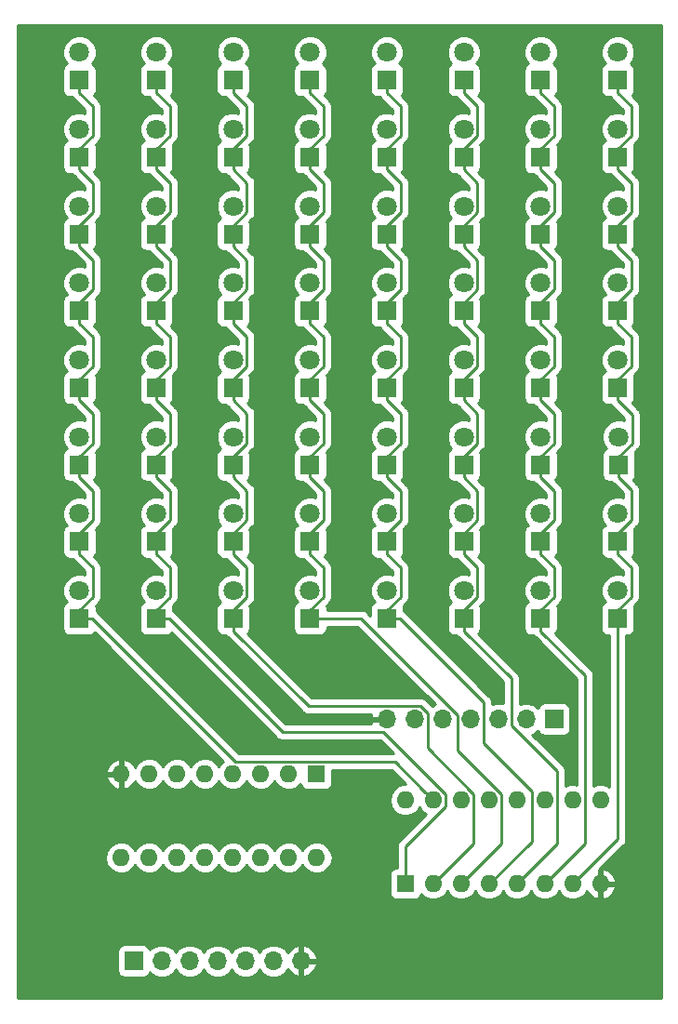
<source format=gbr>
G04 #@! TF.GenerationSoftware,KiCad,Pcbnew,(5.0.2)-1*
G04 #@! TF.CreationDate,2019-02-14T14:41:14+01:00*
G04 #@! TF.ProjectId,Embedded_matrix,456d6265-6464-4656-945f-6d6174726978,rev?*
G04 #@! TF.SameCoordinates,Original*
G04 #@! TF.FileFunction,Copper,L2,Bot*
G04 #@! TF.FilePolarity,Positive*
%FSLAX46Y46*%
G04 Gerber Fmt 4.6, Leading zero omitted, Abs format (unit mm)*
G04 Created by KiCad (PCBNEW (5.0.2)-1) date 14/02/2019 14:41:14*
%MOMM*%
%LPD*%
G01*
G04 APERTURE LIST*
G04 #@! TA.AperFunction,ComponentPad*
%ADD10C,1.800000*%
G04 #@! TD*
G04 #@! TA.AperFunction,ComponentPad*
%ADD11R,1.800000X1.800000*%
G04 #@! TD*
G04 #@! TA.AperFunction,ComponentPad*
%ADD12O,1.700000X1.700000*%
G04 #@! TD*
G04 #@! TA.AperFunction,ComponentPad*
%ADD13R,1.700000X1.700000*%
G04 #@! TD*
G04 #@! TA.AperFunction,ComponentPad*
%ADD14O,1.600000X1.600000*%
G04 #@! TD*
G04 #@! TA.AperFunction,ComponentPad*
%ADD15R,1.600000X1.600000*%
G04 #@! TD*
G04 #@! TA.AperFunction,ViaPad*
%ADD16C,0.800000*%
G04 #@! TD*
G04 #@! TA.AperFunction,Conductor*
%ADD17C,0.250000*%
G04 #@! TD*
G04 #@! TA.AperFunction,Conductor*
%ADD18C,0.254000*%
G04 #@! TD*
G04 APERTURE END LIST*
D10*
G04 #@! TO.P,D56,2*
G04 #@! TO.N,/R8*
X148341316Y-122177503D03*
D11*
G04 #@! TO.P,D56,1*
G04 #@! TO.N,/C7*
X148341316Y-124717503D03*
G04 #@! TD*
G04 #@! TO.P,D7,1*
G04 #@! TO.N,/C1*
X106341316Y-117717503D03*
D10*
G04 #@! TO.P,D7,2*
G04 #@! TO.N,/R7*
X106341316Y-115177503D03*
G04 #@! TD*
G04 #@! TO.P,D17,2*
G04 #@! TO.N,/R1*
X120341316Y-73177503D03*
D11*
G04 #@! TO.P,D17,1*
G04 #@! TO.N,/C3*
X120341316Y-75717503D03*
G04 #@! TD*
D12*
G04 #@! TO.P,J1,7*
G04 #@! TO.N,GND*
X134313536Y-133881489D03*
G04 #@! TO.P,J1,6*
G04 #@! TO.N,+5V*
X136853536Y-133881489D03*
G04 #@! TO.P,J1,5*
G04 #@! TO.N,Net-(J1-Pad5)*
X139393536Y-133881489D03*
G04 #@! TO.P,J1,4*
G04 #@! TO.N,/OutputEnable*
X141933536Y-133881489D03*
G04 #@! TO.P,J1,3*
G04 #@! TO.N,/STORE*
X144473536Y-133881489D03*
G04 #@! TO.P,J1,2*
G04 #@! TO.N,/CLOCK*
X147013536Y-133881489D03*
D13*
G04 #@! TO.P,J1,1*
G04 #@! TO.N,/DATAIN*
X149553536Y-133881489D03*
G04 #@! TD*
G04 #@! TO.P,J2,1*
G04 #@! TO.N,/OUTCHAIN*
X111297254Y-155886168D03*
D12*
G04 #@! TO.P,J2,2*
G04 #@! TO.N,/CLOCK*
X113837254Y-155886168D03*
G04 #@! TO.P,J2,3*
G04 #@! TO.N,/STORE*
X116377254Y-155886168D03*
G04 #@! TO.P,J2,4*
G04 #@! TO.N,/OutputEnable*
X118917254Y-155886168D03*
G04 #@! TO.P,J2,5*
G04 #@! TO.N,Net-(J2-Pad5)*
X121457254Y-155886168D03*
G04 #@! TO.P,J2,6*
G04 #@! TO.N,+5V*
X123997254Y-155886168D03*
G04 #@! TO.P,J2,7*
G04 #@! TO.N,GND*
X126537254Y-155886168D03*
G04 #@! TD*
D10*
G04 #@! TO.P,D19,2*
G04 #@! TO.N,/R3*
X120341316Y-87177503D03*
D11*
G04 #@! TO.P,D19,1*
G04 #@! TO.N,/C3*
X120341316Y-89717503D03*
G04 #@! TD*
G04 #@! TO.P,D35,1*
G04 #@! TO.N,/C5*
X134341316Y-89717503D03*
D10*
G04 #@! TO.P,D35,2*
G04 #@! TO.N,/R3*
X134341316Y-87177503D03*
G04 #@! TD*
G04 #@! TO.P,D34,2*
G04 #@! TO.N,/R2*
X134341316Y-80177503D03*
D11*
G04 #@! TO.P,D34,1*
G04 #@! TO.N,/C5*
X134341316Y-82717503D03*
G04 #@! TD*
G04 #@! TO.P,D33,1*
G04 #@! TO.N,/C5*
X134341316Y-75717503D03*
D10*
G04 #@! TO.P,D33,2*
G04 #@! TO.N,/R1*
X134341316Y-73177503D03*
G04 #@! TD*
G04 #@! TO.P,D32,2*
G04 #@! TO.N,/R8*
X127341316Y-122177503D03*
D11*
G04 #@! TO.P,D32,1*
G04 #@! TO.N,/C4*
X127341316Y-124717503D03*
G04 #@! TD*
G04 #@! TO.P,D31,1*
G04 #@! TO.N,/C4*
X127341316Y-117717503D03*
D10*
G04 #@! TO.P,D31,2*
G04 #@! TO.N,/R7*
X127341316Y-115177503D03*
G04 #@! TD*
G04 #@! TO.P,D30,2*
G04 #@! TO.N,/R6*
X127341316Y-108177503D03*
D11*
G04 #@! TO.P,D30,1*
G04 #@! TO.N,/C4*
X127341316Y-110717503D03*
G04 #@! TD*
G04 #@! TO.P,D29,1*
G04 #@! TO.N,/C4*
X127341316Y-103717503D03*
D10*
G04 #@! TO.P,D29,2*
G04 #@! TO.N,/R5*
X127341316Y-101177503D03*
G04 #@! TD*
G04 #@! TO.P,D28,2*
G04 #@! TO.N,/R4*
X127341316Y-94177503D03*
D11*
G04 #@! TO.P,D28,1*
G04 #@! TO.N,/C4*
X127341316Y-96717503D03*
G04 #@! TD*
G04 #@! TO.P,D20,1*
G04 #@! TO.N,/C3*
X120341316Y-96717503D03*
D10*
G04 #@! TO.P,D20,2*
G04 #@! TO.N,/R4*
X120341316Y-94177503D03*
G04 #@! TD*
G04 #@! TO.P,D26,2*
G04 #@! TO.N,/R2*
X127341316Y-80177503D03*
D11*
G04 #@! TO.P,D26,1*
G04 #@! TO.N,/C4*
X127341316Y-82717503D03*
G04 #@! TD*
G04 #@! TO.P,D25,1*
G04 #@! TO.N,/C4*
X127341316Y-75717503D03*
D10*
G04 #@! TO.P,D25,2*
G04 #@! TO.N,/R1*
X127341316Y-73177503D03*
G04 #@! TD*
G04 #@! TO.P,D23,2*
G04 #@! TO.N,/R7*
X120341316Y-115177503D03*
D11*
G04 #@! TO.P,D23,1*
G04 #@! TO.N,/C3*
X120341316Y-117717503D03*
G04 #@! TD*
G04 #@! TO.P,D22,1*
G04 #@! TO.N,/C3*
X120341316Y-110717503D03*
D10*
G04 #@! TO.P,D22,2*
G04 #@! TO.N,/R6*
X120341316Y-108177503D03*
G04 #@! TD*
G04 #@! TO.P,D15,2*
G04 #@! TO.N,/R7*
X113341316Y-115177503D03*
D11*
G04 #@! TO.P,D15,1*
G04 #@! TO.N,/C2*
X113341316Y-117717503D03*
G04 #@! TD*
G04 #@! TO.P,D36,1*
G04 #@! TO.N,/C5*
X134341316Y-96717503D03*
D10*
G04 #@! TO.P,D36,2*
G04 #@! TO.N,/R4*
X134341316Y-94177503D03*
G04 #@! TD*
G04 #@! TO.P,D12,2*
G04 #@! TO.N,/R4*
X113341316Y-94177503D03*
D11*
G04 #@! TO.P,D12,1*
G04 #@! TO.N,/C2*
X113341316Y-96717503D03*
G04 #@! TD*
G04 #@! TO.P,D11,1*
G04 #@! TO.N,/C2*
X113341316Y-89717503D03*
D10*
G04 #@! TO.P,D11,2*
G04 #@! TO.N,/R3*
X113341316Y-87177503D03*
G04 #@! TD*
G04 #@! TO.P,D10,2*
G04 #@! TO.N,/R2*
X113341316Y-80177503D03*
D11*
G04 #@! TO.P,D10,1*
G04 #@! TO.N,/C2*
X113341316Y-82717503D03*
G04 #@! TD*
G04 #@! TO.P,D18,1*
G04 #@! TO.N,/C3*
X120341316Y-82717503D03*
D10*
G04 #@! TO.P,D18,2*
G04 #@! TO.N,/R2*
X120341316Y-80177503D03*
G04 #@! TD*
G04 #@! TO.P,D8,2*
G04 #@! TO.N,/R8*
X106341316Y-122177503D03*
D11*
G04 #@! TO.P,D8,1*
G04 #@! TO.N,/C1*
X106341316Y-124717503D03*
G04 #@! TD*
D10*
G04 #@! TO.P,D6,2*
G04 #@! TO.N,/R6*
X106341316Y-108177503D03*
D11*
G04 #@! TO.P,D6,1*
G04 #@! TO.N,/C1*
X106341316Y-110717503D03*
G04 #@! TD*
G04 #@! TO.P,D5,1*
G04 #@! TO.N,/C1*
X106341316Y-103717503D03*
D10*
G04 #@! TO.P,D5,2*
G04 #@! TO.N,/R5*
X106341316Y-101177503D03*
G04 #@! TD*
G04 #@! TO.P,D4,2*
G04 #@! TO.N,/R4*
X106341316Y-94177503D03*
D11*
G04 #@! TO.P,D4,1*
G04 #@! TO.N,/C1*
X106341316Y-96717503D03*
G04 #@! TD*
G04 #@! TO.P,D3,1*
G04 #@! TO.N,/C1*
X106341316Y-89717503D03*
D10*
G04 #@! TO.P,D3,2*
G04 #@! TO.N,/R3*
X106341316Y-87177503D03*
G04 #@! TD*
G04 #@! TO.P,D2,2*
G04 #@! TO.N,/R2*
X106341316Y-80177503D03*
D11*
G04 #@! TO.P,D2,1*
G04 #@! TO.N,/C1*
X106341316Y-82717503D03*
G04 #@! TD*
G04 #@! TO.P,D37,1*
G04 #@! TO.N,/C5*
X134341316Y-103717503D03*
D10*
G04 #@! TO.P,D37,2*
G04 #@! TO.N,/R5*
X134341316Y-101177503D03*
G04 #@! TD*
G04 #@! TO.P,D1,2*
G04 #@! TO.N,/R1*
X106341316Y-73177503D03*
D11*
G04 #@! TO.P,D1,1*
G04 #@! TO.N,/C1*
X106341316Y-75717503D03*
G04 #@! TD*
G04 #@! TO.P,D27,1*
G04 #@! TO.N,/C4*
X127341316Y-89717503D03*
D10*
G04 #@! TO.P,D27,2*
G04 #@! TO.N,/R3*
X127341316Y-87177503D03*
G04 #@! TD*
G04 #@! TO.P,D13,2*
G04 #@! TO.N,/R5*
X113341316Y-101177503D03*
D11*
G04 #@! TO.P,D13,1*
G04 #@! TO.N,/C2*
X113341316Y-103717503D03*
G04 #@! TD*
G04 #@! TO.P,D21,1*
G04 #@! TO.N,/C3*
X120341316Y-103717503D03*
D10*
G04 #@! TO.P,D21,2*
G04 #@! TO.N,/R5*
X120341316Y-101177503D03*
G04 #@! TD*
G04 #@! TO.P,D53,2*
G04 #@! TO.N,/R5*
X148341316Y-101177503D03*
D11*
G04 #@! TO.P,D53,1*
G04 #@! TO.N,/C7*
X148341316Y-103717503D03*
G04 #@! TD*
G04 #@! TO.P,D55,1*
G04 #@! TO.N,/C7*
X148341316Y-117717503D03*
D10*
G04 #@! TO.P,D55,2*
G04 #@! TO.N,/R7*
X148341316Y-115177503D03*
G04 #@! TD*
D11*
G04 #@! TO.P,D57,1*
G04 #@! TO.N,/C8*
X155341316Y-75717503D03*
D10*
G04 #@! TO.P,D57,2*
G04 #@! TO.N,/R1*
X155341316Y-73177503D03*
G04 #@! TD*
G04 #@! TO.P,D58,2*
G04 #@! TO.N,/R2*
X155341316Y-80177503D03*
D11*
G04 #@! TO.P,D58,1*
G04 #@! TO.N,/C8*
X155341316Y-82717503D03*
G04 #@! TD*
G04 #@! TO.P,D59,1*
G04 #@! TO.N,/C8*
X155341316Y-89717503D03*
D10*
G04 #@! TO.P,D59,2*
G04 #@! TO.N,/R3*
X155341316Y-87177503D03*
G04 #@! TD*
G04 #@! TO.P,D60,2*
G04 #@! TO.N,/R4*
X155341316Y-94177503D03*
D11*
G04 #@! TO.P,D60,1*
G04 #@! TO.N,/C8*
X155341316Y-96717503D03*
G04 #@! TD*
G04 #@! TO.P,D61,1*
G04 #@! TO.N,/C8*
X155341316Y-103717503D03*
D10*
G04 #@! TO.P,D61,2*
G04 #@! TO.N,/R5*
X155341316Y-101177503D03*
G04 #@! TD*
G04 #@! TO.P,D62,2*
G04 #@! TO.N,/R6*
X155433695Y-108177503D03*
D11*
G04 #@! TO.P,D62,1*
G04 #@! TO.N,/C8*
X155433695Y-110717503D03*
G04 #@! TD*
G04 #@! TO.P,D63,1*
G04 #@! TO.N,/C8*
X155341316Y-117717503D03*
D10*
G04 #@! TO.P,D63,2*
G04 #@! TO.N,/R7*
X155341316Y-115177503D03*
G04 #@! TD*
G04 #@! TO.P,D64,2*
G04 #@! TO.N,/R8*
X155341316Y-122177503D03*
D11*
G04 #@! TO.P,D64,1*
G04 #@! TO.N,/C8*
X155341316Y-124717503D03*
G04 #@! TD*
G04 #@! TO.P,D9,1*
G04 #@! TO.N,/C2*
X113341316Y-75717503D03*
D10*
G04 #@! TO.P,D9,2*
G04 #@! TO.N,/R1*
X113341316Y-73177503D03*
G04 #@! TD*
D11*
G04 #@! TO.P,D16,1*
G04 #@! TO.N,/C2*
X113341316Y-124717503D03*
D10*
G04 #@! TO.P,D16,2*
G04 #@! TO.N,/R8*
X113341316Y-122177503D03*
G04 #@! TD*
G04 #@! TO.P,D14,2*
G04 #@! TO.N,/R6*
X113341316Y-108177503D03*
D11*
G04 #@! TO.P,D14,1*
G04 #@! TO.N,/C2*
X113341316Y-110717503D03*
G04 #@! TD*
G04 #@! TO.P,D54,1*
G04 #@! TO.N,/C7*
X148341316Y-110717503D03*
D10*
G04 #@! TO.P,D54,2*
G04 #@! TO.N,/R6*
X148341316Y-108177503D03*
G04 #@! TD*
G04 #@! TO.P,D24,2*
G04 #@! TO.N,/R8*
X120341316Y-122177503D03*
D11*
G04 #@! TO.P,D24,1*
G04 #@! TO.N,/C3*
X120341316Y-124717503D03*
G04 #@! TD*
G04 #@! TO.P,D38,1*
G04 #@! TO.N,/C5*
X134341316Y-110717503D03*
D10*
G04 #@! TO.P,D38,2*
G04 #@! TO.N,/R6*
X134341316Y-108177503D03*
G04 #@! TD*
G04 #@! TO.P,D50,2*
G04 #@! TO.N,/R2*
X148341316Y-80177503D03*
D11*
G04 #@! TO.P,D50,1*
G04 #@! TO.N,/C7*
X148341316Y-82717503D03*
G04 #@! TD*
G04 #@! TO.P,D49,1*
G04 #@! TO.N,/C7*
X148341316Y-75717503D03*
D10*
G04 #@! TO.P,D49,2*
G04 #@! TO.N,/R1*
X148341316Y-73177503D03*
G04 #@! TD*
G04 #@! TO.P,D48,2*
G04 #@! TO.N,/R8*
X141341316Y-122177503D03*
D11*
G04 #@! TO.P,D48,1*
G04 #@! TO.N,/C6*
X141341316Y-124717503D03*
G04 #@! TD*
G04 #@! TO.P,D47,1*
G04 #@! TO.N,/C6*
X141341316Y-117717503D03*
D10*
G04 #@! TO.P,D47,2*
G04 #@! TO.N,/R7*
X141341316Y-115177503D03*
G04 #@! TD*
G04 #@! TO.P,D46,2*
G04 #@! TO.N,/R6*
X141341316Y-108177503D03*
D11*
G04 #@! TO.P,D46,1*
G04 #@! TO.N,/C6*
X141341316Y-110717503D03*
G04 #@! TD*
G04 #@! TO.P,D45,1*
G04 #@! TO.N,/C6*
X141341316Y-103717503D03*
D10*
G04 #@! TO.P,D45,2*
G04 #@! TO.N,/R5*
X141341316Y-101177503D03*
G04 #@! TD*
G04 #@! TO.P,D44,2*
G04 #@! TO.N,/R4*
X141341316Y-94177503D03*
D11*
G04 #@! TO.P,D44,1*
G04 #@! TO.N,/C6*
X141341316Y-96717503D03*
G04 #@! TD*
G04 #@! TO.P,D43,1*
G04 #@! TO.N,/C6*
X141341316Y-89717503D03*
D10*
G04 #@! TO.P,D43,2*
G04 #@! TO.N,/R3*
X141341316Y-87177503D03*
G04 #@! TD*
G04 #@! TO.P,D42,2*
G04 #@! TO.N,/R2*
X141341316Y-80177503D03*
D11*
G04 #@! TO.P,D42,1*
G04 #@! TO.N,/C6*
X141341316Y-82717503D03*
G04 #@! TD*
G04 #@! TO.P,D41,1*
G04 #@! TO.N,/C6*
X141341316Y-75717503D03*
D10*
G04 #@! TO.P,D41,2*
G04 #@! TO.N,/R1*
X141341316Y-73177503D03*
G04 #@! TD*
G04 #@! TO.P,D52,2*
G04 #@! TO.N,/R4*
X148341316Y-94177503D03*
D11*
G04 #@! TO.P,D52,1*
G04 #@! TO.N,/C7*
X148341316Y-96717503D03*
G04 #@! TD*
G04 #@! TO.P,D40,1*
G04 #@! TO.N,/C5*
X134341316Y-124717503D03*
D10*
G04 #@! TO.P,D40,2*
G04 #@! TO.N,/R8*
X134341316Y-122177503D03*
G04 #@! TD*
G04 #@! TO.P,D39,2*
G04 #@! TO.N,/R7*
X134341316Y-115177503D03*
D11*
G04 #@! TO.P,D39,1*
G04 #@! TO.N,/C5*
X134341316Y-117717503D03*
G04 #@! TD*
G04 #@! TO.P,D51,1*
G04 #@! TO.N,/C7*
X148341316Y-89717503D03*
D10*
G04 #@! TO.P,D51,2*
G04 #@! TO.N,/R3*
X148341316Y-87177503D03*
G04 #@! TD*
D14*
G04 #@! TO.P,U1,16*
G04 #@! TO.N,+5V*
X127917254Y-146506168D03*
G04 #@! TO.P,U1,8*
G04 #@! TO.N,GND*
X110137254Y-138886168D03*
G04 #@! TO.P,U1,15*
G04 #@! TO.N,Net-(R3-Pad2)*
X125377254Y-146506168D03*
G04 #@! TO.P,U1,7*
G04 #@! TO.N,Net-(R10-Pad2)*
X112677254Y-138886168D03*
G04 #@! TO.P,U1,14*
G04 #@! TO.N,/CHAIN*
X122837254Y-146506168D03*
G04 #@! TO.P,U1,6*
G04 #@! TO.N,Net-(R9-Pad2)*
X115217254Y-138886168D03*
G04 #@! TO.P,U1,13*
G04 #@! TO.N,/OutputEnable*
X120297254Y-146506168D03*
G04 #@! TO.P,U1,5*
G04 #@! TO.N,Net-(R8-Pad2)*
X117757254Y-138886168D03*
G04 #@! TO.P,U1,12*
G04 #@! TO.N,/STORE*
X117757254Y-146506168D03*
G04 #@! TO.P,U1,4*
G04 #@! TO.N,Net-(R7-Pad2)*
X120297254Y-138886168D03*
G04 #@! TO.P,U1,11*
G04 #@! TO.N,/CLOCK*
X115217254Y-146506168D03*
G04 #@! TO.P,U1,3*
G04 #@! TO.N,Net-(R6-Pad2)*
X122837254Y-138886168D03*
G04 #@! TO.P,U1,10*
G04 #@! TO.N,Net-(R1-Pad2)*
X112677254Y-146506168D03*
G04 #@! TO.P,U1,2*
G04 #@! TO.N,Net-(R5-Pad2)*
X125377254Y-138886168D03*
G04 #@! TO.P,U1,9*
G04 #@! TO.N,/OUTCHAIN*
X110137254Y-146506168D03*
D15*
G04 #@! TO.P,U1,1*
G04 #@! TO.N,Net-(R4-Pad2)*
X127917254Y-138886168D03*
G04 #@! TD*
G04 #@! TO.P,U2,1*
G04 #@! TO.N,/C2*
X136013536Y-148881489D03*
D14*
G04 #@! TO.P,U2,9*
G04 #@! TO.N,/CHAIN*
X153793536Y-141261489D03*
G04 #@! TO.P,U2,2*
G04 #@! TO.N,/C3*
X138553536Y-148881489D03*
G04 #@! TO.P,U2,10*
G04 #@! TO.N,Net-(R2-Pad2)*
X151253536Y-141261489D03*
G04 #@! TO.P,U2,3*
G04 #@! TO.N,/C4*
X141093536Y-148881489D03*
G04 #@! TO.P,U2,11*
G04 #@! TO.N,/CLOCK*
X148713536Y-141261489D03*
G04 #@! TO.P,U2,4*
G04 #@! TO.N,/C5*
X143633536Y-148881489D03*
G04 #@! TO.P,U2,12*
G04 #@! TO.N,/STORE*
X146173536Y-141261489D03*
G04 #@! TO.P,U2,5*
G04 #@! TO.N,/C6*
X146173536Y-148881489D03*
G04 #@! TO.P,U2,13*
G04 #@! TO.N,/OutputEnable*
X143633536Y-141261489D03*
G04 #@! TO.P,U2,6*
G04 #@! TO.N,/C7*
X148713536Y-148881489D03*
G04 #@! TO.P,U2,14*
G04 #@! TO.N,/DATAIN*
X141093536Y-141261489D03*
G04 #@! TO.P,U2,7*
G04 #@! TO.N,/C8*
X151253536Y-148881489D03*
G04 #@! TO.P,U2,15*
G04 #@! TO.N,/C1*
X138553536Y-141261489D03*
G04 #@! TO.P,U2,8*
G04 #@! TO.N,GND*
X153793536Y-148881489D03*
G04 #@! TO.P,U2,16*
G04 #@! TO.N,+5V*
X136013536Y-141261489D03*
G04 #@! TD*
D16*
G04 #@! TO.N,GND*
X129000000Y-153000000D03*
X128500000Y-148500000D03*
G04 #@! TD*
D17*
G04 #@! TO.N,/C2*
X113341316Y-76867503D02*
X113341316Y-75717503D01*
X114566317Y-78092504D02*
X113341316Y-76867503D01*
X114566317Y-80765504D02*
X114566317Y-78092504D01*
X113341316Y-81990505D02*
X114566317Y-80765504D01*
X113341316Y-82717503D02*
X113341316Y-81990505D01*
X113341316Y-83867503D02*
X113341316Y-82717503D01*
X114566317Y-85092504D02*
X113341316Y-83867503D01*
X114566317Y-87765504D02*
X114566317Y-85092504D01*
X113341316Y-88990505D02*
X114566317Y-87765504D01*
X113341316Y-89717503D02*
X113341316Y-88990505D01*
X113341316Y-90867503D02*
X113341316Y-89717503D01*
X114566317Y-92092504D02*
X113341316Y-90867503D01*
X114566317Y-94765504D02*
X114566317Y-92092504D01*
X113341316Y-95990505D02*
X114566317Y-94765504D01*
X113341316Y-96717503D02*
X113341316Y-95990505D01*
X113341316Y-97867503D02*
X113341316Y-96717503D01*
X114566317Y-99092504D02*
X113341316Y-97867503D01*
X114566317Y-101765504D02*
X114566317Y-99092504D01*
X113341316Y-102990505D02*
X114566317Y-101765504D01*
X113341316Y-103717503D02*
X113341316Y-102990505D01*
X113341316Y-104867503D02*
X113341316Y-103717503D01*
X114566317Y-106092504D02*
X113341316Y-104867503D01*
X114566317Y-108765504D02*
X114566317Y-106092504D01*
X113341316Y-109990505D02*
X114566317Y-108765504D01*
X113341316Y-110717503D02*
X113341316Y-109990505D01*
X113341316Y-111867503D02*
X113341316Y-110717503D01*
X114566317Y-113092504D02*
X113341316Y-111867503D01*
X114566317Y-115765504D02*
X114566317Y-113092504D01*
X113341316Y-116990505D02*
X114566317Y-115765504D01*
X113341316Y-117717503D02*
X113341316Y-116990505D01*
X113341316Y-118867503D02*
X113341316Y-117717503D01*
X114566317Y-120092504D02*
X113341316Y-118867503D01*
X114566317Y-122765504D02*
X114566317Y-120092504D01*
X113341316Y-123990505D02*
X114566317Y-122765504D01*
X113341316Y-124717503D02*
X113341316Y-123990505D01*
X114491316Y-124717503D02*
X113341316Y-124717503D01*
X124830303Y-135056490D02*
X114491316Y-124717503D01*
X134013539Y-135056490D02*
X124830303Y-135056490D01*
X139678537Y-140721488D02*
X134013539Y-135056490D01*
X139678537Y-141801490D02*
X139678537Y-140721488D01*
X136013536Y-145466491D02*
X139678537Y-141801490D01*
X136013536Y-148881489D02*
X136013536Y-145466491D01*
G04 #@! TO.N,/C3*
X120341316Y-76867503D02*
X120341316Y-75717503D01*
X121566317Y-78092504D02*
X120341316Y-76867503D01*
X121566317Y-80765504D02*
X121566317Y-78092504D01*
X120341316Y-81990505D02*
X121566317Y-80765504D01*
X120341316Y-82717503D02*
X120341316Y-81990505D01*
X120341316Y-83867503D02*
X120341316Y-82717503D01*
X121566317Y-85092504D02*
X120341316Y-83867503D01*
X121566317Y-87765504D02*
X121566317Y-85092504D01*
X120341316Y-88990505D02*
X121566317Y-87765504D01*
X120341316Y-89717503D02*
X120341316Y-88990505D01*
X120341316Y-90867503D02*
X120341316Y-89717503D01*
X121566317Y-92092504D02*
X120341316Y-90867503D01*
X121566317Y-94765504D02*
X121566317Y-92092504D01*
X120341316Y-95990505D02*
X121566317Y-94765504D01*
X120341316Y-96717503D02*
X120341316Y-95990505D01*
X120341316Y-97867503D02*
X120341316Y-96717503D01*
X121566317Y-99092504D02*
X120341316Y-97867503D01*
X121566317Y-101765504D02*
X121566317Y-99092504D01*
X120341316Y-102990505D02*
X121566317Y-101765504D01*
X120341316Y-103717503D02*
X120341316Y-102990505D01*
X120341316Y-104867503D02*
X120341316Y-103717503D01*
X121566317Y-106092504D02*
X120341316Y-104867503D01*
X121566317Y-108765504D02*
X121566317Y-106092504D01*
X120341316Y-109990505D02*
X121566317Y-108765504D01*
X120341316Y-110717503D02*
X120341316Y-109990505D01*
X120341316Y-111867503D02*
X120341316Y-110717503D01*
X121566317Y-113092504D02*
X120341316Y-111867503D01*
X121566317Y-115765504D02*
X121566317Y-113092504D01*
X120341316Y-116990505D02*
X121566317Y-115765504D01*
X120341316Y-117717503D02*
X120341316Y-116990505D01*
X120341316Y-118867503D02*
X120341316Y-117717503D01*
X121566317Y-120092504D02*
X120341316Y-118867503D01*
X121566317Y-122765504D02*
X121566317Y-120092504D01*
X120341316Y-123990505D02*
X121566317Y-122765504D01*
X120341316Y-124717503D02*
X120341316Y-123990505D01*
X139353535Y-148081490D02*
X138553536Y-148881489D01*
X142218537Y-145216488D02*
X139353535Y-148081490D01*
X142218537Y-140721488D02*
X142218537Y-145216488D01*
X138028537Y-136531488D02*
X142218537Y-140721488D01*
X138028537Y-133317488D02*
X138028537Y-136531488D01*
X137417537Y-132706488D02*
X138028537Y-133317488D01*
X127180301Y-132706488D02*
X137417537Y-132706488D01*
X120341316Y-125867503D02*
X127180301Y-132706488D01*
X120341316Y-124717503D02*
X120341316Y-125867503D01*
G04 #@! TO.N,/C4*
X127341316Y-76867503D02*
X127341316Y-75717503D01*
X128566317Y-78092504D02*
X127341316Y-76867503D01*
X128566317Y-80765504D02*
X128566317Y-78092504D01*
X127341316Y-81990505D02*
X128566317Y-80765504D01*
X127341316Y-82717503D02*
X127341316Y-81990505D01*
X127341316Y-83867503D02*
X127341316Y-82717503D01*
X128566317Y-85092504D02*
X127341316Y-83867503D01*
X128566317Y-87765504D02*
X128566317Y-85092504D01*
X127341316Y-88990505D02*
X128566317Y-87765504D01*
X127341316Y-89717503D02*
X127341316Y-88990505D01*
X127341316Y-90867503D02*
X127341316Y-89717503D01*
X128566317Y-92092504D02*
X127341316Y-90867503D01*
X128566317Y-94765504D02*
X128566317Y-92092504D01*
X127341316Y-95990505D02*
X128566317Y-94765504D01*
X127341316Y-96717503D02*
X127341316Y-95990505D01*
X127341316Y-97867503D02*
X127341316Y-96717503D01*
X128566317Y-99092504D02*
X127341316Y-97867503D01*
X128566317Y-101765504D02*
X128566317Y-99092504D01*
X127341316Y-102990505D02*
X128566317Y-101765504D01*
X127341316Y-103717503D02*
X127341316Y-102990505D01*
X127341316Y-104867503D02*
X127341316Y-103717503D01*
X128566317Y-106092504D02*
X127341316Y-104867503D01*
X128566317Y-108765504D02*
X128566317Y-106092504D01*
X127341316Y-109990505D02*
X128566317Y-108765504D01*
X127341316Y-110717503D02*
X127341316Y-109990505D01*
X127341316Y-111867503D02*
X127341316Y-110717503D01*
X128566317Y-113092504D02*
X127341316Y-111867503D01*
X128566317Y-115765504D02*
X128566317Y-113092504D01*
X127341316Y-116990505D02*
X128566317Y-115765504D01*
X127341316Y-117717503D02*
X127341316Y-116990505D01*
X127341316Y-118867503D02*
X127341316Y-117717503D01*
X128566317Y-120092504D02*
X127341316Y-118867503D01*
X128566317Y-122765504D02*
X128566317Y-120092504D01*
X127341316Y-123990505D02*
X128566317Y-122765504D01*
X127341316Y-124717503D02*
X127341316Y-123990505D01*
X141893535Y-148081490D02*
X141093536Y-148881489D01*
X144758537Y-145216488D02*
X141893535Y-148081490D01*
X144758537Y-140721488D02*
X144758537Y-145216488D01*
X140758535Y-136721486D02*
X144758537Y-140721488D01*
X140758535Y-133507486D02*
X140758535Y-136721486D01*
X131968552Y-124717503D02*
X140758535Y-133507486D01*
X127341316Y-124717503D02*
X131968552Y-124717503D01*
G04 #@! TO.N,/C5*
X134341316Y-76867503D02*
X134341316Y-75717503D01*
X135566317Y-78092504D02*
X134341316Y-76867503D01*
X135566317Y-80765504D02*
X135566317Y-78092504D01*
X134341316Y-81990505D02*
X135566317Y-80765504D01*
X134341316Y-82717503D02*
X134341316Y-81990505D01*
X134341316Y-83867503D02*
X134341316Y-82717503D01*
X135566317Y-85092504D02*
X134341316Y-83867503D01*
X135566317Y-87765504D02*
X135566317Y-85092504D01*
X134341316Y-88990505D02*
X135566317Y-87765504D01*
X134341316Y-89717503D02*
X134341316Y-88990505D01*
X134341316Y-90867503D02*
X134341316Y-89717503D01*
X135566317Y-92092504D02*
X134341316Y-90867503D01*
X135566317Y-94765504D02*
X135566317Y-92092504D01*
X134341316Y-95990505D02*
X135566317Y-94765504D01*
X134341316Y-96717503D02*
X134341316Y-95990505D01*
X134341316Y-97867503D02*
X134341316Y-96717503D01*
X135566317Y-99092504D02*
X134341316Y-97867503D01*
X135566317Y-101765504D02*
X135566317Y-99092504D01*
X134341316Y-102990505D02*
X135566317Y-101765504D01*
X134341316Y-103717503D02*
X134341316Y-102990505D01*
X134341316Y-104867503D02*
X134341316Y-103717503D01*
X135566317Y-106092504D02*
X134341316Y-104867503D01*
X135566317Y-108765504D02*
X135566317Y-106092504D01*
X134341316Y-109990505D02*
X135566317Y-108765504D01*
X134341316Y-110717503D02*
X134341316Y-109990505D01*
X134341316Y-111867503D02*
X134341316Y-110717503D01*
X135566317Y-113092504D02*
X134341316Y-111867503D01*
X135566317Y-115765504D02*
X135566317Y-113092504D01*
X134341316Y-116990505D02*
X135566317Y-115765504D01*
X134341316Y-117717503D02*
X134341316Y-116990505D01*
X134341316Y-118867503D02*
X134341316Y-117717503D01*
X135566317Y-120092504D02*
X134341316Y-118867503D01*
X135566317Y-122765504D02*
X135566317Y-120092504D01*
X134341316Y-123990505D02*
X135566317Y-122765504D01*
X134341316Y-124717503D02*
X134341316Y-123990505D01*
X135491316Y-124717503D02*
X134341316Y-124717503D01*
X143108537Y-132334724D02*
X135491316Y-124717503D01*
X143108537Y-136108537D02*
X143108537Y-132334724D01*
X147500000Y-140500000D02*
X143108537Y-136108537D01*
X147500000Y-145015025D02*
X147500000Y-140500000D01*
X143633536Y-148881489D02*
X147500000Y-145015025D01*
G04 #@! TO.N,/C6*
X141341316Y-76867503D02*
X141341316Y-75717503D01*
X142566317Y-78092504D02*
X141341316Y-76867503D01*
X142566317Y-80765504D02*
X142566317Y-78092504D01*
X141341316Y-81990505D02*
X142566317Y-80765504D01*
X141341316Y-82717503D02*
X141341316Y-81990505D01*
X141341316Y-90867503D02*
X141341316Y-89717503D01*
X142566317Y-92092504D02*
X141341316Y-90867503D01*
X142566317Y-94765504D02*
X142566317Y-92092504D01*
X141341316Y-95990505D02*
X142566317Y-94765504D01*
X141341316Y-96717503D02*
X141341316Y-95990505D01*
X141341316Y-97867503D02*
X141341316Y-96717503D01*
X142566317Y-99092504D02*
X141341316Y-97867503D01*
X142566317Y-101765504D02*
X142566317Y-99092504D01*
X141341316Y-102990505D02*
X142566317Y-101765504D01*
X141341316Y-103717503D02*
X141341316Y-102990505D01*
X141341316Y-104867503D02*
X141341316Y-103717503D01*
X142566317Y-106092504D02*
X141341316Y-104867503D01*
X142566317Y-108765504D02*
X142566317Y-106092504D01*
X141341316Y-109990505D02*
X142566317Y-108765504D01*
X141341316Y-110717503D02*
X141341316Y-109990505D01*
X141341316Y-111867503D02*
X141341316Y-110717503D01*
X142566317Y-113092504D02*
X141341316Y-111867503D01*
X142566317Y-115765504D02*
X142566317Y-113092504D01*
X141341316Y-116990505D02*
X142566317Y-115765504D01*
X141341316Y-117717503D02*
X141341316Y-116990505D01*
X141341316Y-118867503D02*
X141341316Y-117717503D01*
X142566317Y-120092504D02*
X141341316Y-118867503D01*
X142566317Y-122765504D02*
X142566317Y-120092504D01*
X141341316Y-123990505D02*
X142566317Y-122765504D01*
X141341316Y-124717503D02*
X141341316Y-123990505D01*
X141341316Y-125867503D02*
X141341316Y-124717503D01*
X145648537Y-130174724D02*
X141341316Y-125867503D01*
X145648537Y-134445490D02*
X145648537Y-130174724D01*
X149838537Y-138635490D02*
X145648537Y-134445490D01*
X149838537Y-145216488D02*
X149838537Y-138635490D01*
X146173536Y-148881489D02*
X149838537Y-145216488D01*
X141341316Y-83867503D02*
X141341316Y-82717503D01*
X142566317Y-85092504D02*
X141341316Y-83867503D01*
X142566317Y-87765504D02*
X142566317Y-85092504D01*
X141341316Y-88990505D02*
X142566317Y-87765504D01*
X141341316Y-89717503D02*
X141341316Y-88990505D01*
G04 #@! TO.N,/C7*
X148341316Y-76867503D02*
X148341316Y-75717503D01*
X149566317Y-78092504D02*
X148341316Y-76867503D01*
X149566317Y-80765504D02*
X149566317Y-78092504D01*
X148341316Y-81990505D02*
X149566317Y-80765504D01*
X148341316Y-82717503D02*
X148341316Y-81990505D01*
X148341316Y-83867503D02*
X148341316Y-82717503D01*
X149566317Y-85092504D02*
X148341316Y-83867503D01*
X149566317Y-87765504D02*
X149566317Y-85092504D01*
X148341316Y-88990505D02*
X149566317Y-87765504D01*
X148341316Y-89717503D02*
X148341316Y-88990505D01*
X148341316Y-90867503D02*
X148341316Y-89717503D01*
X149566317Y-92092504D02*
X148341316Y-90867503D01*
X149566317Y-94765504D02*
X149566317Y-92092504D01*
X148341316Y-95990505D02*
X149566317Y-94765504D01*
X148341316Y-96717503D02*
X148341316Y-95990505D01*
X148341316Y-97867503D02*
X148341316Y-96717503D01*
X149566317Y-99092504D02*
X148341316Y-97867503D01*
X149566317Y-101765504D02*
X149566317Y-99092504D01*
X148341316Y-102990505D02*
X149566317Y-101765504D01*
X148341316Y-103717503D02*
X148341316Y-102990505D01*
X148341316Y-104867503D02*
X148341316Y-103717503D01*
X149566317Y-106092504D02*
X148341316Y-104867503D01*
X149566317Y-108765504D02*
X149566317Y-106092504D01*
X148341316Y-109990505D02*
X149566317Y-108765504D01*
X148341316Y-110717503D02*
X148341316Y-109990505D01*
X148341316Y-111867503D02*
X148341316Y-110717503D01*
X149566317Y-113092504D02*
X148341316Y-111867503D01*
X149566317Y-115765504D02*
X149566317Y-113092504D01*
X148341316Y-116990505D02*
X149566317Y-115765504D01*
X148341316Y-117717503D02*
X148341316Y-116990505D01*
X148341316Y-118867503D02*
X148341316Y-117717503D01*
X149566317Y-120092504D02*
X148341316Y-118867503D01*
X149566317Y-122765504D02*
X149566317Y-120092504D01*
X148341316Y-123990505D02*
X149566317Y-122765504D01*
X148341316Y-124717503D02*
X148341316Y-123990505D01*
X148341316Y-125867503D02*
X148341316Y-124717503D01*
X152378537Y-129904724D02*
X148341316Y-125867503D01*
X152378537Y-145216488D02*
X152378537Y-129904724D01*
X148713536Y-148881489D02*
X152378537Y-145216488D01*
G04 #@! TO.N,/C8*
X155341316Y-76867503D02*
X155341316Y-75717503D01*
X156566317Y-78092504D02*
X155341316Y-76867503D01*
X156566317Y-80765504D02*
X156566317Y-78092504D01*
X155341316Y-81990505D02*
X156566317Y-80765504D01*
X155341316Y-82717503D02*
X155341316Y-81990505D01*
X155341316Y-83867503D02*
X155341316Y-82717503D01*
X156566317Y-85092504D02*
X155341316Y-83867503D01*
X156566317Y-87765504D02*
X156566317Y-85092504D01*
X155341316Y-88990505D02*
X156566317Y-87765504D01*
X155341316Y-89717503D02*
X155341316Y-88990505D01*
X155341316Y-90867503D02*
X155341316Y-89717503D01*
X156566317Y-92092504D02*
X155341316Y-90867503D01*
X156566317Y-94765504D02*
X156566317Y-92092504D01*
X155341316Y-95990505D02*
X156566317Y-94765504D01*
X155341316Y-96717503D02*
X155341316Y-95990505D01*
X155341316Y-97867503D02*
X155341316Y-96717503D01*
X156566317Y-99092504D02*
X155341316Y-97867503D01*
X156566317Y-101765504D02*
X156566317Y-99092504D01*
X155341316Y-102990505D02*
X156566317Y-101765504D01*
X155341316Y-103717503D02*
X155341316Y-102990505D01*
X155341316Y-104867503D02*
X155341316Y-103717503D01*
X156658696Y-106184883D02*
X155341316Y-104867503D01*
X156658696Y-108765504D02*
X156658696Y-106184883D01*
X155433695Y-109990505D02*
X156658696Y-108765504D01*
X155433695Y-110717503D02*
X155433695Y-109990505D01*
X155433695Y-111867503D02*
X155433695Y-110717503D01*
X156566317Y-113000125D02*
X155433695Y-111867503D01*
X156566317Y-115765504D02*
X156566317Y-113000125D01*
X155341316Y-116990505D02*
X156566317Y-115765504D01*
X155341316Y-117717503D02*
X155341316Y-116990505D01*
X155341316Y-118867503D02*
X155341316Y-117717503D01*
X156566317Y-120092504D02*
X155341316Y-118867503D01*
X156566317Y-122765504D02*
X156566317Y-120092504D01*
X155341316Y-123990505D02*
X156566317Y-122765504D01*
X155341316Y-124717503D02*
X155341316Y-123990505D01*
X155341316Y-144793709D02*
X155341316Y-124717503D01*
X151253536Y-148881489D02*
X155341316Y-144793709D01*
G04 #@! TO.N,/C1*
X106341316Y-76867503D02*
X106341316Y-75717503D01*
X107566317Y-78092504D02*
X106341316Y-76867503D01*
X107566317Y-80765504D02*
X107566317Y-78092504D01*
X106341316Y-81990505D02*
X107566317Y-80765504D01*
X106341316Y-82717503D02*
X106341316Y-81990505D01*
X106341316Y-83867503D02*
X106341316Y-82717503D01*
X107566317Y-85092504D02*
X106341316Y-83867503D01*
X107566317Y-87765504D02*
X107566317Y-85092504D01*
X106341316Y-88990505D02*
X107566317Y-87765504D01*
X106341316Y-89717503D02*
X106341316Y-88990505D01*
X106341316Y-90867503D02*
X106341316Y-89717503D01*
X107566317Y-92092504D02*
X106341316Y-90867503D01*
X107566317Y-94765504D02*
X107566317Y-92092504D01*
X106341316Y-95990505D02*
X107566317Y-94765504D01*
X106341316Y-96717503D02*
X106341316Y-95990505D01*
X106341316Y-97867503D02*
X106341316Y-96717503D01*
X107566317Y-99092504D02*
X106341316Y-97867503D01*
X107566317Y-101765504D02*
X107566317Y-99092504D01*
X106341316Y-102990505D02*
X107566317Y-101765504D01*
X106341316Y-103717503D02*
X106341316Y-102990505D01*
X106341316Y-104867503D02*
X106341316Y-103717503D01*
X107566317Y-106092504D02*
X106341316Y-104867503D01*
X107566317Y-108765504D02*
X107566317Y-106092504D01*
X106341316Y-109990505D02*
X107566317Y-108765504D01*
X106341316Y-110717503D02*
X106341316Y-109990505D01*
X106341316Y-111867503D02*
X106341316Y-110717503D01*
X107566317Y-113092504D02*
X106341316Y-111867503D01*
X107566317Y-115765504D02*
X107566317Y-113092504D01*
X106341316Y-116990505D02*
X107566317Y-115765504D01*
X106341316Y-117717503D02*
X106341316Y-116990505D01*
X106341316Y-118867503D02*
X106341316Y-117717503D01*
X107566317Y-120092504D02*
X106341316Y-118867503D01*
X107566317Y-122765504D02*
X107566317Y-120092504D01*
X106341316Y-123990505D02*
X107566317Y-122765504D01*
X106341316Y-124717503D02*
X106341316Y-123990505D01*
X137753537Y-140461490D02*
X138553536Y-141261489D01*
X135053214Y-137761167D02*
X137753537Y-140461490D01*
X120534980Y-137761167D02*
X135053214Y-137761167D01*
X107491316Y-124717503D02*
X120534980Y-137761167D01*
X106341316Y-124717503D02*
X107491316Y-124717503D01*
G04 #@! TD*
D18*
G04 #@! TO.N,GND*
G36*
X159290000Y-159290000D02*
X100710000Y-159290000D01*
X100710000Y-155036168D01*
X109799814Y-155036168D01*
X109799814Y-156736168D01*
X109849097Y-156983933D01*
X109989445Y-157193977D01*
X110199489Y-157334325D01*
X110447254Y-157383608D01*
X112147254Y-157383608D01*
X112395019Y-157334325D01*
X112605063Y-157193977D01*
X112745411Y-156983933D01*
X112754438Y-156938549D01*
X112766629Y-156956793D01*
X113257836Y-157285007D01*
X113690998Y-157371168D01*
X113983510Y-157371168D01*
X114416672Y-157285007D01*
X114907879Y-156956793D01*
X115107254Y-156658407D01*
X115306629Y-156956793D01*
X115797836Y-157285007D01*
X116230998Y-157371168D01*
X116523510Y-157371168D01*
X116956672Y-157285007D01*
X117447879Y-156956793D01*
X117647254Y-156658407D01*
X117846629Y-156956793D01*
X118337836Y-157285007D01*
X118770998Y-157371168D01*
X119063510Y-157371168D01*
X119496672Y-157285007D01*
X119987879Y-156956793D01*
X120187254Y-156658407D01*
X120386629Y-156956793D01*
X120877836Y-157285007D01*
X121310998Y-157371168D01*
X121603510Y-157371168D01*
X122036672Y-157285007D01*
X122527879Y-156956793D01*
X122727254Y-156658407D01*
X122926629Y-156956793D01*
X123417836Y-157285007D01*
X123850998Y-157371168D01*
X124143510Y-157371168D01*
X124576672Y-157285007D01*
X125067879Y-156956793D01*
X125281097Y-156637690D01*
X125342071Y-156767526D01*
X125770330Y-157157813D01*
X126180364Y-157327644D01*
X126410254Y-157206323D01*
X126410254Y-156013168D01*
X126664254Y-156013168D01*
X126664254Y-157206323D01*
X126894144Y-157327644D01*
X127304178Y-157157813D01*
X127732437Y-156767526D01*
X127978740Y-156243060D01*
X127858073Y-156013168D01*
X126664254Y-156013168D01*
X126410254Y-156013168D01*
X126390254Y-156013168D01*
X126390254Y-155759168D01*
X126410254Y-155759168D01*
X126410254Y-154566013D01*
X126664254Y-154566013D01*
X126664254Y-155759168D01*
X127858073Y-155759168D01*
X127978740Y-155529276D01*
X127732437Y-155004810D01*
X127304178Y-154614523D01*
X126894144Y-154444692D01*
X126664254Y-154566013D01*
X126410254Y-154566013D01*
X126180364Y-154444692D01*
X125770330Y-154614523D01*
X125342071Y-155004810D01*
X125281097Y-155134646D01*
X125067879Y-154815543D01*
X124576672Y-154487329D01*
X124143510Y-154401168D01*
X123850998Y-154401168D01*
X123417836Y-154487329D01*
X122926629Y-154815543D01*
X122727254Y-155113929D01*
X122527879Y-154815543D01*
X122036672Y-154487329D01*
X121603510Y-154401168D01*
X121310998Y-154401168D01*
X120877836Y-154487329D01*
X120386629Y-154815543D01*
X120187254Y-155113929D01*
X119987879Y-154815543D01*
X119496672Y-154487329D01*
X119063510Y-154401168D01*
X118770998Y-154401168D01*
X118337836Y-154487329D01*
X117846629Y-154815543D01*
X117647254Y-155113929D01*
X117447879Y-154815543D01*
X116956672Y-154487329D01*
X116523510Y-154401168D01*
X116230998Y-154401168D01*
X115797836Y-154487329D01*
X115306629Y-154815543D01*
X115107254Y-155113929D01*
X114907879Y-154815543D01*
X114416672Y-154487329D01*
X113983510Y-154401168D01*
X113690998Y-154401168D01*
X113257836Y-154487329D01*
X112766629Y-154815543D01*
X112754438Y-154833787D01*
X112745411Y-154788403D01*
X112605063Y-154578359D01*
X112395019Y-154438011D01*
X112147254Y-154388728D01*
X110447254Y-154388728D01*
X110199489Y-154438011D01*
X109989445Y-154578359D01*
X109849097Y-154788403D01*
X109799814Y-155036168D01*
X100710000Y-155036168D01*
X100710000Y-146506168D01*
X108674141Y-146506168D01*
X108785514Y-147066077D01*
X109102677Y-147540745D01*
X109577345Y-147857908D01*
X109995921Y-147941168D01*
X110278587Y-147941168D01*
X110697163Y-147857908D01*
X111171831Y-147540745D01*
X111407254Y-147188410D01*
X111642677Y-147540745D01*
X112117345Y-147857908D01*
X112535921Y-147941168D01*
X112818587Y-147941168D01*
X113237163Y-147857908D01*
X113711831Y-147540745D01*
X113947254Y-147188410D01*
X114182677Y-147540745D01*
X114657345Y-147857908D01*
X115075921Y-147941168D01*
X115358587Y-147941168D01*
X115777163Y-147857908D01*
X116251831Y-147540745D01*
X116487254Y-147188410D01*
X116722677Y-147540745D01*
X117197345Y-147857908D01*
X117615921Y-147941168D01*
X117898587Y-147941168D01*
X118317163Y-147857908D01*
X118791831Y-147540745D01*
X119027254Y-147188410D01*
X119262677Y-147540745D01*
X119737345Y-147857908D01*
X120155921Y-147941168D01*
X120438587Y-147941168D01*
X120857163Y-147857908D01*
X121331831Y-147540745D01*
X121567254Y-147188410D01*
X121802677Y-147540745D01*
X122277345Y-147857908D01*
X122695921Y-147941168D01*
X122978587Y-147941168D01*
X123397163Y-147857908D01*
X123871831Y-147540745D01*
X124107254Y-147188410D01*
X124342677Y-147540745D01*
X124817345Y-147857908D01*
X125235921Y-147941168D01*
X125518587Y-147941168D01*
X125937163Y-147857908D01*
X126411831Y-147540745D01*
X126647254Y-147188410D01*
X126882677Y-147540745D01*
X127357345Y-147857908D01*
X127775921Y-147941168D01*
X128058587Y-147941168D01*
X128477163Y-147857908D01*
X128951831Y-147540745D01*
X129268994Y-147066077D01*
X129380367Y-146506168D01*
X129268994Y-145946259D01*
X128951831Y-145471591D01*
X128477163Y-145154428D01*
X128058587Y-145071168D01*
X127775921Y-145071168D01*
X127357345Y-145154428D01*
X126882677Y-145471591D01*
X126647254Y-145823926D01*
X126411831Y-145471591D01*
X125937163Y-145154428D01*
X125518587Y-145071168D01*
X125235921Y-145071168D01*
X124817345Y-145154428D01*
X124342677Y-145471591D01*
X124107254Y-145823926D01*
X123871831Y-145471591D01*
X123397163Y-145154428D01*
X122978587Y-145071168D01*
X122695921Y-145071168D01*
X122277345Y-145154428D01*
X121802677Y-145471591D01*
X121567254Y-145823926D01*
X121331831Y-145471591D01*
X120857163Y-145154428D01*
X120438587Y-145071168D01*
X120155921Y-145071168D01*
X119737345Y-145154428D01*
X119262677Y-145471591D01*
X119027254Y-145823926D01*
X118791831Y-145471591D01*
X118317163Y-145154428D01*
X117898587Y-145071168D01*
X117615921Y-145071168D01*
X117197345Y-145154428D01*
X116722677Y-145471591D01*
X116487254Y-145823926D01*
X116251831Y-145471591D01*
X115777163Y-145154428D01*
X115358587Y-145071168D01*
X115075921Y-145071168D01*
X114657345Y-145154428D01*
X114182677Y-145471591D01*
X113947254Y-145823926D01*
X113711831Y-145471591D01*
X113237163Y-145154428D01*
X112818587Y-145071168D01*
X112535921Y-145071168D01*
X112117345Y-145154428D01*
X111642677Y-145471591D01*
X111407254Y-145823926D01*
X111171831Y-145471591D01*
X110697163Y-145154428D01*
X110278587Y-145071168D01*
X109995921Y-145071168D01*
X109577345Y-145154428D01*
X109102677Y-145471591D01*
X108785514Y-145946259D01*
X108674141Y-146506168D01*
X100710000Y-146506168D01*
X100710000Y-139235209D01*
X108745340Y-139235209D01*
X108984865Y-139741302D01*
X109399831Y-140117209D01*
X109788215Y-140278072D01*
X110010254Y-140156083D01*
X110010254Y-139013168D01*
X108866625Y-139013168D01*
X108745340Y-139235209D01*
X100710000Y-139235209D01*
X100710000Y-138537127D01*
X108745340Y-138537127D01*
X108866625Y-138759168D01*
X110010254Y-138759168D01*
X110010254Y-137616253D01*
X109788215Y-137494264D01*
X109399831Y-137655127D01*
X108984865Y-138031034D01*
X108745340Y-138537127D01*
X100710000Y-138537127D01*
X100710000Y-74817503D01*
X104793876Y-74817503D01*
X104793876Y-76617503D01*
X104843159Y-76865268D01*
X104983507Y-77075312D01*
X105193551Y-77215660D01*
X105441316Y-77264943D01*
X105692834Y-77264943D01*
X105793387Y-77415432D01*
X105856846Y-77457834D01*
X106806318Y-78407307D01*
X106806318Y-78708641D01*
X106646646Y-78642503D01*
X106035986Y-78642503D01*
X105471809Y-78876193D01*
X105040006Y-79307996D01*
X104806316Y-79872173D01*
X104806316Y-80482833D01*
X105040006Y-81047010D01*
X105209224Y-81216228D01*
X105193551Y-81219346D01*
X104983507Y-81359694D01*
X104843159Y-81569738D01*
X104793876Y-81817503D01*
X104793876Y-83617503D01*
X104843159Y-83865268D01*
X104983507Y-84075312D01*
X105193551Y-84215660D01*
X105441316Y-84264943D01*
X105692834Y-84264943D01*
X105793387Y-84415432D01*
X105856846Y-84457834D01*
X106806318Y-85407307D01*
X106806318Y-85708641D01*
X106646646Y-85642503D01*
X106035986Y-85642503D01*
X105471809Y-85876193D01*
X105040006Y-86307996D01*
X104806316Y-86872173D01*
X104806316Y-87482833D01*
X105040006Y-88047010D01*
X105209224Y-88216228D01*
X105193551Y-88219346D01*
X104983507Y-88359694D01*
X104843159Y-88569738D01*
X104793876Y-88817503D01*
X104793876Y-90617503D01*
X104843159Y-90865268D01*
X104983507Y-91075312D01*
X105193551Y-91215660D01*
X105441316Y-91264943D01*
X105692834Y-91264943D01*
X105793387Y-91415432D01*
X105856846Y-91457834D01*
X106806318Y-92407307D01*
X106806318Y-92708641D01*
X106646646Y-92642503D01*
X106035986Y-92642503D01*
X105471809Y-92876193D01*
X105040006Y-93307996D01*
X104806316Y-93872173D01*
X104806316Y-94482833D01*
X105040006Y-95047010D01*
X105209224Y-95216228D01*
X105193551Y-95219346D01*
X104983507Y-95359694D01*
X104843159Y-95569738D01*
X104793876Y-95817503D01*
X104793876Y-97617503D01*
X104843159Y-97865268D01*
X104983507Y-98075312D01*
X105193551Y-98215660D01*
X105441316Y-98264943D01*
X105692834Y-98264943D01*
X105793387Y-98415432D01*
X105856846Y-98457834D01*
X106806318Y-99407307D01*
X106806318Y-99708641D01*
X106646646Y-99642503D01*
X106035986Y-99642503D01*
X105471809Y-99876193D01*
X105040006Y-100307996D01*
X104806316Y-100872173D01*
X104806316Y-101482833D01*
X105040006Y-102047010D01*
X105209224Y-102216228D01*
X105193551Y-102219346D01*
X104983507Y-102359694D01*
X104843159Y-102569738D01*
X104793876Y-102817503D01*
X104793876Y-104617503D01*
X104843159Y-104865268D01*
X104983507Y-105075312D01*
X105193551Y-105215660D01*
X105441316Y-105264943D01*
X105692834Y-105264943D01*
X105793387Y-105415432D01*
X105856846Y-105457834D01*
X106806318Y-106407307D01*
X106806318Y-106708641D01*
X106646646Y-106642503D01*
X106035986Y-106642503D01*
X105471809Y-106876193D01*
X105040006Y-107307996D01*
X104806316Y-107872173D01*
X104806316Y-108482833D01*
X105040006Y-109047010D01*
X105209224Y-109216228D01*
X105193551Y-109219346D01*
X104983507Y-109359694D01*
X104843159Y-109569738D01*
X104793876Y-109817503D01*
X104793876Y-111617503D01*
X104843159Y-111865268D01*
X104983507Y-112075312D01*
X105193551Y-112215660D01*
X105441316Y-112264943D01*
X105692834Y-112264943D01*
X105793387Y-112415432D01*
X105856846Y-112457834D01*
X106806318Y-113407307D01*
X106806318Y-113708641D01*
X106646646Y-113642503D01*
X106035986Y-113642503D01*
X105471809Y-113876193D01*
X105040006Y-114307996D01*
X104806316Y-114872173D01*
X104806316Y-115482833D01*
X105040006Y-116047010D01*
X105209224Y-116216228D01*
X105193551Y-116219346D01*
X104983507Y-116359694D01*
X104843159Y-116569738D01*
X104793876Y-116817503D01*
X104793876Y-118617503D01*
X104843159Y-118865268D01*
X104983507Y-119075312D01*
X105193551Y-119215660D01*
X105441316Y-119264943D01*
X105692834Y-119264943D01*
X105793387Y-119415432D01*
X105856846Y-119457834D01*
X106806318Y-120407307D01*
X106806318Y-120708641D01*
X106646646Y-120642503D01*
X106035986Y-120642503D01*
X105471809Y-120876193D01*
X105040006Y-121307996D01*
X104806316Y-121872173D01*
X104806316Y-122482833D01*
X105040006Y-123047010D01*
X105209224Y-123216228D01*
X105193551Y-123219346D01*
X104983507Y-123359694D01*
X104843159Y-123569738D01*
X104793876Y-123817503D01*
X104793876Y-125617503D01*
X104843159Y-125865268D01*
X104983507Y-126075312D01*
X105193551Y-126215660D01*
X105441316Y-126264943D01*
X107241316Y-126264943D01*
X107489081Y-126215660D01*
X107699125Y-126075312D01*
X107729246Y-126030234D01*
X119435275Y-137736264D01*
X119262677Y-137851591D01*
X119027254Y-138203926D01*
X118791831Y-137851591D01*
X118317163Y-137534428D01*
X117898587Y-137451168D01*
X117615921Y-137451168D01*
X117197345Y-137534428D01*
X116722677Y-137851591D01*
X116487254Y-138203926D01*
X116251831Y-137851591D01*
X115777163Y-137534428D01*
X115358587Y-137451168D01*
X115075921Y-137451168D01*
X114657345Y-137534428D01*
X114182677Y-137851591D01*
X113947254Y-138203926D01*
X113711831Y-137851591D01*
X113237163Y-137534428D01*
X112818587Y-137451168D01*
X112535921Y-137451168D01*
X112117345Y-137534428D01*
X111642677Y-137851591D01*
X111386307Y-138235276D01*
X111289643Y-138031034D01*
X110874677Y-137655127D01*
X110486293Y-137494264D01*
X110264254Y-137616253D01*
X110264254Y-138759168D01*
X110284254Y-138759168D01*
X110284254Y-139013168D01*
X110264254Y-139013168D01*
X110264254Y-140156083D01*
X110486293Y-140278072D01*
X110874677Y-140117209D01*
X111289643Y-139741302D01*
X111386307Y-139537060D01*
X111642677Y-139920745D01*
X112117345Y-140237908D01*
X112535921Y-140321168D01*
X112818587Y-140321168D01*
X113237163Y-140237908D01*
X113711831Y-139920745D01*
X113947254Y-139568410D01*
X114182677Y-139920745D01*
X114657345Y-140237908D01*
X115075921Y-140321168D01*
X115358587Y-140321168D01*
X115777163Y-140237908D01*
X116251831Y-139920745D01*
X116487254Y-139568410D01*
X116722677Y-139920745D01*
X117197345Y-140237908D01*
X117615921Y-140321168D01*
X117898587Y-140321168D01*
X118317163Y-140237908D01*
X118791831Y-139920745D01*
X119027254Y-139568410D01*
X119262677Y-139920745D01*
X119737345Y-140237908D01*
X120155921Y-140321168D01*
X120438587Y-140321168D01*
X120857163Y-140237908D01*
X121331831Y-139920745D01*
X121567254Y-139568410D01*
X121802677Y-139920745D01*
X122277345Y-140237908D01*
X122695921Y-140321168D01*
X122978587Y-140321168D01*
X123397163Y-140237908D01*
X123871831Y-139920745D01*
X124107254Y-139568410D01*
X124342677Y-139920745D01*
X124817345Y-140237908D01*
X125235921Y-140321168D01*
X125518587Y-140321168D01*
X125937163Y-140237908D01*
X126411831Y-139920745D01*
X126492469Y-139800062D01*
X126519097Y-139933933D01*
X126659445Y-140143977D01*
X126869489Y-140284325D01*
X127117254Y-140333608D01*
X128717254Y-140333608D01*
X128965019Y-140284325D01*
X129175063Y-140143977D01*
X129315411Y-139933933D01*
X129364694Y-139686168D01*
X129364694Y-138521167D01*
X134738413Y-138521167D01*
X136043734Y-139826489D01*
X135872203Y-139826489D01*
X135453627Y-139909749D01*
X134978959Y-140226912D01*
X134661796Y-140701580D01*
X134550423Y-141261489D01*
X134661796Y-141821398D01*
X134978959Y-142296066D01*
X135453627Y-142613229D01*
X135872203Y-142696489D01*
X136154869Y-142696489D01*
X136573445Y-142613229D01*
X137048113Y-142296066D01*
X137283536Y-141943731D01*
X137518959Y-142296066D01*
X137872758Y-142532467D01*
X135529064Y-144876162D01*
X135465608Y-144918562D01*
X135423208Y-144982018D01*
X135423207Y-144982019D01*
X135297633Y-145169954D01*
X135238648Y-145466491D01*
X135253537Y-145541343D01*
X135253536Y-147434049D01*
X135213536Y-147434049D01*
X134965771Y-147483332D01*
X134755727Y-147623680D01*
X134615379Y-147833724D01*
X134566096Y-148081489D01*
X134566096Y-149681489D01*
X134615379Y-149929254D01*
X134755727Y-150139298D01*
X134965771Y-150279646D01*
X135213536Y-150328929D01*
X136813536Y-150328929D01*
X137061301Y-150279646D01*
X137271345Y-150139298D01*
X137411693Y-149929254D01*
X137438321Y-149795383D01*
X137518959Y-149916066D01*
X137993627Y-150233229D01*
X138412203Y-150316489D01*
X138694869Y-150316489D01*
X139113445Y-150233229D01*
X139588113Y-149916066D01*
X139823536Y-149563731D01*
X140058959Y-149916066D01*
X140533627Y-150233229D01*
X140952203Y-150316489D01*
X141234869Y-150316489D01*
X141653445Y-150233229D01*
X142128113Y-149916066D01*
X142363536Y-149563731D01*
X142598959Y-149916066D01*
X143073627Y-150233229D01*
X143492203Y-150316489D01*
X143774869Y-150316489D01*
X144193445Y-150233229D01*
X144668113Y-149916066D01*
X144903536Y-149563731D01*
X145138959Y-149916066D01*
X145613627Y-150233229D01*
X146032203Y-150316489D01*
X146314869Y-150316489D01*
X146733445Y-150233229D01*
X147208113Y-149916066D01*
X147443536Y-149563731D01*
X147678959Y-149916066D01*
X148153627Y-150233229D01*
X148572203Y-150316489D01*
X148854869Y-150316489D01*
X149273445Y-150233229D01*
X149748113Y-149916066D01*
X149983536Y-149563731D01*
X150218959Y-149916066D01*
X150693627Y-150233229D01*
X151112203Y-150316489D01*
X151394869Y-150316489D01*
X151813445Y-150233229D01*
X152288113Y-149916066D01*
X152544483Y-149532381D01*
X152641147Y-149736623D01*
X153056113Y-150112530D01*
X153444497Y-150273393D01*
X153666536Y-150151404D01*
X153666536Y-149008489D01*
X153920536Y-149008489D01*
X153920536Y-150151404D01*
X154142575Y-150273393D01*
X154530959Y-150112530D01*
X154945925Y-149736623D01*
X155185450Y-149230530D01*
X155064165Y-149008489D01*
X153920536Y-149008489D01*
X153666536Y-149008489D01*
X153646536Y-149008489D01*
X153646536Y-148754489D01*
X153666536Y-148754489D01*
X153666536Y-147611574D01*
X153920536Y-147611574D01*
X153920536Y-148754489D01*
X155064165Y-148754489D01*
X155185450Y-148532448D01*
X154945925Y-148026355D01*
X154530959Y-147650448D01*
X154142575Y-147489585D01*
X153920536Y-147611574D01*
X153666536Y-147611574D01*
X153622465Y-147587361D01*
X155825789Y-145384038D01*
X155889245Y-145341638D01*
X156057220Y-145090246D01*
X156101316Y-144868561D01*
X156101316Y-144868556D01*
X156116204Y-144793709D01*
X156101316Y-144718862D01*
X156101316Y-126264943D01*
X156241316Y-126264943D01*
X156489081Y-126215660D01*
X156699125Y-126075312D01*
X156839473Y-125865268D01*
X156888756Y-125617503D01*
X156888756Y-123817503D01*
X156839473Y-123569738D01*
X156838436Y-123568186D01*
X157050790Y-123355833D01*
X157114246Y-123313433D01*
X157282221Y-123062041D01*
X157326317Y-122840356D01*
X157326317Y-122840352D01*
X157341205Y-122765505D01*
X157326317Y-122690658D01*
X157326317Y-120167350D01*
X157341205Y-120092503D01*
X157326317Y-120017656D01*
X157326317Y-120017652D01*
X157282221Y-119795967D01*
X157114246Y-119544575D01*
X157050790Y-119502175D01*
X156654047Y-119105432D01*
X156699125Y-119075312D01*
X156839473Y-118865268D01*
X156888756Y-118617503D01*
X156888756Y-116817503D01*
X156839473Y-116569738D01*
X156838436Y-116568186D01*
X157050790Y-116355833D01*
X157114246Y-116313433D01*
X157282221Y-116062041D01*
X157326317Y-115840356D01*
X157326317Y-115840352D01*
X157341205Y-115765505D01*
X157326317Y-115690658D01*
X157326317Y-113074971D01*
X157341205Y-113000124D01*
X157326317Y-112925277D01*
X157326317Y-112925273D01*
X157282221Y-112703588D01*
X157175972Y-112544575D01*
X157156646Y-112515651D01*
X157156644Y-112515649D01*
X157114246Y-112452196D01*
X157050792Y-112409798D01*
X156746426Y-112105432D01*
X156791504Y-112075312D01*
X156931852Y-111865268D01*
X156981135Y-111617503D01*
X156981135Y-109817503D01*
X156931852Y-109569738D01*
X156930815Y-109568186D01*
X157143169Y-109355833D01*
X157206625Y-109313433D01*
X157374600Y-109062041D01*
X157418696Y-108840356D01*
X157418696Y-108840352D01*
X157433584Y-108765505D01*
X157418696Y-108690658D01*
X157418696Y-106259731D01*
X157433584Y-106184883D01*
X157418696Y-106110035D01*
X157418696Y-106110031D01*
X157374600Y-105888346D01*
X157374600Y-105888345D01*
X157249025Y-105700410D01*
X157206625Y-105636954D01*
X157143169Y-105594554D01*
X156654047Y-105105432D01*
X156699125Y-105075312D01*
X156839473Y-104865268D01*
X156888756Y-104617503D01*
X156888756Y-102817503D01*
X156839473Y-102569738D01*
X156838436Y-102568186D01*
X157050790Y-102355833D01*
X157114246Y-102313433D01*
X157282221Y-102062041D01*
X157326317Y-101840356D01*
X157326317Y-101840352D01*
X157341205Y-101765505D01*
X157326317Y-101690658D01*
X157326317Y-99167350D01*
X157341205Y-99092503D01*
X157326317Y-99017656D01*
X157326317Y-99017652D01*
X157282221Y-98795967D01*
X157114246Y-98544575D01*
X157050790Y-98502175D01*
X156654047Y-98105432D01*
X156699125Y-98075312D01*
X156839473Y-97865268D01*
X156888756Y-97617503D01*
X156888756Y-95817503D01*
X156839473Y-95569738D01*
X156838436Y-95568186D01*
X157050790Y-95355833D01*
X157114246Y-95313433D01*
X157282221Y-95062041D01*
X157326317Y-94840356D01*
X157326317Y-94840352D01*
X157341205Y-94765505D01*
X157326317Y-94690658D01*
X157326317Y-92167350D01*
X157341205Y-92092503D01*
X157326317Y-92017656D01*
X157326317Y-92017652D01*
X157282221Y-91795967D01*
X157114246Y-91544575D01*
X157050790Y-91502175D01*
X156654047Y-91105432D01*
X156699125Y-91075312D01*
X156839473Y-90865268D01*
X156888756Y-90617503D01*
X156888756Y-88817503D01*
X156839473Y-88569738D01*
X156838436Y-88568186D01*
X157050790Y-88355833D01*
X157114246Y-88313433D01*
X157282221Y-88062041D01*
X157326317Y-87840356D01*
X157326317Y-87840352D01*
X157341205Y-87765505D01*
X157326317Y-87690658D01*
X157326317Y-85167350D01*
X157341205Y-85092503D01*
X157326317Y-85017656D01*
X157326317Y-85017652D01*
X157282221Y-84795967D01*
X157114246Y-84544575D01*
X157050790Y-84502175D01*
X156654047Y-84105432D01*
X156699125Y-84075312D01*
X156839473Y-83865268D01*
X156888756Y-83617503D01*
X156888756Y-81817503D01*
X156839473Y-81569738D01*
X156838436Y-81568186D01*
X157050790Y-81355833D01*
X157114246Y-81313433D01*
X157282221Y-81062041D01*
X157326317Y-80840356D01*
X157326317Y-80840352D01*
X157341205Y-80765505D01*
X157326317Y-80690658D01*
X157326317Y-78167350D01*
X157341205Y-78092503D01*
X157326317Y-78017656D01*
X157326317Y-78017652D01*
X157282221Y-77795967D01*
X157114246Y-77544575D01*
X157050790Y-77502175D01*
X156654047Y-77105432D01*
X156699125Y-77075312D01*
X156839473Y-76865268D01*
X156888756Y-76617503D01*
X156888756Y-74817503D01*
X156839473Y-74569738D01*
X156699125Y-74359694D01*
X156489081Y-74219346D01*
X156473408Y-74216228D01*
X156642626Y-74047010D01*
X156876316Y-73482833D01*
X156876316Y-72872173D01*
X156642626Y-72307996D01*
X156210823Y-71876193D01*
X155646646Y-71642503D01*
X155035986Y-71642503D01*
X154471809Y-71876193D01*
X154040006Y-72307996D01*
X153806316Y-72872173D01*
X153806316Y-73482833D01*
X154040006Y-74047010D01*
X154209224Y-74216228D01*
X154193551Y-74219346D01*
X153983507Y-74359694D01*
X153843159Y-74569738D01*
X153793876Y-74817503D01*
X153793876Y-76617503D01*
X153843159Y-76865268D01*
X153983507Y-77075312D01*
X154193551Y-77215660D01*
X154441316Y-77264943D01*
X154692834Y-77264943D01*
X154793387Y-77415432D01*
X154856846Y-77457834D01*
X155806318Y-78407307D01*
X155806318Y-78708641D01*
X155646646Y-78642503D01*
X155035986Y-78642503D01*
X154471809Y-78876193D01*
X154040006Y-79307996D01*
X153806316Y-79872173D01*
X153806316Y-80482833D01*
X154040006Y-81047010D01*
X154209224Y-81216228D01*
X154193551Y-81219346D01*
X153983507Y-81359694D01*
X153843159Y-81569738D01*
X153793876Y-81817503D01*
X153793876Y-83617503D01*
X153843159Y-83865268D01*
X153983507Y-84075312D01*
X154193551Y-84215660D01*
X154441316Y-84264943D01*
X154692834Y-84264943D01*
X154793387Y-84415432D01*
X154856846Y-84457834D01*
X155806318Y-85407307D01*
X155806318Y-85708641D01*
X155646646Y-85642503D01*
X155035986Y-85642503D01*
X154471809Y-85876193D01*
X154040006Y-86307996D01*
X153806316Y-86872173D01*
X153806316Y-87482833D01*
X154040006Y-88047010D01*
X154209224Y-88216228D01*
X154193551Y-88219346D01*
X153983507Y-88359694D01*
X153843159Y-88569738D01*
X153793876Y-88817503D01*
X153793876Y-90617503D01*
X153843159Y-90865268D01*
X153983507Y-91075312D01*
X154193551Y-91215660D01*
X154441316Y-91264943D01*
X154692834Y-91264943D01*
X154793387Y-91415432D01*
X154856846Y-91457834D01*
X155806318Y-92407307D01*
X155806318Y-92708641D01*
X155646646Y-92642503D01*
X155035986Y-92642503D01*
X154471809Y-92876193D01*
X154040006Y-93307996D01*
X153806316Y-93872173D01*
X153806316Y-94482833D01*
X154040006Y-95047010D01*
X154209224Y-95216228D01*
X154193551Y-95219346D01*
X153983507Y-95359694D01*
X153843159Y-95569738D01*
X153793876Y-95817503D01*
X153793876Y-97617503D01*
X153843159Y-97865268D01*
X153983507Y-98075312D01*
X154193551Y-98215660D01*
X154441316Y-98264943D01*
X154692834Y-98264943D01*
X154793387Y-98415432D01*
X154856846Y-98457834D01*
X155806318Y-99407307D01*
X155806318Y-99708641D01*
X155646646Y-99642503D01*
X155035986Y-99642503D01*
X154471809Y-99876193D01*
X154040006Y-100307996D01*
X153806316Y-100872173D01*
X153806316Y-101482833D01*
X154040006Y-102047010D01*
X154209224Y-102216228D01*
X154193551Y-102219346D01*
X153983507Y-102359694D01*
X153843159Y-102569738D01*
X153793876Y-102817503D01*
X153793876Y-104617503D01*
X153843159Y-104865268D01*
X153983507Y-105075312D01*
X154193551Y-105215660D01*
X154441316Y-105264943D01*
X154692834Y-105264943D01*
X154793387Y-105415432D01*
X154856846Y-105457834D01*
X155898697Y-106499686D01*
X155898697Y-106708641D01*
X155739025Y-106642503D01*
X155128365Y-106642503D01*
X154564188Y-106876193D01*
X154132385Y-107307996D01*
X153898695Y-107872173D01*
X153898695Y-108482833D01*
X154132385Y-109047010D01*
X154301603Y-109216228D01*
X154285930Y-109219346D01*
X154075886Y-109359694D01*
X153935538Y-109569738D01*
X153886255Y-109817503D01*
X153886255Y-111617503D01*
X153935538Y-111865268D01*
X154075886Y-112075312D01*
X154285930Y-112215660D01*
X154533695Y-112264943D01*
X154785213Y-112264943D01*
X154885766Y-112415432D01*
X154949225Y-112457834D01*
X155806318Y-113314928D01*
X155806318Y-113708641D01*
X155646646Y-113642503D01*
X155035986Y-113642503D01*
X154471809Y-113876193D01*
X154040006Y-114307996D01*
X153806316Y-114872173D01*
X153806316Y-115482833D01*
X154040006Y-116047010D01*
X154209224Y-116216228D01*
X154193551Y-116219346D01*
X153983507Y-116359694D01*
X153843159Y-116569738D01*
X153793876Y-116817503D01*
X153793876Y-118617503D01*
X153843159Y-118865268D01*
X153983507Y-119075312D01*
X154193551Y-119215660D01*
X154441316Y-119264943D01*
X154692834Y-119264943D01*
X154793387Y-119415432D01*
X154856846Y-119457834D01*
X155806318Y-120407307D01*
X155806318Y-120708641D01*
X155646646Y-120642503D01*
X155035986Y-120642503D01*
X154471809Y-120876193D01*
X154040006Y-121307996D01*
X153806316Y-121872173D01*
X153806316Y-122482833D01*
X154040006Y-123047010D01*
X154209224Y-123216228D01*
X154193551Y-123219346D01*
X153983507Y-123359694D01*
X153843159Y-123569738D01*
X153793876Y-123817503D01*
X153793876Y-125617503D01*
X153843159Y-125865268D01*
X153983507Y-126075312D01*
X154193551Y-126215660D01*
X154441316Y-126264943D01*
X154581317Y-126264943D01*
X154581316Y-140062008D01*
X154353445Y-139909749D01*
X153934869Y-139826489D01*
X153652203Y-139826489D01*
X153233627Y-139909749D01*
X153138537Y-139973286D01*
X153138537Y-129979572D01*
X153153425Y-129904724D01*
X153138537Y-129829876D01*
X153138537Y-129829872D01*
X153094441Y-129608187D01*
X153094441Y-129608186D01*
X152968866Y-129420251D01*
X152926466Y-129356795D01*
X152863010Y-129314395D01*
X149654047Y-126105433D01*
X149699125Y-126075312D01*
X149839473Y-125865268D01*
X149888756Y-125617503D01*
X149888756Y-123817503D01*
X149839473Y-123569738D01*
X149838436Y-123568186D01*
X150050790Y-123355833D01*
X150114246Y-123313433D01*
X150282221Y-123062041D01*
X150326317Y-122840356D01*
X150326317Y-122840352D01*
X150341205Y-122765505D01*
X150326317Y-122690658D01*
X150326317Y-120167350D01*
X150341205Y-120092503D01*
X150326317Y-120017656D01*
X150326317Y-120017652D01*
X150282221Y-119795967D01*
X150114246Y-119544575D01*
X150050790Y-119502175D01*
X149654047Y-119105432D01*
X149699125Y-119075312D01*
X149839473Y-118865268D01*
X149888756Y-118617503D01*
X149888756Y-116817503D01*
X149839473Y-116569738D01*
X149838436Y-116568186D01*
X150050790Y-116355833D01*
X150114246Y-116313433D01*
X150282221Y-116062041D01*
X150326317Y-115840356D01*
X150326317Y-115840352D01*
X150341205Y-115765505D01*
X150326317Y-115690658D01*
X150326317Y-113167350D01*
X150341205Y-113092503D01*
X150326317Y-113017656D01*
X150326317Y-113017652D01*
X150282221Y-112795967D01*
X150114246Y-112544575D01*
X150050790Y-112502175D01*
X149654047Y-112105432D01*
X149699125Y-112075312D01*
X149839473Y-111865268D01*
X149888756Y-111617503D01*
X149888756Y-109817503D01*
X149839473Y-109569738D01*
X149838436Y-109568186D01*
X150050790Y-109355833D01*
X150114246Y-109313433D01*
X150282221Y-109062041D01*
X150326317Y-108840356D01*
X150326317Y-108840352D01*
X150341205Y-108765505D01*
X150326317Y-108690658D01*
X150326317Y-106167350D01*
X150341205Y-106092503D01*
X150326317Y-106017656D01*
X150326317Y-106017652D01*
X150282221Y-105795967D01*
X150114246Y-105544575D01*
X150050790Y-105502175D01*
X149654047Y-105105432D01*
X149699125Y-105075312D01*
X149839473Y-104865268D01*
X149888756Y-104617503D01*
X149888756Y-102817503D01*
X149839473Y-102569738D01*
X149838436Y-102568186D01*
X150050790Y-102355833D01*
X150114246Y-102313433D01*
X150282221Y-102062041D01*
X150326317Y-101840356D01*
X150326317Y-101840352D01*
X150341205Y-101765505D01*
X150326317Y-101690658D01*
X150326317Y-99167350D01*
X150341205Y-99092503D01*
X150326317Y-99017656D01*
X150326317Y-99017652D01*
X150282221Y-98795967D01*
X150114246Y-98544575D01*
X150050790Y-98502175D01*
X149654047Y-98105432D01*
X149699125Y-98075312D01*
X149839473Y-97865268D01*
X149888756Y-97617503D01*
X149888756Y-95817503D01*
X149839473Y-95569738D01*
X149838436Y-95568186D01*
X150050790Y-95355833D01*
X150114246Y-95313433D01*
X150282221Y-95062041D01*
X150326317Y-94840356D01*
X150326317Y-94840352D01*
X150341205Y-94765505D01*
X150326317Y-94690658D01*
X150326317Y-92167350D01*
X150341205Y-92092503D01*
X150326317Y-92017656D01*
X150326317Y-92017652D01*
X150282221Y-91795967D01*
X150114246Y-91544575D01*
X150050790Y-91502175D01*
X149654047Y-91105432D01*
X149699125Y-91075312D01*
X149839473Y-90865268D01*
X149888756Y-90617503D01*
X149888756Y-88817503D01*
X149839473Y-88569738D01*
X149838436Y-88568186D01*
X150050790Y-88355833D01*
X150114246Y-88313433D01*
X150282221Y-88062041D01*
X150326317Y-87840356D01*
X150326317Y-87840352D01*
X150341205Y-87765505D01*
X150326317Y-87690658D01*
X150326317Y-85167350D01*
X150341205Y-85092503D01*
X150326317Y-85017656D01*
X150326317Y-85017652D01*
X150282221Y-84795967D01*
X150114246Y-84544575D01*
X150050790Y-84502175D01*
X149654047Y-84105432D01*
X149699125Y-84075312D01*
X149839473Y-83865268D01*
X149888756Y-83617503D01*
X149888756Y-81817503D01*
X149839473Y-81569738D01*
X149838436Y-81568186D01*
X150050790Y-81355833D01*
X150114246Y-81313433D01*
X150282221Y-81062041D01*
X150326317Y-80840356D01*
X150326317Y-80840352D01*
X150341205Y-80765505D01*
X150326317Y-80690658D01*
X150326317Y-78167350D01*
X150341205Y-78092503D01*
X150326317Y-78017656D01*
X150326317Y-78017652D01*
X150282221Y-77795967D01*
X150114246Y-77544575D01*
X150050790Y-77502175D01*
X149654047Y-77105432D01*
X149699125Y-77075312D01*
X149839473Y-76865268D01*
X149888756Y-76617503D01*
X149888756Y-74817503D01*
X149839473Y-74569738D01*
X149699125Y-74359694D01*
X149489081Y-74219346D01*
X149473408Y-74216228D01*
X149642626Y-74047010D01*
X149876316Y-73482833D01*
X149876316Y-72872173D01*
X149642626Y-72307996D01*
X149210823Y-71876193D01*
X148646646Y-71642503D01*
X148035986Y-71642503D01*
X147471809Y-71876193D01*
X147040006Y-72307996D01*
X146806316Y-72872173D01*
X146806316Y-73482833D01*
X147040006Y-74047010D01*
X147209224Y-74216228D01*
X147193551Y-74219346D01*
X146983507Y-74359694D01*
X146843159Y-74569738D01*
X146793876Y-74817503D01*
X146793876Y-76617503D01*
X146843159Y-76865268D01*
X146983507Y-77075312D01*
X147193551Y-77215660D01*
X147441316Y-77264943D01*
X147692834Y-77264943D01*
X147793387Y-77415432D01*
X147856846Y-77457834D01*
X148806318Y-78407307D01*
X148806318Y-78708641D01*
X148646646Y-78642503D01*
X148035986Y-78642503D01*
X147471809Y-78876193D01*
X147040006Y-79307996D01*
X146806316Y-79872173D01*
X146806316Y-80482833D01*
X147040006Y-81047010D01*
X147209224Y-81216228D01*
X147193551Y-81219346D01*
X146983507Y-81359694D01*
X146843159Y-81569738D01*
X146793876Y-81817503D01*
X146793876Y-83617503D01*
X146843159Y-83865268D01*
X146983507Y-84075312D01*
X147193551Y-84215660D01*
X147441316Y-84264943D01*
X147692834Y-84264943D01*
X147793387Y-84415432D01*
X147856846Y-84457834D01*
X148806318Y-85407307D01*
X148806318Y-85708641D01*
X148646646Y-85642503D01*
X148035986Y-85642503D01*
X147471809Y-85876193D01*
X147040006Y-86307996D01*
X146806316Y-86872173D01*
X146806316Y-87482833D01*
X147040006Y-88047010D01*
X147209224Y-88216228D01*
X147193551Y-88219346D01*
X146983507Y-88359694D01*
X146843159Y-88569738D01*
X146793876Y-88817503D01*
X146793876Y-90617503D01*
X146843159Y-90865268D01*
X146983507Y-91075312D01*
X147193551Y-91215660D01*
X147441316Y-91264943D01*
X147692834Y-91264943D01*
X147793387Y-91415432D01*
X147856846Y-91457834D01*
X148806318Y-92407307D01*
X148806318Y-92708641D01*
X148646646Y-92642503D01*
X148035986Y-92642503D01*
X147471809Y-92876193D01*
X147040006Y-93307996D01*
X146806316Y-93872173D01*
X146806316Y-94482833D01*
X147040006Y-95047010D01*
X147209224Y-95216228D01*
X147193551Y-95219346D01*
X146983507Y-95359694D01*
X146843159Y-95569738D01*
X146793876Y-95817503D01*
X146793876Y-97617503D01*
X146843159Y-97865268D01*
X146983507Y-98075312D01*
X147193551Y-98215660D01*
X147441316Y-98264943D01*
X147692834Y-98264943D01*
X147793387Y-98415432D01*
X147856846Y-98457834D01*
X148806318Y-99407307D01*
X148806318Y-99708641D01*
X148646646Y-99642503D01*
X148035986Y-99642503D01*
X147471809Y-99876193D01*
X147040006Y-100307996D01*
X146806316Y-100872173D01*
X146806316Y-101482833D01*
X147040006Y-102047010D01*
X147209224Y-102216228D01*
X147193551Y-102219346D01*
X146983507Y-102359694D01*
X146843159Y-102569738D01*
X146793876Y-102817503D01*
X146793876Y-104617503D01*
X146843159Y-104865268D01*
X146983507Y-105075312D01*
X147193551Y-105215660D01*
X147441316Y-105264943D01*
X147692834Y-105264943D01*
X147793387Y-105415432D01*
X147856846Y-105457834D01*
X148806318Y-106407307D01*
X148806318Y-106708641D01*
X148646646Y-106642503D01*
X148035986Y-106642503D01*
X147471809Y-106876193D01*
X147040006Y-107307996D01*
X146806316Y-107872173D01*
X146806316Y-108482833D01*
X147040006Y-109047010D01*
X147209224Y-109216228D01*
X147193551Y-109219346D01*
X146983507Y-109359694D01*
X146843159Y-109569738D01*
X146793876Y-109817503D01*
X146793876Y-111617503D01*
X146843159Y-111865268D01*
X146983507Y-112075312D01*
X147193551Y-112215660D01*
X147441316Y-112264943D01*
X147692834Y-112264943D01*
X147793387Y-112415432D01*
X147856846Y-112457834D01*
X148806318Y-113407307D01*
X148806318Y-113708641D01*
X148646646Y-113642503D01*
X148035986Y-113642503D01*
X147471809Y-113876193D01*
X147040006Y-114307996D01*
X146806316Y-114872173D01*
X146806316Y-115482833D01*
X147040006Y-116047010D01*
X147209224Y-116216228D01*
X147193551Y-116219346D01*
X146983507Y-116359694D01*
X146843159Y-116569738D01*
X146793876Y-116817503D01*
X146793876Y-118617503D01*
X146843159Y-118865268D01*
X146983507Y-119075312D01*
X147193551Y-119215660D01*
X147441316Y-119264943D01*
X147692834Y-119264943D01*
X147793387Y-119415432D01*
X147856846Y-119457834D01*
X148806318Y-120407307D01*
X148806318Y-120708641D01*
X148646646Y-120642503D01*
X148035986Y-120642503D01*
X147471809Y-120876193D01*
X147040006Y-121307996D01*
X146806316Y-121872173D01*
X146806316Y-122482833D01*
X147040006Y-123047010D01*
X147209224Y-123216228D01*
X147193551Y-123219346D01*
X146983507Y-123359694D01*
X146843159Y-123569738D01*
X146793876Y-123817503D01*
X146793876Y-125617503D01*
X146843159Y-125865268D01*
X146983507Y-126075312D01*
X147193551Y-126215660D01*
X147441316Y-126264943D01*
X147692834Y-126264943D01*
X147793387Y-126415432D01*
X147856846Y-126457834D01*
X151618538Y-130219527D01*
X151618537Y-139870979D01*
X151394869Y-139826489D01*
X151112203Y-139826489D01*
X150693627Y-139909749D01*
X150598537Y-139973286D01*
X150598537Y-138710338D01*
X150613425Y-138635490D01*
X150598537Y-138560642D01*
X150598537Y-138560638D01*
X150554441Y-138338953D01*
X150554441Y-138338952D01*
X150428866Y-138151017D01*
X150386466Y-138087561D01*
X150323010Y-138045161D01*
X147563946Y-135286098D01*
X147592954Y-135280328D01*
X148084161Y-134952114D01*
X148096352Y-134933870D01*
X148105379Y-134979254D01*
X148245727Y-135189298D01*
X148455771Y-135329646D01*
X148703536Y-135378929D01*
X150403536Y-135378929D01*
X150651301Y-135329646D01*
X150861345Y-135189298D01*
X151001693Y-134979254D01*
X151050976Y-134731489D01*
X151050976Y-133031489D01*
X151001693Y-132783724D01*
X150861345Y-132573680D01*
X150651301Y-132433332D01*
X150403536Y-132384049D01*
X148703536Y-132384049D01*
X148455771Y-132433332D01*
X148245727Y-132573680D01*
X148105379Y-132783724D01*
X148096352Y-132829108D01*
X148084161Y-132810864D01*
X147592954Y-132482650D01*
X147159792Y-132396489D01*
X146867280Y-132396489D01*
X146434118Y-132482650D01*
X146408537Y-132499743D01*
X146408537Y-130249570D01*
X146423425Y-130174723D01*
X146408537Y-130099876D01*
X146408537Y-130099872D01*
X146364441Y-129878187D01*
X146322639Y-129815626D01*
X146238866Y-129690250D01*
X146238864Y-129690248D01*
X146196466Y-129626795D01*
X146133013Y-129584397D01*
X142654047Y-126105432D01*
X142699125Y-126075312D01*
X142839473Y-125865268D01*
X142888756Y-125617503D01*
X142888756Y-123817503D01*
X142839473Y-123569738D01*
X142838436Y-123568186D01*
X143050790Y-123355833D01*
X143114246Y-123313433D01*
X143282221Y-123062041D01*
X143326317Y-122840356D01*
X143326317Y-122840352D01*
X143341205Y-122765505D01*
X143326317Y-122690658D01*
X143326317Y-120167350D01*
X143341205Y-120092503D01*
X143326317Y-120017656D01*
X143326317Y-120017652D01*
X143282221Y-119795967D01*
X143114246Y-119544575D01*
X143050790Y-119502175D01*
X142654047Y-119105432D01*
X142699125Y-119075312D01*
X142839473Y-118865268D01*
X142888756Y-118617503D01*
X142888756Y-116817503D01*
X142839473Y-116569738D01*
X142838436Y-116568186D01*
X143050790Y-116355833D01*
X143114246Y-116313433D01*
X143282221Y-116062041D01*
X143326317Y-115840356D01*
X143326317Y-115840352D01*
X143341205Y-115765505D01*
X143326317Y-115690658D01*
X143326317Y-113167350D01*
X143341205Y-113092503D01*
X143326317Y-113017656D01*
X143326317Y-113017652D01*
X143282221Y-112795967D01*
X143114246Y-112544575D01*
X143050790Y-112502175D01*
X142654047Y-112105432D01*
X142699125Y-112075312D01*
X142839473Y-111865268D01*
X142888756Y-111617503D01*
X142888756Y-109817503D01*
X142839473Y-109569738D01*
X142838436Y-109568186D01*
X143050790Y-109355833D01*
X143114246Y-109313433D01*
X143282221Y-109062041D01*
X143326317Y-108840356D01*
X143326317Y-108840352D01*
X143341205Y-108765505D01*
X143326317Y-108690658D01*
X143326317Y-106167350D01*
X143341205Y-106092503D01*
X143326317Y-106017656D01*
X143326317Y-106017652D01*
X143282221Y-105795967D01*
X143114246Y-105544575D01*
X143050790Y-105502175D01*
X142654047Y-105105432D01*
X142699125Y-105075312D01*
X142839473Y-104865268D01*
X142888756Y-104617503D01*
X142888756Y-102817503D01*
X142839473Y-102569738D01*
X142838436Y-102568186D01*
X143050790Y-102355833D01*
X143114246Y-102313433D01*
X143282221Y-102062041D01*
X143326317Y-101840356D01*
X143326317Y-101840352D01*
X143341205Y-101765505D01*
X143326317Y-101690658D01*
X143326317Y-99167350D01*
X143341205Y-99092503D01*
X143326317Y-99017656D01*
X143326317Y-99017652D01*
X143282221Y-98795967D01*
X143114246Y-98544575D01*
X143050790Y-98502175D01*
X142654047Y-98105432D01*
X142699125Y-98075312D01*
X142839473Y-97865268D01*
X142888756Y-97617503D01*
X142888756Y-95817503D01*
X142839473Y-95569738D01*
X142838436Y-95568186D01*
X143050790Y-95355833D01*
X143114246Y-95313433D01*
X143282221Y-95062041D01*
X143326317Y-94840356D01*
X143326317Y-94840352D01*
X143341205Y-94765505D01*
X143326317Y-94690658D01*
X143326317Y-92167350D01*
X143341205Y-92092503D01*
X143326317Y-92017656D01*
X143326317Y-92017652D01*
X143282221Y-91795967D01*
X143114246Y-91544575D01*
X143050790Y-91502175D01*
X142654047Y-91105432D01*
X142699125Y-91075312D01*
X142839473Y-90865268D01*
X142888756Y-90617503D01*
X142888756Y-88817503D01*
X142839473Y-88569738D01*
X142838436Y-88568186D01*
X143050790Y-88355833D01*
X143114246Y-88313433D01*
X143282221Y-88062041D01*
X143326317Y-87840356D01*
X143326317Y-87840352D01*
X143341205Y-87765505D01*
X143326317Y-87690658D01*
X143326317Y-85167350D01*
X143341205Y-85092503D01*
X143326317Y-85017656D01*
X143326317Y-85017652D01*
X143282221Y-84795967D01*
X143114246Y-84544575D01*
X143050790Y-84502175D01*
X142654047Y-84105432D01*
X142699125Y-84075312D01*
X142839473Y-83865268D01*
X142888756Y-83617503D01*
X142888756Y-81817503D01*
X142839473Y-81569738D01*
X142838436Y-81568186D01*
X143050790Y-81355833D01*
X143114246Y-81313433D01*
X143282221Y-81062041D01*
X143326317Y-80840356D01*
X143326317Y-80840352D01*
X143341205Y-80765505D01*
X143326317Y-80690658D01*
X143326317Y-78167350D01*
X143341205Y-78092503D01*
X143326317Y-78017656D01*
X143326317Y-78017652D01*
X143282221Y-77795967D01*
X143114246Y-77544575D01*
X143050790Y-77502175D01*
X142654047Y-77105432D01*
X142699125Y-77075312D01*
X142839473Y-76865268D01*
X142888756Y-76617503D01*
X142888756Y-74817503D01*
X142839473Y-74569738D01*
X142699125Y-74359694D01*
X142489081Y-74219346D01*
X142473408Y-74216228D01*
X142642626Y-74047010D01*
X142876316Y-73482833D01*
X142876316Y-72872173D01*
X142642626Y-72307996D01*
X142210823Y-71876193D01*
X141646646Y-71642503D01*
X141035986Y-71642503D01*
X140471809Y-71876193D01*
X140040006Y-72307996D01*
X139806316Y-72872173D01*
X139806316Y-73482833D01*
X140040006Y-74047010D01*
X140209224Y-74216228D01*
X140193551Y-74219346D01*
X139983507Y-74359694D01*
X139843159Y-74569738D01*
X139793876Y-74817503D01*
X139793876Y-76617503D01*
X139843159Y-76865268D01*
X139983507Y-77075312D01*
X140193551Y-77215660D01*
X140441316Y-77264943D01*
X140692834Y-77264943D01*
X140793387Y-77415432D01*
X140856846Y-77457834D01*
X141806318Y-78407307D01*
X141806318Y-78708641D01*
X141646646Y-78642503D01*
X141035986Y-78642503D01*
X140471809Y-78876193D01*
X140040006Y-79307996D01*
X139806316Y-79872173D01*
X139806316Y-80482833D01*
X140040006Y-81047010D01*
X140209224Y-81216228D01*
X140193551Y-81219346D01*
X139983507Y-81359694D01*
X139843159Y-81569738D01*
X139793876Y-81817503D01*
X139793876Y-83617503D01*
X139843159Y-83865268D01*
X139983507Y-84075312D01*
X140193551Y-84215660D01*
X140441316Y-84264943D01*
X140692834Y-84264943D01*
X140793387Y-84415432D01*
X140856846Y-84457834D01*
X141806318Y-85407307D01*
X141806318Y-85708641D01*
X141646646Y-85642503D01*
X141035986Y-85642503D01*
X140471809Y-85876193D01*
X140040006Y-86307996D01*
X139806316Y-86872173D01*
X139806316Y-87482833D01*
X140040006Y-88047010D01*
X140209224Y-88216228D01*
X140193551Y-88219346D01*
X139983507Y-88359694D01*
X139843159Y-88569738D01*
X139793876Y-88817503D01*
X139793876Y-90617503D01*
X139843159Y-90865268D01*
X139983507Y-91075312D01*
X140193551Y-91215660D01*
X140441316Y-91264943D01*
X140692834Y-91264943D01*
X140793387Y-91415432D01*
X140856846Y-91457834D01*
X141806318Y-92407307D01*
X141806318Y-92708641D01*
X141646646Y-92642503D01*
X141035986Y-92642503D01*
X140471809Y-92876193D01*
X140040006Y-93307996D01*
X139806316Y-93872173D01*
X139806316Y-94482833D01*
X140040006Y-95047010D01*
X140209224Y-95216228D01*
X140193551Y-95219346D01*
X139983507Y-95359694D01*
X139843159Y-95569738D01*
X139793876Y-95817503D01*
X139793876Y-97617503D01*
X139843159Y-97865268D01*
X139983507Y-98075312D01*
X140193551Y-98215660D01*
X140441316Y-98264943D01*
X140692834Y-98264943D01*
X140793387Y-98415432D01*
X140856846Y-98457834D01*
X141806318Y-99407307D01*
X141806318Y-99708641D01*
X141646646Y-99642503D01*
X141035986Y-99642503D01*
X140471809Y-99876193D01*
X140040006Y-100307996D01*
X139806316Y-100872173D01*
X139806316Y-101482833D01*
X140040006Y-102047010D01*
X140209224Y-102216228D01*
X140193551Y-102219346D01*
X139983507Y-102359694D01*
X139843159Y-102569738D01*
X139793876Y-102817503D01*
X139793876Y-104617503D01*
X139843159Y-104865268D01*
X139983507Y-105075312D01*
X140193551Y-105215660D01*
X140441316Y-105264943D01*
X140692834Y-105264943D01*
X140793387Y-105415432D01*
X140856846Y-105457834D01*
X141806318Y-106407307D01*
X141806318Y-106708641D01*
X141646646Y-106642503D01*
X141035986Y-106642503D01*
X140471809Y-106876193D01*
X140040006Y-107307996D01*
X139806316Y-107872173D01*
X139806316Y-108482833D01*
X140040006Y-109047010D01*
X140209224Y-109216228D01*
X140193551Y-109219346D01*
X139983507Y-109359694D01*
X139843159Y-109569738D01*
X139793876Y-109817503D01*
X139793876Y-111617503D01*
X139843159Y-111865268D01*
X139983507Y-112075312D01*
X140193551Y-112215660D01*
X140441316Y-112264943D01*
X140692834Y-112264943D01*
X140793387Y-112415432D01*
X140856846Y-112457834D01*
X141806318Y-113407307D01*
X141806318Y-113708641D01*
X141646646Y-113642503D01*
X141035986Y-113642503D01*
X140471809Y-113876193D01*
X140040006Y-114307996D01*
X139806316Y-114872173D01*
X139806316Y-115482833D01*
X140040006Y-116047010D01*
X140209224Y-116216228D01*
X140193551Y-116219346D01*
X139983507Y-116359694D01*
X139843159Y-116569738D01*
X139793876Y-116817503D01*
X139793876Y-118617503D01*
X139843159Y-118865268D01*
X139983507Y-119075312D01*
X140193551Y-119215660D01*
X140441316Y-119264943D01*
X140692834Y-119264943D01*
X140793387Y-119415432D01*
X140856846Y-119457834D01*
X141806318Y-120407307D01*
X141806318Y-120708641D01*
X141646646Y-120642503D01*
X141035986Y-120642503D01*
X140471809Y-120876193D01*
X140040006Y-121307996D01*
X139806316Y-121872173D01*
X139806316Y-122482833D01*
X140040006Y-123047010D01*
X140209224Y-123216228D01*
X140193551Y-123219346D01*
X139983507Y-123359694D01*
X139843159Y-123569738D01*
X139793876Y-123817503D01*
X139793876Y-125617503D01*
X139843159Y-125865268D01*
X139983507Y-126075312D01*
X140193551Y-126215660D01*
X140441316Y-126264943D01*
X140692834Y-126264943D01*
X140793387Y-126415432D01*
X140856846Y-126457834D01*
X144888538Y-130489528D01*
X144888537Y-132449946D01*
X144619792Y-132396489D01*
X144327280Y-132396489D01*
X143894118Y-132482650D01*
X143868537Y-132499743D01*
X143868537Y-132409570D01*
X143883425Y-132334723D01*
X143868537Y-132259876D01*
X143868537Y-132259872D01*
X143824441Y-132038187D01*
X143656466Y-131786795D01*
X143593010Y-131744395D01*
X136081647Y-124233033D01*
X136039245Y-124169574D01*
X135888756Y-124069020D01*
X135888756Y-123817503D01*
X135839473Y-123569738D01*
X135838436Y-123568186D01*
X136050790Y-123355833D01*
X136114246Y-123313433D01*
X136282221Y-123062041D01*
X136326317Y-122840356D01*
X136326317Y-122840352D01*
X136341205Y-122765505D01*
X136326317Y-122690658D01*
X136326317Y-120167350D01*
X136341205Y-120092503D01*
X136326317Y-120017656D01*
X136326317Y-120017652D01*
X136282221Y-119795967D01*
X136114246Y-119544575D01*
X136050790Y-119502175D01*
X135654047Y-119105432D01*
X135699125Y-119075312D01*
X135839473Y-118865268D01*
X135888756Y-118617503D01*
X135888756Y-116817503D01*
X135839473Y-116569738D01*
X135838436Y-116568186D01*
X136050790Y-116355833D01*
X136114246Y-116313433D01*
X136282221Y-116062041D01*
X136326317Y-115840356D01*
X136326317Y-115840352D01*
X136341205Y-115765505D01*
X136326317Y-115690658D01*
X136326317Y-113167350D01*
X136341205Y-113092503D01*
X136326317Y-113017656D01*
X136326317Y-113017652D01*
X136282221Y-112795967D01*
X136114246Y-112544575D01*
X136050790Y-112502175D01*
X135654047Y-112105432D01*
X135699125Y-112075312D01*
X135839473Y-111865268D01*
X135888756Y-111617503D01*
X135888756Y-109817503D01*
X135839473Y-109569738D01*
X135838436Y-109568186D01*
X136050790Y-109355833D01*
X136114246Y-109313433D01*
X136282221Y-109062041D01*
X136326317Y-108840356D01*
X136326317Y-108840352D01*
X136341205Y-108765505D01*
X136326317Y-108690658D01*
X136326317Y-106167350D01*
X136341205Y-106092503D01*
X136326317Y-106017656D01*
X136326317Y-106017652D01*
X136282221Y-105795967D01*
X136114246Y-105544575D01*
X136050790Y-105502175D01*
X135654047Y-105105432D01*
X135699125Y-105075312D01*
X135839473Y-104865268D01*
X135888756Y-104617503D01*
X135888756Y-102817503D01*
X135839473Y-102569738D01*
X135838436Y-102568186D01*
X136050790Y-102355833D01*
X136114246Y-102313433D01*
X136282221Y-102062041D01*
X136326317Y-101840356D01*
X136326317Y-101840352D01*
X136341205Y-101765505D01*
X136326317Y-101690658D01*
X136326317Y-99167350D01*
X136341205Y-99092503D01*
X136326317Y-99017656D01*
X136326317Y-99017652D01*
X136282221Y-98795967D01*
X136114246Y-98544575D01*
X136050790Y-98502175D01*
X135654047Y-98105432D01*
X135699125Y-98075312D01*
X135839473Y-97865268D01*
X135888756Y-97617503D01*
X135888756Y-95817503D01*
X135839473Y-95569738D01*
X135838436Y-95568186D01*
X136050790Y-95355833D01*
X136114246Y-95313433D01*
X136282221Y-95062041D01*
X136326317Y-94840356D01*
X136326317Y-94840352D01*
X136341205Y-94765505D01*
X136326317Y-94690658D01*
X136326317Y-92167350D01*
X136341205Y-92092503D01*
X136326317Y-92017656D01*
X136326317Y-92017652D01*
X136282221Y-91795967D01*
X136114246Y-91544575D01*
X136050790Y-91502175D01*
X135654047Y-91105432D01*
X135699125Y-91075312D01*
X135839473Y-90865268D01*
X135888756Y-90617503D01*
X135888756Y-88817503D01*
X135839473Y-88569738D01*
X135838436Y-88568186D01*
X136050790Y-88355833D01*
X136114246Y-88313433D01*
X136282221Y-88062041D01*
X136326317Y-87840356D01*
X136326317Y-87840352D01*
X136341205Y-87765505D01*
X136326317Y-87690658D01*
X136326317Y-85167350D01*
X136341205Y-85092503D01*
X136326317Y-85017656D01*
X136326317Y-85017652D01*
X136282221Y-84795967D01*
X136114246Y-84544575D01*
X136050790Y-84502175D01*
X135654047Y-84105432D01*
X135699125Y-84075312D01*
X135839473Y-83865268D01*
X135888756Y-83617503D01*
X135888756Y-81817503D01*
X135839473Y-81569738D01*
X135838436Y-81568186D01*
X136050790Y-81355833D01*
X136114246Y-81313433D01*
X136282221Y-81062041D01*
X136326317Y-80840356D01*
X136326317Y-80840352D01*
X136341205Y-80765505D01*
X136326317Y-80690658D01*
X136326317Y-78167350D01*
X136341205Y-78092503D01*
X136326317Y-78017656D01*
X136326317Y-78017652D01*
X136282221Y-77795967D01*
X136114246Y-77544575D01*
X136050790Y-77502175D01*
X135654047Y-77105432D01*
X135699125Y-77075312D01*
X135839473Y-76865268D01*
X135888756Y-76617503D01*
X135888756Y-74817503D01*
X135839473Y-74569738D01*
X135699125Y-74359694D01*
X135489081Y-74219346D01*
X135473408Y-74216228D01*
X135642626Y-74047010D01*
X135876316Y-73482833D01*
X135876316Y-72872173D01*
X135642626Y-72307996D01*
X135210823Y-71876193D01*
X134646646Y-71642503D01*
X134035986Y-71642503D01*
X133471809Y-71876193D01*
X133040006Y-72307996D01*
X132806316Y-72872173D01*
X132806316Y-73482833D01*
X133040006Y-74047010D01*
X133209224Y-74216228D01*
X133193551Y-74219346D01*
X132983507Y-74359694D01*
X132843159Y-74569738D01*
X132793876Y-74817503D01*
X132793876Y-76617503D01*
X132843159Y-76865268D01*
X132983507Y-77075312D01*
X133193551Y-77215660D01*
X133441316Y-77264943D01*
X133692834Y-77264943D01*
X133793387Y-77415432D01*
X133856846Y-77457834D01*
X134806318Y-78407307D01*
X134806318Y-78708641D01*
X134646646Y-78642503D01*
X134035986Y-78642503D01*
X133471809Y-78876193D01*
X133040006Y-79307996D01*
X132806316Y-79872173D01*
X132806316Y-80482833D01*
X133040006Y-81047010D01*
X133209224Y-81216228D01*
X133193551Y-81219346D01*
X132983507Y-81359694D01*
X132843159Y-81569738D01*
X132793876Y-81817503D01*
X132793876Y-83617503D01*
X132843159Y-83865268D01*
X132983507Y-84075312D01*
X133193551Y-84215660D01*
X133441316Y-84264943D01*
X133692834Y-84264943D01*
X133793387Y-84415432D01*
X133856846Y-84457834D01*
X134806318Y-85407307D01*
X134806318Y-85708641D01*
X134646646Y-85642503D01*
X134035986Y-85642503D01*
X133471809Y-85876193D01*
X133040006Y-86307996D01*
X132806316Y-86872173D01*
X132806316Y-87482833D01*
X133040006Y-88047010D01*
X133209224Y-88216228D01*
X133193551Y-88219346D01*
X132983507Y-88359694D01*
X132843159Y-88569738D01*
X132793876Y-88817503D01*
X132793876Y-90617503D01*
X132843159Y-90865268D01*
X132983507Y-91075312D01*
X133193551Y-91215660D01*
X133441316Y-91264943D01*
X133692834Y-91264943D01*
X133793387Y-91415432D01*
X133856846Y-91457834D01*
X134806318Y-92407307D01*
X134806318Y-92708641D01*
X134646646Y-92642503D01*
X134035986Y-92642503D01*
X133471809Y-92876193D01*
X133040006Y-93307996D01*
X132806316Y-93872173D01*
X132806316Y-94482833D01*
X133040006Y-95047010D01*
X133209224Y-95216228D01*
X133193551Y-95219346D01*
X132983507Y-95359694D01*
X132843159Y-95569738D01*
X132793876Y-95817503D01*
X132793876Y-97617503D01*
X132843159Y-97865268D01*
X132983507Y-98075312D01*
X133193551Y-98215660D01*
X133441316Y-98264943D01*
X133692834Y-98264943D01*
X133793387Y-98415432D01*
X133856846Y-98457834D01*
X134806318Y-99407307D01*
X134806318Y-99708641D01*
X134646646Y-99642503D01*
X134035986Y-99642503D01*
X133471809Y-99876193D01*
X133040006Y-100307996D01*
X132806316Y-100872173D01*
X132806316Y-101482833D01*
X133040006Y-102047010D01*
X133209224Y-102216228D01*
X133193551Y-102219346D01*
X132983507Y-102359694D01*
X132843159Y-102569738D01*
X132793876Y-102817503D01*
X132793876Y-104617503D01*
X132843159Y-104865268D01*
X132983507Y-105075312D01*
X133193551Y-105215660D01*
X133441316Y-105264943D01*
X133692834Y-105264943D01*
X133793387Y-105415432D01*
X133856846Y-105457834D01*
X134806318Y-106407307D01*
X134806318Y-106708641D01*
X134646646Y-106642503D01*
X134035986Y-106642503D01*
X133471809Y-106876193D01*
X133040006Y-107307996D01*
X132806316Y-107872173D01*
X132806316Y-108482833D01*
X133040006Y-109047010D01*
X133209224Y-109216228D01*
X133193551Y-109219346D01*
X132983507Y-109359694D01*
X132843159Y-109569738D01*
X132793876Y-109817503D01*
X132793876Y-111617503D01*
X132843159Y-111865268D01*
X132983507Y-112075312D01*
X133193551Y-112215660D01*
X133441316Y-112264943D01*
X133692834Y-112264943D01*
X133793387Y-112415432D01*
X133856846Y-112457834D01*
X134806318Y-113407307D01*
X134806318Y-113708641D01*
X134646646Y-113642503D01*
X134035986Y-113642503D01*
X133471809Y-113876193D01*
X133040006Y-114307996D01*
X132806316Y-114872173D01*
X132806316Y-115482833D01*
X133040006Y-116047010D01*
X133209224Y-116216228D01*
X133193551Y-116219346D01*
X132983507Y-116359694D01*
X132843159Y-116569738D01*
X132793876Y-116817503D01*
X132793876Y-118617503D01*
X132843159Y-118865268D01*
X132983507Y-119075312D01*
X133193551Y-119215660D01*
X133441316Y-119264943D01*
X133692834Y-119264943D01*
X133793387Y-119415432D01*
X133856846Y-119457834D01*
X134806318Y-120407307D01*
X134806318Y-120708641D01*
X134646646Y-120642503D01*
X134035986Y-120642503D01*
X133471809Y-120876193D01*
X133040006Y-121307996D01*
X132806316Y-121872173D01*
X132806316Y-122482833D01*
X133040006Y-123047010D01*
X133209224Y-123216228D01*
X133193551Y-123219346D01*
X132983507Y-123359694D01*
X132843159Y-123569738D01*
X132793876Y-123817503D01*
X132793876Y-124468026D01*
X132558883Y-124233033D01*
X132516481Y-124169574D01*
X132265089Y-124001599D01*
X132043404Y-123957503D01*
X132043399Y-123957503D01*
X131968552Y-123942615D01*
X131893705Y-123957503D01*
X128888756Y-123957503D01*
X128888756Y-123817503D01*
X128839473Y-123569738D01*
X128838436Y-123568186D01*
X129050790Y-123355833D01*
X129114246Y-123313433D01*
X129282221Y-123062041D01*
X129326317Y-122840356D01*
X129326317Y-122840352D01*
X129341205Y-122765505D01*
X129326317Y-122690658D01*
X129326317Y-120167350D01*
X129341205Y-120092503D01*
X129326317Y-120017656D01*
X129326317Y-120017652D01*
X129282221Y-119795967D01*
X129114246Y-119544575D01*
X129050790Y-119502175D01*
X128654047Y-119105432D01*
X128699125Y-119075312D01*
X128839473Y-118865268D01*
X128888756Y-118617503D01*
X128888756Y-116817503D01*
X128839473Y-116569738D01*
X128838436Y-116568186D01*
X129050790Y-116355833D01*
X129114246Y-116313433D01*
X129282221Y-116062041D01*
X129326317Y-115840356D01*
X129326317Y-115840352D01*
X129341205Y-115765505D01*
X129326317Y-115690658D01*
X129326317Y-113167350D01*
X129341205Y-113092503D01*
X129326317Y-113017656D01*
X129326317Y-113017652D01*
X129282221Y-112795967D01*
X129114246Y-112544575D01*
X129050790Y-112502175D01*
X128654047Y-112105432D01*
X128699125Y-112075312D01*
X128839473Y-111865268D01*
X128888756Y-111617503D01*
X128888756Y-109817503D01*
X128839473Y-109569738D01*
X128838436Y-109568186D01*
X129050790Y-109355833D01*
X129114246Y-109313433D01*
X129282221Y-109062041D01*
X129326317Y-108840356D01*
X129326317Y-108840352D01*
X129341205Y-108765505D01*
X129326317Y-108690658D01*
X129326317Y-106167350D01*
X129341205Y-106092503D01*
X129326317Y-106017656D01*
X129326317Y-106017652D01*
X129282221Y-105795967D01*
X129114246Y-105544575D01*
X129050790Y-105502175D01*
X128654047Y-105105432D01*
X128699125Y-105075312D01*
X128839473Y-104865268D01*
X128888756Y-104617503D01*
X128888756Y-102817503D01*
X128839473Y-102569738D01*
X128838436Y-102568186D01*
X129050790Y-102355833D01*
X129114246Y-102313433D01*
X129282221Y-102062041D01*
X129326317Y-101840356D01*
X129326317Y-101840352D01*
X129341205Y-101765505D01*
X129326317Y-101690658D01*
X129326317Y-99167350D01*
X129341205Y-99092503D01*
X129326317Y-99017656D01*
X129326317Y-99017652D01*
X129282221Y-98795967D01*
X129114246Y-98544575D01*
X129050790Y-98502175D01*
X128654047Y-98105432D01*
X128699125Y-98075312D01*
X128839473Y-97865268D01*
X128888756Y-97617503D01*
X128888756Y-95817503D01*
X128839473Y-95569738D01*
X128838436Y-95568186D01*
X129050790Y-95355833D01*
X129114246Y-95313433D01*
X129282221Y-95062041D01*
X129326317Y-94840356D01*
X129326317Y-94840352D01*
X129341205Y-94765505D01*
X129326317Y-94690658D01*
X129326317Y-92167350D01*
X129341205Y-92092503D01*
X129326317Y-92017656D01*
X129326317Y-92017652D01*
X129282221Y-91795967D01*
X129114246Y-91544575D01*
X129050790Y-91502175D01*
X128654047Y-91105432D01*
X128699125Y-91075312D01*
X128839473Y-90865268D01*
X128888756Y-90617503D01*
X128888756Y-88817503D01*
X128839473Y-88569738D01*
X128838436Y-88568186D01*
X129050790Y-88355833D01*
X129114246Y-88313433D01*
X129282221Y-88062041D01*
X129326317Y-87840356D01*
X129326317Y-87840352D01*
X129341205Y-87765505D01*
X129326317Y-87690658D01*
X129326317Y-85167350D01*
X129341205Y-85092503D01*
X129326317Y-85017656D01*
X129326317Y-85017652D01*
X129282221Y-84795967D01*
X129114246Y-84544575D01*
X129050790Y-84502175D01*
X128654047Y-84105432D01*
X128699125Y-84075312D01*
X128839473Y-83865268D01*
X128888756Y-83617503D01*
X128888756Y-81817503D01*
X128839473Y-81569738D01*
X128838436Y-81568186D01*
X129050790Y-81355833D01*
X129114246Y-81313433D01*
X129282221Y-81062041D01*
X129326317Y-80840356D01*
X129326317Y-80840352D01*
X129341205Y-80765505D01*
X129326317Y-80690658D01*
X129326317Y-78167350D01*
X129341205Y-78092503D01*
X129326317Y-78017656D01*
X129326317Y-78017652D01*
X129282221Y-77795967D01*
X129114246Y-77544575D01*
X129050790Y-77502175D01*
X128654047Y-77105432D01*
X128699125Y-77075312D01*
X128839473Y-76865268D01*
X128888756Y-76617503D01*
X128888756Y-74817503D01*
X128839473Y-74569738D01*
X128699125Y-74359694D01*
X128489081Y-74219346D01*
X128473408Y-74216228D01*
X128642626Y-74047010D01*
X128876316Y-73482833D01*
X128876316Y-72872173D01*
X128642626Y-72307996D01*
X128210823Y-71876193D01*
X127646646Y-71642503D01*
X127035986Y-71642503D01*
X126471809Y-71876193D01*
X126040006Y-72307996D01*
X125806316Y-72872173D01*
X125806316Y-73482833D01*
X126040006Y-74047010D01*
X126209224Y-74216228D01*
X126193551Y-74219346D01*
X125983507Y-74359694D01*
X125843159Y-74569738D01*
X125793876Y-74817503D01*
X125793876Y-76617503D01*
X125843159Y-76865268D01*
X125983507Y-77075312D01*
X126193551Y-77215660D01*
X126441316Y-77264943D01*
X126692834Y-77264943D01*
X126793387Y-77415432D01*
X126856846Y-77457834D01*
X127806318Y-78407307D01*
X127806318Y-78708641D01*
X127646646Y-78642503D01*
X127035986Y-78642503D01*
X126471809Y-78876193D01*
X126040006Y-79307996D01*
X125806316Y-79872173D01*
X125806316Y-80482833D01*
X126040006Y-81047010D01*
X126209224Y-81216228D01*
X126193551Y-81219346D01*
X125983507Y-81359694D01*
X125843159Y-81569738D01*
X125793876Y-81817503D01*
X125793876Y-83617503D01*
X125843159Y-83865268D01*
X125983507Y-84075312D01*
X126193551Y-84215660D01*
X126441316Y-84264943D01*
X126692834Y-84264943D01*
X126793387Y-84415432D01*
X126856846Y-84457834D01*
X127806318Y-85407307D01*
X127806318Y-85708641D01*
X127646646Y-85642503D01*
X127035986Y-85642503D01*
X126471809Y-85876193D01*
X126040006Y-86307996D01*
X125806316Y-86872173D01*
X125806316Y-87482833D01*
X126040006Y-88047010D01*
X126209224Y-88216228D01*
X126193551Y-88219346D01*
X125983507Y-88359694D01*
X125843159Y-88569738D01*
X125793876Y-88817503D01*
X125793876Y-90617503D01*
X125843159Y-90865268D01*
X125983507Y-91075312D01*
X126193551Y-91215660D01*
X126441316Y-91264943D01*
X126692834Y-91264943D01*
X126793387Y-91415432D01*
X126856846Y-91457834D01*
X127806318Y-92407307D01*
X127806318Y-92708641D01*
X127646646Y-92642503D01*
X127035986Y-92642503D01*
X126471809Y-92876193D01*
X126040006Y-93307996D01*
X125806316Y-93872173D01*
X125806316Y-94482833D01*
X126040006Y-95047010D01*
X126209224Y-95216228D01*
X126193551Y-95219346D01*
X125983507Y-95359694D01*
X125843159Y-95569738D01*
X125793876Y-95817503D01*
X125793876Y-97617503D01*
X125843159Y-97865268D01*
X125983507Y-98075312D01*
X126193551Y-98215660D01*
X126441316Y-98264943D01*
X126692834Y-98264943D01*
X126793387Y-98415432D01*
X126856846Y-98457834D01*
X127806318Y-99407307D01*
X127806318Y-99708641D01*
X127646646Y-99642503D01*
X127035986Y-99642503D01*
X126471809Y-99876193D01*
X126040006Y-100307996D01*
X125806316Y-100872173D01*
X125806316Y-101482833D01*
X126040006Y-102047010D01*
X126209224Y-102216228D01*
X126193551Y-102219346D01*
X125983507Y-102359694D01*
X125843159Y-102569738D01*
X125793876Y-102817503D01*
X125793876Y-104617503D01*
X125843159Y-104865268D01*
X125983507Y-105075312D01*
X126193551Y-105215660D01*
X126441316Y-105264943D01*
X126692834Y-105264943D01*
X126793387Y-105415432D01*
X126856846Y-105457834D01*
X127806318Y-106407307D01*
X127806318Y-106708641D01*
X127646646Y-106642503D01*
X127035986Y-106642503D01*
X126471809Y-106876193D01*
X126040006Y-107307996D01*
X125806316Y-107872173D01*
X125806316Y-108482833D01*
X126040006Y-109047010D01*
X126209224Y-109216228D01*
X126193551Y-109219346D01*
X125983507Y-109359694D01*
X125843159Y-109569738D01*
X125793876Y-109817503D01*
X125793876Y-111617503D01*
X125843159Y-111865268D01*
X125983507Y-112075312D01*
X126193551Y-112215660D01*
X126441316Y-112264943D01*
X126692834Y-112264943D01*
X126793387Y-112415432D01*
X126856846Y-112457834D01*
X127806318Y-113407307D01*
X127806318Y-113708641D01*
X127646646Y-113642503D01*
X127035986Y-113642503D01*
X126471809Y-113876193D01*
X126040006Y-114307996D01*
X125806316Y-114872173D01*
X125806316Y-115482833D01*
X126040006Y-116047010D01*
X126209224Y-116216228D01*
X126193551Y-116219346D01*
X125983507Y-116359694D01*
X125843159Y-116569738D01*
X125793876Y-116817503D01*
X125793876Y-118617503D01*
X125843159Y-118865268D01*
X125983507Y-119075312D01*
X126193551Y-119215660D01*
X126441316Y-119264943D01*
X126692834Y-119264943D01*
X126793387Y-119415432D01*
X126856846Y-119457834D01*
X127806318Y-120407307D01*
X127806318Y-120708641D01*
X127646646Y-120642503D01*
X127035986Y-120642503D01*
X126471809Y-120876193D01*
X126040006Y-121307996D01*
X125806316Y-121872173D01*
X125806316Y-122482833D01*
X126040006Y-123047010D01*
X126209224Y-123216228D01*
X126193551Y-123219346D01*
X125983507Y-123359694D01*
X125843159Y-123569738D01*
X125793876Y-123817503D01*
X125793876Y-125617503D01*
X125843159Y-125865268D01*
X125983507Y-126075312D01*
X126193551Y-126215660D01*
X126441316Y-126264943D01*
X128241316Y-126264943D01*
X128489081Y-126215660D01*
X128699125Y-126075312D01*
X128839473Y-125865268D01*
X128888756Y-125617503D01*
X128888756Y-125477503D01*
X131653751Y-125477503D01*
X138721070Y-132544823D01*
X138487045Y-132701193D01*
X138007867Y-132222017D01*
X137965466Y-132158559D01*
X137714074Y-131990584D01*
X137492389Y-131946488D01*
X137492384Y-131946488D01*
X137417537Y-131931600D01*
X137342690Y-131946488D01*
X127495104Y-131946488D01*
X121654047Y-126105433D01*
X121699125Y-126075312D01*
X121839473Y-125865268D01*
X121888756Y-125617503D01*
X121888756Y-123817503D01*
X121839473Y-123569738D01*
X121838436Y-123568186D01*
X122050790Y-123355833D01*
X122114246Y-123313433D01*
X122282221Y-123062041D01*
X122326317Y-122840356D01*
X122326317Y-122840352D01*
X122341205Y-122765505D01*
X122326317Y-122690658D01*
X122326317Y-120167350D01*
X122341205Y-120092503D01*
X122326317Y-120017656D01*
X122326317Y-120017652D01*
X122282221Y-119795967D01*
X122114246Y-119544575D01*
X122050790Y-119502175D01*
X121654047Y-119105432D01*
X121699125Y-119075312D01*
X121839473Y-118865268D01*
X121888756Y-118617503D01*
X121888756Y-116817503D01*
X121839473Y-116569738D01*
X121838436Y-116568186D01*
X122050790Y-116355833D01*
X122114246Y-116313433D01*
X122282221Y-116062041D01*
X122326317Y-115840356D01*
X122326317Y-115840352D01*
X122341205Y-115765505D01*
X122326317Y-115690658D01*
X122326317Y-113167350D01*
X122341205Y-113092503D01*
X122326317Y-113017656D01*
X122326317Y-113017652D01*
X122282221Y-112795967D01*
X122114246Y-112544575D01*
X122050790Y-112502175D01*
X121654047Y-112105432D01*
X121699125Y-112075312D01*
X121839473Y-111865268D01*
X121888756Y-111617503D01*
X121888756Y-109817503D01*
X121839473Y-109569738D01*
X121838436Y-109568186D01*
X122050790Y-109355833D01*
X122114246Y-109313433D01*
X122282221Y-109062041D01*
X122326317Y-108840356D01*
X122326317Y-108840352D01*
X122341205Y-108765505D01*
X122326317Y-108690658D01*
X122326317Y-106167350D01*
X122341205Y-106092503D01*
X122326317Y-106017656D01*
X122326317Y-106017652D01*
X122282221Y-105795967D01*
X122114246Y-105544575D01*
X122050790Y-105502175D01*
X121654047Y-105105432D01*
X121699125Y-105075312D01*
X121839473Y-104865268D01*
X121888756Y-104617503D01*
X121888756Y-102817503D01*
X121839473Y-102569738D01*
X121838436Y-102568186D01*
X122050790Y-102355833D01*
X122114246Y-102313433D01*
X122282221Y-102062041D01*
X122326317Y-101840356D01*
X122326317Y-101840352D01*
X122341205Y-101765505D01*
X122326317Y-101690658D01*
X122326317Y-99167350D01*
X122341205Y-99092503D01*
X122326317Y-99017656D01*
X122326317Y-99017652D01*
X122282221Y-98795967D01*
X122114246Y-98544575D01*
X122050790Y-98502175D01*
X121654047Y-98105432D01*
X121699125Y-98075312D01*
X121839473Y-97865268D01*
X121888756Y-97617503D01*
X121888756Y-95817503D01*
X121839473Y-95569738D01*
X121838436Y-95568186D01*
X122050790Y-95355833D01*
X122114246Y-95313433D01*
X122282221Y-95062041D01*
X122326317Y-94840356D01*
X122326317Y-94840352D01*
X122341205Y-94765505D01*
X122326317Y-94690658D01*
X122326317Y-92167350D01*
X122341205Y-92092503D01*
X122326317Y-92017656D01*
X122326317Y-92017652D01*
X122282221Y-91795967D01*
X122114246Y-91544575D01*
X122050790Y-91502175D01*
X121654047Y-91105432D01*
X121699125Y-91075312D01*
X121839473Y-90865268D01*
X121888756Y-90617503D01*
X121888756Y-88817503D01*
X121839473Y-88569738D01*
X121838436Y-88568186D01*
X122050790Y-88355833D01*
X122114246Y-88313433D01*
X122282221Y-88062041D01*
X122326317Y-87840356D01*
X122326317Y-87840352D01*
X122341205Y-87765505D01*
X122326317Y-87690658D01*
X122326317Y-85167350D01*
X122341205Y-85092503D01*
X122326317Y-85017656D01*
X122326317Y-85017652D01*
X122282221Y-84795967D01*
X122114246Y-84544575D01*
X122050790Y-84502175D01*
X121654047Y-84105432D01*
X121699125Y-84075312D01*
X121839473Y-83865268D01*
X121888756Y-83617503D01*
X121888756Y-81817503D01*
X121839473Y-81569738D01*
X121838436Y-81568186D01*
X122050790Y-81355833D01*
X122114246Y-81313433D01*
X122282221Y-81062041D01*
X122326317Y-80840356D01*
X122326317Y-80840352D01*
X122341205Y-80765505D01*
X122326317Y-80690658D01*
X122326317Y-78167350D01*
X122341205Y-78092503D01*
X122326317Y-78017656D01*
X122326317Y-78017652D01*
X122282221Y-77795967D01*
X122114246Y-77544575D01*
X122050790Y-77502175D01*
X121654047Y-77105432D01*
X121699125Y-77075312D01*
X121839473Y-76865268D01*
X121888756Y-76617503D01*
X121888756Y-74817503D01*
X121839473Y-74569738D01*
X121699125Y-74359694D01*
X121489081Y-74219346D01*
X121473408Y-74216228D01*
X121642626Y-74047010D01*
X121876316Y-73482833D01*
X121876316Y-72872173D01*
X121642626Y-72307996D01*
X121210823Y-71876193D01*
X120646646Y-71642503D01*
X120035986Y-71642503D01*
X119471809Y-71876193D01*
X119040006Y-72307996D01*
X118806316Y-72872173D01*
X118806316Y-73482833D01*
X119040006Y-74047010D01*
X119209224Y-74216228D01*
X119193551Y-74219346D01*
X118983507Y-74359694D01*
X118843159Y-74569738D01*
X118793876Y-74817503D01*
X118793876Y-76617503D01*
X118843159Y-76865268D01*
X118983507Y-77075312D01*
X119193551Y-77215660D01*
X119441316Y-77264943D01*
X119692834Y-77264943D01*
X119793387Y-77415432D01*
X119856846Y-77457834D01*
X120806318Y-78407307D01*
X120806318Y-78708641D01*
X120646646Y-78642503D01*
X120035986Y-78642503D01*
X119471809Y-78876193D01*
X119040006Y-79307996D01*
X118806316Y-79872173D01*
X118806316Y-80482833D01*
X119040006Y-81047010D01*
X119209224Y-81216228D01*
X119193551Y-81219346D01*
X118983507Y-81359694D01*
X118843159Y-81569738D01*
X118793876Y-81817503D01*
X118793876Y-83617503D01*
X118843159Y-83865268D01*
X118983507Y-84075312D01*
X119193551Y-84215660D01*
X119441316Y-84264943D01*
X119692834Y-84264943D01*
X119793387Y-84415432D01*
X119856846Y-84457834D01*
X120806318Y-85407307D01*
X120806318Y-85708641D01*
X120646646Y-85642503D01*
X120035986Y-85642503D01*
X119471809Y-85876193D01*
X119040006Y-86307996D01*
X118806316Y-86872173D01*
X118806316Y-87482833D01*
X119040006Y-88047010D01*
X119209224Y-88216228D01*
X119193551Y-88219346D01*
X118983507Y-88359694D01*
X118843159Y-88569738D01*
X118793876Y-88817503D01*
X118793876Y-90617503D01*
X118843159Y-90865268D01*
X118983507Y-91075312D01*
X119193551Y-91215660D01*
X119441316Y-91264943D01*
X119692834Y-91264943D01*
X119793387Y-91415432D01*
X119856846Y-91457834D01*
X120806318Y-92407307D01*
X120806318Y-92708641D01*
X120646646Y-92642503D01*
X120035986Y-92642503D01*
X119471809Y-92876193D01*
X119040006Y-93307996D01*
X118806316Y-93872173D01*
X118806316Y-94482833D01*
X119040006Y-95047010D01*
X119209224Y-95216228D01*
X119193551Y-95219346D01*
X118983507Y-95359694D01*
X118843159Y-95569738D01*
X118793876Y-95817503D01*
X118793876Y-97617503D01*
X118843159Y-97865268D01*
X118983507Y-98075312D01*
X119193551Y-98215660D01*
X119441316Y-98264943D01*
X119692834Y-98264943D01*
X119793387Y-98415432D01*
X119856846Y-98457834D01*
X120806318Y-99407307D01*
X120806318Y-99708641D01*
X120646646Y-99642503D01*
X120035986Y-99642503D01*
X119471809Y-99876193D01*
X119040006Y-100307996D01*
X118806316Y-100872173D01*
X118806316Y-101482833D01*
X119040006Y-102047010D01*
X119209224Y-102216228D01*
X119193551Y-102219346D01*
X118983507Y-102359694D01*
X118843159Y-102569738D01*
X118793876Y-102817503D01*
X118793876Y-104617503D01*
X118843159Y-104865268D01*
X118983507Y-105075312D01*
X119193551Y-105215660D01*
X119441316Y-105264943D01*
X119692834Y-105264943D01*
X119793387Y-105415432D01*
X119856846Y-105457834D01*
X120806318Y-106407307D01*
X120806318Y-106708641D01*
X120646646Y-106642503D01*
X120035986Y-106642503D01*
X119471809Y-106876193D01*
X119040006Y-107307996D01*
X118806316Y-107872173D01*
X118806316Y-108482833D01*
X119040006Y-109047010D01*
X119209224Y-109216228D01*
X119193551Y-109219346D01*
X118983507Y-109359694D01*
X118843159Y-109569738D01*
X118793876Y-109817503D01*
X118793876Y-111617503D01*
X118843159Y-111865268D01*
X118983507Y-112075312D01*
X119193551Y-112215660D01*
X119441316Y-112264943D01*
X119692834Y-112264943D01*
X119793387Y-112415432D01*
X119856846Y-112457834D01*
X120806318Y-113407307D01*
X120806318Y-113708641D01*
X120646646Y-113642503D01*
X120035986Y-113642503D01*
X119471809Y-113876193D01*
X119040006Y-114307996D01*
X118806316Y-114872173D01*
X118806316Y-115482833D01*
X119040006Y-116047010D01*
X119209224Y-116216228D01*
X119193551Y-116219346D01*
X118983507Y-116359694D01*
X118843159Y-116569738D01*
X118793876Y-116817503D01*
X118793876Y-118617503D01*
X118843159Y-118865268D01*
X118983507Y-119075312D01*
X119193551Y-119215660D01*
X119441316Y-119264943D01*
X119692834Y-119264943D01*
X119793387Y-119415432D01*
X119856846Y-119457834D01*
X120806318Y-120407307D01*
X120806318Y-120708641D01*
X120646646Y-120642503D01*
X120035986Y-120642503D01*
X119471809Y-120876193D01*
X119040006Y-121307996D01*
X118806316Y-121872173D01*
X118806316Y-122482833D01*
X119040006Y-123047010D01*
X119209224Y-123216228D01*
X119193551Y-123219346D01*
X118983507Y-123359694D01*
X118843159Y-123569738D01*
X118793876Y-123817503D01*
X118793876Y-125617503D01*
X118843159Y-125865268D01*
X118983507Y-126075312D01*
X119193551Y-126215660D01*
X119441316Y-126264943D01*
X119692834Y-126264943D01*
X119793388Y-126415432D01*
X119856844Y-126457832D01*
X126589974Y-133190964D01*
X126632372Y-133254417D01*
X126695825Y-133296815D01*
X126695827Y-133296817D01*
X126821203Y-133380590D01*
X126883764Y-133422392D01*
X127105449Y-133466488D01*
X127105453Y-133466488D01*
X127180300Y-133481376D01*
X127255147Y-133466488D01*
X132899340Y-133466488D01*
X132872050Y-133524597D01*
X132992717Y-133754489D01*
X134186536Y-133754489D01*
X134186536Y-133734489D01*
X134440536Y-133734489D01*
X134440536Y-133754489D01*
X134460536Y-133754489D01*
X134460536Y-134008489D01*
X134440536Y-134008489D01*
X134440536Y-134028489D01*
X134186536Y-134028489D01*
X134186536Y-134008489D01*
X132992717Y-134008489D01*
X132872050Y-134238381D01*
X132899340Y-134296490D01*
X125145105Y-134296490D01*
X115081647Y-124233033D01*
X115039245Y-124169574D01*
X114888756Y-124069020D01*
X114888756Y-123817503D01*
X114839473Y-123569738D01*
X114838436Y-123568186D01*
X115050790Y-123355833D01*
X115114246Y-123313433D01*
X115282221Y-123062041D01*
X115326317Y-122840356D01*
X115326317Y-122840352D01*
X115341205Y-122765505D01*
X115326317Y-122690658D01*
X115326317Y-120167350D01*
X115341205Y-120092503D01*
X115326317Y-120017656D01*
X115326317Y-120017652D01*
X115282221Y-119795967D01*
X115114246Y-119544575D01*
X115050790Y-119502175D01*
X114654047Y-119105432D01*
X114699125Y-119075312D01*
X114839473Y-118865268D01*
X114888756Y-118617503D01*
X114888756Y-116817503D01*
X114839473Y-116569738D01*
X114838436Y-116568186D01*
X115050790Y-116355833D01*
X115114246Y-116313433D01*
X115282221Y-116062041D01*
X115326317Y-115840356D01*
X115326317Y-115840352D01*
X115341205Y-115765505D01*
X115326317Y-115690658D01*
X115326317Y-113167350D01*
X115341205Y-113092503D01*
X115326317Y-113017656D01*
X115326317Y-113017652D01*
X115282221Y-112795967D01*
X115114246Y-112544575D01*
X115050790Y-112502175D01*
X114654047Y-112105432D01*
X114699125Y-112075312D01*
X114839473Y-111865268D01*
X114888756Y-111617503D01*
X114888756Y-109817503D01*
X114839473Y-109569738D01*
X114838436Y-109568186D01*
X115050790Y-109355833D01*
X115114246Y-109313433D01*
X115282221Y-109062041D01*
X115326317Y-108840356D01*
X115326317Y-108840352D01*
X115341205Y-108765505D01*
X115326317Y-108690658D01*
X115326317Y-106167350D01*
X115341205Y-106092503D01*
X115326317Y-106017656D01*
X115326317Y-106017652D01*
X115282221Y-105795967D01*
X115114246Y-105544575D01*
X115050790Y-105502175D01*
X114654047Y-105105432D01*
X114699125Y-105075312D01*
X114839473Y-104865268D01*
X114888756Y-104617503D01*
X114888756Y-102817503D01*
X114839473Y-102569738D01*
X114838436Y-102568186D01*
X115050790Y-102355833D01*
X115114246Y-102313433D01*
X115282221Y-102062041D01*
X115326317Y-101840356D01*
X115326317Y-101840352D01*
X115341205Y-101765505D01*
X115326317Y-101690658D01*
X115326317Y-99167350D01*
X115341205Y-99092503D01*
X115326317Y-99017656D01*
X115326317Y-99017652D01*
X115282221Y-98795967D01*
X115114246Y-98544575D01*
X115050790Y-98502175D01*
X114654047Y-98105432D01*
X114699125Y-98075312D01*
X114839473Y-97865268D01*
X114888756Y-97617503D01*
X114888756Y-95817503D01*
X114839473Y-95569738D01*
X114838436Y-95568186D01*
X115050790Y-95355833D01*
X115114246Y-95313433D01*
X115282221Y-95062041D01*
X115326317Y-94840356D01*
X115326317Y-94840352D01*
X115341205Y-94765505D01*
X115326317Y-94690658D01*
X115326317Y-92167350D01*
X115341205Y-92092503D01*
X115326317Y-92017656D01*
X115326317Y-92017652D01*
X115282221Y-91795967D01*
X115114246Y-91544575D01*
X115050790Y-91502175D01*
X114654047Y-91105432D01*
X114699125Y-91075312D01*
X114839473Y-90865268D01*
X114888756Y-90617503D01*
X114888756Y-88817503D01*
X114839473Y-88569738D01*
X114838436Y-88568186D01*
X115050790Y-88355833D01*
X115114246Y-88313433D01*
X115282221Y-88062041D01*
X115326317Y-87840356D01*
X115326317Y-87840352D01*
X115341205Y-87765505D01*
X115326317Y-87690658D01*
X115326317Y-85167350D01*
X115341205Y-85092503D01*
X115326317Y-85017656D01*
X115326317Y-85017652D01*
X115282221Y-84795967D01*
X115114246Y-84544575D01*
X115050790Y-84502175D01*
X114654047Y-84105432D01*
X114699125Y-84075312D01*
X114839473Y-83865268D01*
X114888756Y-83617503D01*
X114888756Y-81817503D01*
X114839473Y-81569738D01*
X114838436Y-81568186D01*
X115050790Y-81355833D01*
X115114246Y-81313433D01*
X115282221Y-81062041D01*
X115326317Y-80840356D01*
X115326317Y-80840352D01*
X115341205Y-80765505D01*
X115326317Y-80690658D01*
X115326317Y-78167350D01*
X115341205Y-78092503D01*
X115326317Y-78017656D01*
X115326317Y-78017652D01*
X115282221Y-77795967D01*
X115114246Y-77544575D01*
X115050790Y-77502175D01*
X114654047Y-77105432D01*
X114699125Y-77075312D01*
X114839473Y-76865268D01*
X114888756Y-76617503D01*
X114888756Y-74817503D01*
X114839473Y-74569738D01*
X114699125Y-74359694D01*
X114489081Y-74219346D01*
X114473408Y-74216228D01*
X114642626Y-74047010D01*
X114876316Y-73482833D01*
X114876316Y-72872173D01*
X114642626Y-72307996D01*
X114210823Y-71876193D01*
X113646646Y-71642503D01*
X113035986Y-71642503D01*
X112471809Y-71876193D01*
X112040006Y-72307996D01*
X111806316Y-72872173D01*
X111806316Y-73482833D01*
X112040006Y-74047010D01*
X112209224Y-74216228D01*
X112193551Y-74219346D01*
X111983507Y-74359694D01*
X111843159Y-74569738D01*
X111793876Y-74817503D01*
X111793876Y-76617503D01*
X111843159Y-76865268D01*
X111983507Y-77075312D01*
X112193551Y-77215660D01*
X112441316Y-77264943D01*
X112692834Y-77264943D01*
X112793387Y-77415432D01*
X112856846Y-77457834D01*
X113806318Y-78407307D01*
X113806318Y-78708641D01*
X113646646Y-78642503D01*
X113035986Y-78642503D01*
X112471809Y-78876193D01*
X112040006Y-79307996D01*
X111806316Y-79872173D01*
X111806316Y-80482833D01*
X112040006Y-81047010D01*
X112209224Y-81216228D01*
X112193551Y-81219346D01*
X111983507Y-81359694D01*
X111843159Y-81569738D01*
X111793876Y-81817503D01*
X111793876Y-83617503D01*
X111843159Y-83865268D01*
X111983507Y-84075312D01*
X112193551Y-84215660D01*
X112441316Y-84264943D01*
X112692834Y-84264943D01*
X112793387Y-84415432D01*
X112856846Y-84457834D01*
X113806318Y-85407307D01*
X113806318Y-85708641D01*
X113646646Y-85642503D01*
X113035986Y-85642503D01*
X112471809Y-85876193D01*
X112040006Y-86307996D01*
X111806316Y-86872173D01*
X111806316Y-87482833D01*
X112040006Y-88047010D01*
X112209224Y-88216228D01*
X112193551Y-88219346D01*
X111983507Y-88359694D01*
X111843159Y-88569738D01*
X111793876Y-88817503D01*
X111793876Y-90617503D01*
X111843159Y-90865268D01*
X111983507Y-91075312D01*
X112193551Y-91215660D01*
X112441316Y-91264943D01*
X112692834Y-91264943D01*
X112793387Y-91415432D01*
X112856846Y-91457834D01*
X113806318Y-92407307D01*
X113806318Y-92708641D01*
X113646646Y-92642503D01*
X113035986Y-92642503D01*
X112471809Y-92876193D01*
X112040006Y-93307996D01*
X111806316Y-93872173D01*
X111806316Y-94482833D01*
X112040006Y-95047010D01*
X112209224Y-95216228D01*
X112193551Y-95219346D01*
X111983507Y-95359694D01*
X111843159Y-95569738D01*
X111793876Y-95817503D01*
X111793876Y-97617503D01*
X111843159Y-97865268D01*
X111983507Y-98075312D01*
X112193551Y-98215660D01*
X112441316Y-98264943D01*
X112692834Y-98264943D01*
X112793387Y-98415432D01*
X112856846Y-98457834D01*
X113806318Y-99407307D01*
X113806318Y-99708641D01*
X113646646Y-99642503D01*
X113035986Y-99642503D01*
X112471809Y-99876193D01*
X112040006Y-100307996D01*
X111806316Y-100872173D01*
X111806316Y-101482833D01*
X112040006Y-102047010D01*
X112209224Y-102216228D01*
X112193551Y-102219346D01*
X111983507Y-102359694D01*
X111843159Y-102569738D01*
X111793876Y-102817503D01*
X111793876Y-104617503D01*
X111843159Y-104865268D01*
X111983507Y-105075312D01*
X112193551Y-105215660D01*
X112441316Y-105264943D01*
X112692834Y-105264943D01*
X112793387Y-105415432D01*
X112856846Y-105457834D01*
X113806318Y-106407307D01*
X113806318Y-106708641D01*
X113646646Y-106642503D01*
X113035986Y-106642503D01*
X112471809Y-106876193D01*
X112040006Y-107307996D01*
X111806316Y-107872173D01*
X111806316Y-108482833D01*
X112040006Y-109047010D01*
X112209224Y-109216228D01*
X112193551Y-109219346D01*
X111983507Y-109359694D01*
X111843159Y-109569738D01*
X111793876Y-109817503D01*
X111793876Y-111617503D01*
X111843159Y-111865268D01*
X111983507Y-112075312D01*
X112193551Y-112215660D01*
X112441316Y-112264943D01*
X112692834Y-112264943D01*
X112793387Y-112415432D01*
X112856846Y-112457834D01*
X113806318Y-113407307D01*
X113806318Y-113708641D01*
X113646646Y-113642503D01*
X113035986Y-113642503D01*
X112471809Y-113876193D01*
X112040006Y-114307996D01*
X111806316Y-114872173D01*
X111806316Y-115482833D01*
X112040006Y-116047010D01*
X112209224Y-116216228D01*
X112193551Y-116219346D01*
X111983507Y-116359694D01*
X111843159Y-116569738D01*
X111793876Y-116817503D01*
X111793876Y-118617503D01*
X111843159Y-118865268D01*
X111983507Y-119075312D01*
X112193551Y-119215660D01*
X112441316Y-119264943D01*
X112692834Y-119264943D01*
X112793387Y-119415432D01*
X112856846Y-119457834D01*
X113806318Y-120407307D01*
X113806318Y-120708641D01*
X113646646Y-120642503D01*
X113035986Y-120642503D01*
X112471809Y-120876193D01*
X112040006Y-121307996D01*
X111806316Y-121872173D01*
X111806316Y-122482833D01*
X112040006Y-123047010D01*
X112209224Y-123216228D01*
X112193551Y-123219346D01*
X111983507Y-123359694D01*
X111843159Y-123569738D01*
X111793876Y-123817503D01*
X111793876Y-125617503D01*
X111843159Y-125865268D01*
X111983507Y-126075312D01*
X112193551Y-126215660D01*
X112441316Y-126264943D01*
X114241316Y-126264943D01*
X114489081Y-126215660D01*
X114699125Y-126075312D01*
X114729246Y-126030234D01*
X124239973Y-135540962D01*
X124282374Y-135604419D01*
X124533766Y-135772394D01*
X124755451Y-135816490D01*
X124755455Y-135816490D01*
X124830303Y-135831378D01*
X124905151Y-135816490D01*
X133698738Y-135816490D01*
X134883415Y-137001167D01*
X120849782Y-137001167D01*
X108081647Y-124233033D01*
X108039245Y-124169574D01*
X107888756Y-124069020D01*
X107888756Y-123817503D01*
X107839473Y-123569738D01*
X107838436Y-123568186D01*
X108050790Y-123355833D01*
X108114246Y-123313433D01*
X108282221Y-123062041D01*
X108326317Y-122840356D01*
X108326317Y-122840352D01*
X108341205Y-122765505D01*
X108326317Y-122690658D01*
X108326317Y-120167350D01*
X108341205Y-120092503D01*
X108326317Y-120017656D01*
X108326317Y-120017652D01*
X108282221Y-119795967D01*
X108114246Y-119544575D01*
X108050790Y-119502175D01*
X107654047Y-119105432D01*
X107699125Y-119075312D01*
X107839473Y-118865268D01*
X107888756Y-118617503D01*
X107888756Y-116817503D01*
X107839473Y-116569738D01*
X107838436Y-116568186D01*
X108050790Y-116355833D01*
X108114246Y-116313433D01*
X108282221Y-116062041D01*
X108326317Y-115840356D01*
X108326317Y-115840352D01*
X108341205Y-115765505D01*
X108326317Y-115690658D01*
X108326317Y-113167350D01*
X108341205Y-113092503D01*
X108326317Y-113017656D01*
X108326317Y-113017652D01*
X108282221Y-112795967D01*
X108114246Y-112544575D01*
X108050790Y-112502175D01*
X107654047Y-112105432D01*
X107699125Y-112075312D01*
X107839473Y-111865268D01*
X107888756Y-111617503D01*
X107888756Y-109817503D01*
X107839473Y-109569738D01*
X107838436Y-109568186D01*
X108050790Y-109355833D01*
X108114246Y-109313433D01*
X108282221Y-109062041D01*
X108326317Y-108840356D01*
X108326317Y-108840352D01*
X108341205Y-108765505D01*
X108326317Y-108690658D01*
X108326317Y-106167350D01*
X108341205Y-106092503D01*
X108326317Y-106017656D01*
X108326317Y-106017652D01*
X108282221Y-105795967D01*
X108114246Y-105544575D01*
X108050790Y-105502175D01*
X107654047Y-105105432D01*
X107699125Y-105075312D01*
X107839473Y-104865268D01*
X107888756Y-104617503D01*
X107888756Y-102817503D01*
X107839473Y-102569738D01*
X107838436Y-102568186D01*
X108050790Y-102355833D01*
X108114246Y-102313433D01*
X108282221Y-102062041D01*
X108326317Y-101840356D01*
X108326317Y-101840352D01*
X108341205Y-101765505D01*
X108326317Y-101690658D01*
X108326317Y-99167350D01*
X108341205Y-99092503D01*
X108326317Y-99017656D01*
X108326317Y-99017652D01*
X108282221Y-98795967D01*
X108114246Y-98544575D01*
X108050790Y-98502175D01*
X107654047Y-98105432D01*
X107699125Y-98075312D01*
X107839473Y-97865268D01*
X107888756Y-97617503D01*
X107888756Y-95817503D01*
X107839473Y-95569738D01*
X107838436Y-95568186D01*
X108050790Y-95355833D01*
X108114246Y-95313433D01*
X108282221Y-95062041D01*
X108326317Y-94840356D01*
X108326317Y-94840352D01*
X108341205Y-94765505D01*
X108326317Y-94690658D01*
X108326317Y-92167350D01*
X108341205Y-92092503D01*
X108326317Y-92017656D01*
X108326317Y-92017652D01*
X108282221Y-91795967D01*
X108114246Y-91544575D01*
X108050790Y-91502175D01*
X107654047Y-91105432D01*
X107699125Y-91075312D01*
X107839473Y-90865268D01*
X107888756Y-90617503D01*
X107888756Y-88817503D01*
X107839473Y-88569738D01*
X107838436Y-88568186D01*
X108050790Y-88355833D01*
X108114246Y-88313433D01*
X108282221Y-88062041D01*
X108326317Y-87840356D01*
X108326317Y-87840352D01*
X108341205Y-87765505D01*
X108326317Y-87690658D01*
X108326317Y-85167350D01*
X108341205Y-85092503D01*
X108326317Y-85017656D01*
X108326317Y-85017652D01*
X108282221Y-84795967D01*
X108114246Y-84544575D01*
X108050790Y-84502175D01*
X107654047Y-84105432D01*
X107699125Y-84075312D01*
X107839473Y-83865268D01*
X107888756Y-83617503D01*
X107888756Y-81817503D01*
X107839473Y-81569738D01*
X107838436Y-81568186D01*
X108050790Y-81355833D01*
X108114246Y-81313433D01*
X108282221Y-81062041D01*
X108326317Y-80840356D01*
X108326317Y-80840352D01*
X108341205Y-80765505D01*
X108326317Y-80690658D01*
X108326317Y-78167350D01*
X108341205Y-78092503D01*
X108326317Y-78017656D01*
X108326317Y-78017652D01*
X108282221Y-77795967D01*
X108114246Y-77544575D01*
X108050790Y-77502175D01*
X107654047Y-77105432D01*
X107699125Y-77075312D01*
X107839473Y-76865268D01*
X107888756Y-76617503D01*
X107888756Y-74817503D01*
X107839473Y-74569738D01*
X107699125Y-74359694D01*
X107489081Y-74219346D01*
X107473408Y-74216228D01*
X107642626Y-74047010D01*
X107876316Y-73482833D01*
X107876316Y-72872173D01*
X107642626Y-72307996D01*
X107210823Y-71876193D01*
X106646646Y-71642503D01*
X106035986Y-71642503D01*
X105471809Y-71876193D01*
X105040006Y-72307996D01*
X104806316Y-72872173D01*
X104806316Y-73482833D01*
X105040006Y-74047010D01*
X105209224Y-74216228D01*
X105193551Y-74219346D01*
X104983507Y-74359694D01*
X104843159Y-74569738D01*
X104793876Y-74817503D01*
X100710000Y-74817503D01*
X100710000Y-70710000D01*
X159290001Y-70710000D01*
X159290000Y-159290000D01*
X159290000Y-159290000D01*
G37*
X159290000Y-159290000D02*
X100710000Y-159290000D01*
X100710000Y-155036168D01*
X109799814Y-155036168D01*
X109799814Y-156736168D01*
X109849097Y-156983933D01*
X109989445Y-157193977D01*
X110199489Y-157334325D01*
X110447254Y-157383608D01*
X112147254Y-157383608D01*
X112395019Y-157334325D01*
X112605063Y-157193977D01*
X112745411Y-156983933D01*
X112754438Y-156938549D01*
X112766629Y-156956793D01*
X113257836Y-157285007D01*
X113690998Y-157371168D01*
X113983510Y-157371168D01*
X114416672Y-157285007D01*
X114907879Y-156956793D01*
X115107254Y-156658407D01*
X115306629Y-156956793D01*
X115797836Y-157285007D01*
X116230998Y-157371168D01*
X116523510Y-157371168D01*
X116956672Y-157285007D01*
X117447879Y-156956793D01*
X117647254Y-156658407D01*
X117846629Y-156956793D01*
X118337836Y-157285007D01*
X118770998Y-157371168D01*
X119063510Y-157371168D01*
X119496672Y-157285007D01*
X119987879Y-156956793D01*
X120187254Y-156658407D01*
X120386629Y-156956793D01*
X120877836Y-157285007D01*
X121310998Y-157371168D01*
X121603510Y-157371168D01*
X122036672Y-157285007D01*
X122527879Y-156956793D01*
X122727254Y-156658407D01*
X122926629Y-156956793D01*
X123417836Y-157285007D01*
X123850998Y-157371168D01*
X124143510Y-157371168D01*
X124576672Y-157285007D01*
X125067879Y-156956793D01*
X125281097Y-156637690D01*
X125342071Y-156767526D01*
X125770330Y-157157813D01*
X126180364Y-157327644D01*
X126410254Y-157206323D01*
X126410254Y-156013168D01*
X126664254Y-156013168D01*
X126664254Y-157206323D01*
X126894144Y-157327644D01*
X127304178Y-157157813D01*
X127732437Y-156767526D01*
X127978740Y-156243060D01*
X127858073Y-156013168D01*
X126664254Y-156013168D01*
X126410254Y-156013168D01*
X126390254Y-156013168D01*
X126390254Y-155759168D01*
X126410254Y-155759168D01*
X126410254Y-154566013D01*
X126664254Y-154566013D01*
X126664254Y-155759168D01*
X127858073Y-155759168D01*
X127978740Y-155529276D01*
X127732437Y-155004810D01*
X127304178Y-154614523D01*
X126894144Y-154444692D01*
X126664254Y-154566013D01*
X126410254Y-154566013D01*
X126180364Y-154444692D01*
X125770330Y-154614523D01*
X125342071Y-155004810D01*
X125281097Y-155134646D01*
X125067879Y-154815543D01*
X124576672Y-154487329D01*
X124143510Y-154401168D01*
X123850998Y-154401168D01*
X123417836Y-154487329D01*
X122926629Y-154815543D01*
X122727254Y-155113929D01*
X122527879Y-154815543D01*
X122036672Y-154487329D01*
X121603510Y-154401168D01*
X121310998Y-154401168D01*
X120877836Y-154487329D01*
X120386629Y-154815543D01*
X120187254Y-155113929D01*
X119987879Y-154815543D01*
X119496672Y-154487329D01*
X119063510Y-154401168D01*
X118770998Y-154401168D01*
X118337836Y-154487329D01*
X117846629Y-154815543D01*
X117647254Y-155113929D01*
X117447879Y-154815543D01*
X116956672Y-154487329D01*
X116523510Y-154401168D01*
X116230998Y-154401168D01*
X115797836Y-154487329D01*
X115306629Y-154815543D01*
X115107254Y-155113929D01*
X114907879Y-154815543D01*
X114416672Y-154487329D01*
X113983510Y-154401168D01*
X113690998Y-154401168D01*
X113257836Y-154487329D01*
X112766629Y-154815543D01*
X112754438Y-154833787D01*
X112745411Y-154788403D01*
X112605063Y-154578359D01*
X112395019Y-154438011D01*
X112147254Y-154388728D01*
X110447254Y-154388728D01*
X110199489Y-154438011D01*
X109989445Y-154578359D01*
X109849097Y-154788403D01*
X109799814Y-155036168D01*
X100710000Y-155036168D01*
X100710000Y-146506168D01*
X108674141Y-146506168D01*
X108785514Y-147066077D01*
X109102677Y-147540745D01*
X109577345Y-147857908D01*
X109995921Y-147941168D01*
X110278587Y-147941168D01*
X110697163Y-147857908D01*
X111171831Y-147540745D01*
X111407254Y-147188410D01*
X111642677Y-147540745D01*
X112117345Y-147857908D01*
X112535921Y-147941168D01*
X112818587Y-147941168D01*
X113237163Y-147857908D01*
X113711831Y-147540745D01*
X113947254Y-147188410D01*
X114182677Y-147540745D01*
X114657345Y-147857908D01*
X115075921Y-147941168D01*
X115358587Y-147941168D01*
X115777163Y-147857908D01*
X116251831Y-147540745D01*
X116487254Y-147188410D01*
X116722677Y-147540745D01*
X117197345Y-147857908D01*
X117615921Y-147941168D01*
X117898587Y-147941168D01*
X118317163Y-147857908D01*
X118791831Y-147540745D01*
X119027254Y-147188410D01*
X119262677Y-147540745D01*
X119737345Y-147857908D01*
X120155921Y-147941168D01*
X120438587Y-147941168D01*
X120857163Y-147857908D01*
X121331831Y-147540745D01*
X121567254Y-147188410D01*
X121802677Y-147540745D01*
X122277345Y-147857908D01*
X122695921Y-147941168D01*
X122978587Y-147941168D01*
X123397163Y-147857908D01*
X123871831Y-147540745D01*
X124107254Y-147188410D01*
X124342677Y-147540745D01*
X124817345Y-147857908D01*
X125235921Y-147941168D01*
X125518587Y-147941168D01*
X125937163Y-147857908D01*
X126411831Y-147540745D01*
X126647254Y-147188410D01*
X126882677Y-147540745D01*
X127357345Y-147857908D01*
X127775921Y-147941168D01*
X128058587Y-147941168D01*
X128477163Y-147857908D01*
X128951831Y-147540745D01*
X129268994Y-147066077D01*
X129380367Y-146506168D01*
X129268994Y-145946259D01*
X128951831Y-145471591D01*
X128477163Y-145154428D01*
X128058587Y-145071168D01*
X127775921Y-145071168D01*
X127357345Y-145154428D01*
X126882677Y-145471591D01*
X126647254Y-145823926D01*
X126411831Y-145471591D01*
X125937163Y-145154428D01*
X125518587Y-145071168D01*
X125235921Y-145071168D01*
X124817345Y-145154428D01*
X124342677Y-145471591D01*
X124107254Y-145823926D01*
X123871831Y-145471591D01*
X123397163Y-145154428D01*
X122978587Y-145071168D01*
X122695921Y-145071168D01*
X122277345Y-145154428D01*
X121802677Y-145471591D01*
X121567254Y-145823926D01*
X121331831Y-145471591D01*
X120857163Y-145154428D01*
X120438587Y-145071168D01*
X120155921Y-145071168D01*
X119737345Y-145154428D01*
X119262677Y-145471591D01*
X119027254Y-145823926D01*
X118791831Y-145471591D01*
X118317163Y-145154428D01*
X117898587Y-145071168D01*
X117615921Y-145071168D01*
X117197345Y-145154428D01*
X116722677Y-145471591D01*
X116487254Y-145823926D01*
X116251831Y-145471591D01*
X115777163Y-145154428D01*
X115358587Y-145071168D01*
X115075921Y-145071168D01*
X114657345Y-145154428D01*
X114182677Y-145471591D01*
X113947254Y-145823926D01*
X113711831Y-145471591D01*
X113237163Y-145154428D01*
X112818587Y-145071168D01*
X112535921Y-145071168D01*
X112117345Y-145154428D01*
X111642677Y-145471591D01*
X111407254Y-145823926D01*
X111171831Y-145471591D01*
X110697163Y-145154428D01*
X110278587Y-145071168D01*
X109995921Y-145071168D01*
X109577345Y-145154428D01*
X109102677Y-145471591D01*
X108785514Y-145946259D01*
X108674141Y-146506168D01*
X100710000Y-146506168D01*
X100710000Y-139235209D01*
X108745340Y-139235209D01*
X108984865Y-139741302D01*
X109399831Y-140117209D01*
X109788215Y-140278072D01*
X110010254Y-140156083D01*
X110010254Y-139013168D01*
X108866625Y-139013168D01*
X108745340Y-139235209D01*
X100710000Y-139235209D01*
X100710000Y-138537127D01*
X108745340Y-138537127D01*
X108866625Y-138759168D01*
X110010254Y-138759168D01*
X110010254Y-137616253D01*
X109788215Y-137494264D01*
X109399831Y-137655127D01*
X108984865Y-138031034D01*
X108745340Y-138537127D01*
X100710000Y-138537127D01*
X100710000Y-74817503D01*
X104793876Y-74817503D01*
X104793876Y-76617503D01*
X104843159Y-76865268D01*
X104983507Y-77075312D01*
X105193551Y-77215660D01*
X105441316Y-77264943D01*
X105692834Y-77264943D01*
X105793387Y-77415432D01*
X105856846Y-77457834D01*
X106806318Y-78407307D01*
X106806318Y-78708641D01*
X106646646Y-78642503D01*
X106035986Y-78642503D01*
X105471809Y-78876193D01*
X105040006Y-79307996D01*
X104806316Y-79872173D01*
X104806316Y-80482833D01*
X105040006Y-81047010D01*
X105209224Y-81216228D01*
X105193551Y-81219346D01*
X104983507Y-81359694D01*
X104843159Y-81569738D01*
X104793876Y-81817503D01*
X104793876Y-83617503D01*
X104843159Y-83865268D01*
X104983507Y-84075312D01*
X105193551Y-84215660D01*
X105441316Y-84264943D01*
X105692834Y-84264943D01*
X105793387Y-84415432D01*
X105856846Y-84457834D01*
X106806318Y-85407307D01*
X106806318Y-85708641D01*
X106646646Y-85642503D01*
X106035986Y-85642503D01*
X105471809Y-85876193D01*
X105040006Y-86307996D01*
X104806316Y-86872173D01*
X104806316Y-87482833D01*
X105040006Y-88047010D01*
X105209224Y-88216228D01*
X105193551Y-88219346D01*
X104983507Y-88359694D01*
X104843159Y-88569738D01*
X104793876Y-88817503D01*
X104793876Y-90617503D01*
X104843159Y-90865268D01*
X104983507Y-91075312D01*
X105193551Y-91215660D01*
X105441316Y-91264943D01*
X105692834Y-91264943D01*
X105793387Y-91415432D01*
X105856846Y-91457834D01*
X106806318Y-92407307D01*
X106806318Y-92708641D01*
X106646646Y-92642503D01*
X106035986Y-92642503D01*
X105471809Y-92876193D01*
X105040006Y-93307996D01*
X104806316Y-93872173D01*
X104806316Y-94482833D01*
X105040006Y-95047010D01*
X105209224Y-95216228D01*
X105193551Y-95219346D01*
X104983507Y-95359694D01*
X104843159Y-95569738D01*
X104793876Y-95817503D01*
X104793876Y-97617503D01*
X104843159Y-97865268D01*
X104983507Y-98075312D01*
X105193551Y-98215660D01*
X105441316Y-98264943D01*
X105692834Y-98264943D01*
X105793387Y-98415432D01*
X105856846Y-98457834D01*
X106806318Y-99407307D01*
X106806318Y-99708641D01*
X106646646Y-99642503D01*
X106035986Y-99642503D01*
X105471809Y-99876193D01*
X105040006Y-100307996D01*
X104806316Y-100872173D01*
X104806316Y-101482833D01*
X105040006Y-102047010D01*
X105209224Y-102216228D01*
X105193551Y-102219346D01*
X104983507Y-102359694D01*
X104843159Y-102569738D01*
X104793876Y-102817503D01*
X104793876Y-104617503D01*
X104843159Y-104865268D01*
X104983507Y-105075312D01*
X105193551Y-105215660D01*
X105441316Y-105264943D01*
X105692834Y-105264943D01*
X105793387Y-105415432D01*
X105856846Y-105457834D01*
X106806318Y-106407307D01*
X106806318Y-106708641D01*
X106646646Y-106642503D01*
X106035986Y-106642503D01*
X105471809Y-106876193D01*
X105040006Y-107307996D01*
X104806316Y-107872173D01*
X104806316Y-108482833D01*
X105040006Y-109047010D01*
X105209224Y-109216228D01*
X105193551Y-109219346D01*
X104983507Y-109359694D01*
X104843159Y-109569738D01*
X104793876Y-109817503D01*
X104793876Y-111617503D01*
X104843159Y-111865268D01*
X104983507Y-112075312D01*
X105193551Y-112215660D01*
X105441316Y-112264943D01*
X105692834Y-112264943D01*
X105793387Y-112415432D01*
X105856846Y-112457834D01*
X106806318Y-113407307D01*
X106806318Y-113708641D01*
X106646646Y-113642503D01*
X106035986Y-113642503D01*
X105471809Y-113876193D01*
X105040006Y-114307996D01*
X104806316Y-114872173D01*
X104806316Y-115482833D01*
X105040006Y-116047010D01*
X105209224Y-116216228D01*
X105193551Y-116219346D01*
X104983507Y-116359694D01*
X104843159Y-116569738D01*
X104793876Y-116817503D01*
X104793876Y-118617503D01*
X104843159Y-118865268D01*
X104983507Y-119075312D01*
X105193551Y-119215660D01*
X105441316Y-119264943D01*
X105692834Y-119264943D01*
X105793387Y-119415432D01*
X105856846Y-119457834D01*
X106806318Y-120407307D01*
X106806318Y-120708641D01*
X106646646Y-120642503D01*
X106035986Y-120642503D01*
X105471809Y-120876193D01*
X105040006Y-121307996D01*
X104806316Y-121872173D01*
X104806316Y-122482833D01*
X105040006Y-123047010D01*
X105209224Y-123216228D01*
X105193551Y-123219346D01*
X104983507Y-123359694D01*
X104843159Y-123569738D01*
X104793876Y-123817503D01*
X104793876Y-125617503D01*
X104843159Y-125865268D01*
X104983507Y-126075312D01*
X105193551Y-126215660D01*
X105441316Y-126264943D01*
X107241316Y-126264943D01*
X107489081Y-126215660D01*
X107699125Y-126075312D01*
X107729246Y-126030234D01*
X119435275Y-137736264D01*
X119262677Y-137851591D01*
X119027254Y-138203926D01*
X118791831Y-137851591D01*
X118317163Y-137534428D01*
X117898587Y-137451168D01*
X117615921Y-137451168D01*
X117197345Y-137534428D01*
X116722677Y-137851591D01*
X116487254Y-138203926D01*
X116251831Y-137851591D01*
X115777163Y-137534428D01*
X115358587Y-137451168D01*
X115075921Y-137451168D01*
X114657345Y-137534428D01*
X114182677Y-137851591D01*
X113947254Y-138203926D01*
X113711831Y-137851591D01*
X113237163Y-137534428D01*
X112818587Y-137451168D01*
X112535921Y-137451168D01*
X112117345Y-137534428D01*
X111642677Y-137851591D01*
X111386307Y-138235276D01*
X111289643Y-138031034D01*
X110874677Y-137655127D01*
X110486293Y-137494264D01*
X110264254Y-137616253D01*
X110264254Y-138759168D01*
X110284254Y-138759168D01*
X110284254Y-139013168D01*
X110264254Y-139013168D01*
X110264254Y-140156083D01*
X110486293Y-140278072D01*
X110874677Y-140117209D01*
X111289643Y-139741302D01*
X111386307Y-139537060D01*
X111642677Y-139920745D01*
X112117345Y-140237908D01*
X112535921Y-140321168D01*
X112818587Y-140321168D01*
X113237163Y-140237908D01*
X113711831Y-139920745D01*
X113947254Y-139568410D01*
X114182677Y-139920745D01*
X114657345Y-140237908D01*
X115075921Y-140321168D01*
X115358587Y-140321168D01*
X115777163Y-140237908D01*
X116251831Y-139920745D01*
X116487254Y-139568410D01*
X116722677Y-139920745D01*
X117197345Y-140237908D01*
X117615921Y-140321168D01*
X117898587Y-140321168D01*
X118317163Y-140237908D01*
X118791831Y-139920745D01*
X119027254Y-139568410D01*
X119262677Y-139920745D01*
X119737345Y-140237908D01*
X120155921Y-140321168D01*
X120438587Y-140321168D01*
X120857163Y-140237908D01*
X121331831Y-139920745D01*
X121567254Y-139568410D01*
X121802677Y-139920745D01*
X122277345Y-140237908D01*
X122695921Y-140321168D01*
X122978587Y-140321168D01*
X123397163Y-140237908D01*
X123871831Y-139920745D01*
X124107254Y-139568410D01*
X124342677Y-139920745D01*
X124817345Y-140237908D01*
X125235921Y-140321168D01*
X125518587Y-140321168D01*
X125937163Y-140237908D01*
X126411831Y-139920745D01*
X126492469Y-139800062D01*
X126519097Y-139933933D01*
X126659445Y-140143977D01*
X126869489Y-140284325D01*
X127117254Y-140333608D01*
X128717254Y-140333608D01*
X128965019Y-140284325D01*
X129175063Y-140143977D01*
X129315411Y-139933933D01*
X129364694Y-139686168D01*
X129364694Y-138521167D01*
X134738413Y-138521167D01*
X136043734Y-139826489D01*
X135872203Y-139826489D01*
X135453627Y-139909749D01*
X134978959Y-140226912D01*
X134661796Y-140701580D01*
X134550423Y-141261489D01*
X134661796Y-141821398D01*
X134978959Y-142296066D01*
X135453627Y-142613229D01*
X135872203Y-142696489D01*
X136154869Y-142696489D01*
X136573445Y-142613229D01*
X137048113Y-142296066D01*
X137283536Y-141943731D01*
X137518959Y-142296066D01*
X137872758Y-142532467D01*
X135529064Y-144876162D01*
X135465608Y-144918562D01*
X135423208Y-144982018D01*
X135423207Y-144982019D01*
X135297633Y-145169954D01*
X135238648Y-145466491D01*
X135253537Y-145541343D01*
X135253536Y-147434049D01*
X135213536Y-147434049D01*
X134965771Y-147483332D01*
X134755727Y-147623680D01*
X134615379Y-147833724D01*
X134566096Y-148081489D01*
X134566096Y-149681489D01*
X134615379Y-149929254D01*
X134755727Y-150139298D01*
X134965771Y-150279646D01*
X135213536Y-150328929D01*
X136813536Y-150328929D01*
X137061301Y-150279646D01*
X137271345Y-150139298D01*
X137411693Y-149929254D01*
X137438321Y-149795383D01*
X137518959Y-149916066D01*
X137993627Y-150233229D01*
X138412203Y-150316489D01*
X138694869Y-150316489D01*
X139113445Y-150233229D01*
X139588113Y-149916066D01*
X139823536Y-149563731D01*
X140058959Y-149916066D01*
X140533627Y-150233229D01*
X140952203Y-150316489D01*
X141234869Y-150316489D01*
X141653445Y-150233229D01*
X142128113Y-149916066D01*
X142363536Y-149563731D01*
X142598959Y-149916066D01*
X143073627Y-150233229D01*
X143492203Y-150316489D01*
X143774869Y-150316489D01*
X144193445Y-150233229D01*
X144668113Y-149916066D01*
X144903536Y-149563731D01*
X145138959Y-149916066D01*
X145613627Y-150233229D01*
X146032203Y-150316489D01*
X146314869Y-150316489D01*
X146733445Y-150233229D01*
X147208113Y-149916066D01*
X147443536Y-149563731D01*
X147678959Y-149916066D01*
X148153627Y-150233229D01*
X148572203Y-150316489D01*
X148854869Y-150316489D01*
X149273445Y-150233229D01*
X149748113Y-149916066D01*
X149983536Y-149563731D01*
X150218959Y-149916066D01*
X150693627Y-150233229D01*
X151112203Y-150316489D01*
X151394869Y-150316489D01*
X151813445Y-150233229D01*
X152288113Y-149916066D01*
X152544483Y-149532381D01*
X152641147Y-149736623D01*
X153056113Y-150112530D01*
X153444497Y-150273393D01*
X153666536Y-150151404D01*
X153666536Y-149008489D01*
X153920536Y-149008489D01*
X153920536Y-150151404D01*
X154142575Y-150273393D01*
X154530959Y-150112530D01*
X154945925Y-149736623D01*
X155185450Y-149230530D01*
X155064165Y-149008489D01*
X153920536Y-149008489D01*
X153666536Y-149008489D01*
X153646536Y-149008489D01*
X153646536Y-148754489D01*
X153666536Y-148754489D01*
X153666536Y-147611574D01*
X153920536Y-147611574D01*
X153920536Y-148754489D01*
X155064165Y-148754489D01*
X155185450Y-148532448D01*
X154945925Y-148026355D01*
X154530959Y-147650448D01*
X154142575Y-147489585D01*
X153920536Y-147611574D01*
X153666536Y-147611574D01*
X153622465Y-147587361D01*
X155825789Y-145384038D01*
X155889245Y-145341638D01*
X156057220Y-145090246D01*
X156101316Y-144868561D01*
X156101316Y-144868556D01*
X156116204Y-144793709D01*
X156101316Y-144718862D01*
X156101316Y-126264943D01*
X156241316Y-126264943D01*
X156489081Y-126215660D01*
X156699125Y-126075312D01*
X156839473Y-125865268D01*
X156888756Y-125617503D01*
X156888756Y-123817503D01*
X156839473Y-123569738D01*
X156838436Y-123568186D01*
X157050790Y-123355833D01*
X157114246Y-123313433D01*
X157282221Y-123062041D01*
X157326317Y-122840356D01*
X157326317Y-122840352D01*
X157341205Y-122765505D01*
X157326317Y-122690658D01*
X157326317Y-120167350D01*
X157341205Y-120092503D01*
X157326317Y-120017656D01*
X157326317Y-120017652D01*
X157282221Y-119795967D01*
X157114246Y-119544575D01*
X157050790Y-119502175D01*
X156654047Y-119105432D01*
X156699125Y-119075312D01*
X156839473Y-118865268D01*
X156888756Y-118617503D01*
X156888756Y-116817503D01*
X156839473Y-116569738D01*
X156838436Y-116568186D01*
X157050790Y-116355833D01*
X157114246Y-116313433D01*
X157282221Y-116062041D01*
X157326317Y-115840356D01*
X157326317Y-115840352D01*
X157341205Y-115765505D01*
X157326317Y-115690658D01*
X157326317Y-113074971D01*
X157341205Y-113000124D01*
X157326317Y-112925277D01*
X157326317Y-112925273D01*
X157282221Y-112703588D01*
X157175972Y-112544575D01*
X157156646Y-112515651D01*
X157156644Y-112515649D01*
X157114246Y-112452196D01*
X157050792Y-112409798D01*
X156746426Y-112105432D01*
X156791504Y-112075312D01*
X156931852Y-111865268D01*
X156981135Y-111617503D01*
X156981135Y-109817503D01*
X156931852Y-109569738D01*
X156930815Y-109568186D01*
X157143169Y-109355833D01*
X157206625Y-109313433D01*
X157374600Y-109062041D01*
X157418696Y-108840356D01*
X157418696Y-108840352D01*
X157433584Y-108765505D01*
X157418696Y-108690658D01*
X157418696Y-106259731D01*
X157433584Y-106184883D01*
X157418696Y-106110035D01*
X157418696Y-106110031D01*
X157374600Y-105888346D01*
X157374600Y-105888345D01*
X157249025Y-105700410D01*
X157206625Y-105636954D01*
X157143169Y-105594554D01*
X156654047Y-105105432D01*
X156699125Y-105075312D01*
X156839473Y-104865268D01*
X156888756Y-104617503D01*
X156888756Y-102817503D01*
X156839473Y-102569738D01*
X156838436Y-102568186D01*
X157050790Y-102355833D01*
X157114246Y-102313433D01*
X157282221Y-102062041D01*
X157326317Y-101840356D01*
X157326317Y-101840352D01*
X157341205Y-101765505D01*
X157326317Y-101690658D01*
X157326317Y-99167350D01*
X157341205Y-99092503D01*
X157326317Y-99017656D01*
X157326317Y-99017652D01*
X157282221Y-98795967D01*
X157114246Y-98544575D01*
X157050790Y-98502175D01*
X156654047Y-98105432D01*
X156699125Y-98075312D01*
X156839473Y-97865268D01*
X156888756Y-97617503D01*
X156888756Y-95817503D01*
X156839473Y-95569738D01*
X156838436Y-95568186D01*
X157050790Y-95355833D01*
X157114246Y-95313433D01*
X157282221Y-95062041D01*
X157326317Y-94840356D01*
X157326317Y-94840352D01*
X157341205Y-94765505D01*
X157326317Y-94690658D01*
X157326317Y-92167350D01*
X157341205Y-92092503D01*
X157326317Y-92017656D01*
X157326317Y-92017652D01*
X157282221Y-91795967D01*
X157114246Y-91544575D01*
X157050790Y-91502175D01*
X156654047Y-91105432D01*
X156699125Y-91075312D01*
X156839473Y-90865268D01*
X156888756Y-90617503D01*
X156888756Y-88817503D01*
X156839473Y-88569738D01*
X156838436Y-88568186D01*
X157050790Y-88355833D01*
X157114246Y-88313433D01*
X157282221Y-88062041D01*
X157326317Y-87840356D01*
X157326317Y-87840352D01*
X157341205Y-87765505D01*
X157326317Y-87690658D01*
X157326317Y-85167350D01*
X157341205Y-85092503D01*
X157326317Y-85017656D01*
X157326317Y-85017652D01*
X157282221Y-84795967D01*
X157114246Y-84544575D01*
X157050790Y-84502175D01*
X156654047Y-84105432D01*
X156699125Y-84075312D01*
X156839473Y-83865268D01*
X156888756Y-83617503D01*
X156888756Y-81817503D01*
X156839473Y-81569738D01*
X156838436Y-81568186D01*
X157050790Y-81355833D01*
X157114246Y-81313433D01*
X157282221Y-81062041D01*
X157326317Y-80840356D01*
X157326317Y-80840352D01*
X157341205Y-80765505D01*
X157326317Y-80690658D01*
X157326317Y-78167350D01*
X157341205Y-78092503D01*
X157326317Y-78017656D01*
X157326317Y-78017652D01*
X157282221Y-77795967D01*
X157114246Y-77544575D01*
X157050790Y-77502175D01*
X156654047Y-77105432D01*
X156699125Y-77075312D01*
X156839473Y-76865268D01*
X156888756Y-76617503D01*
X156888756Y-74817503D01*
X156839473Y-74569738D01*
X156699125Y-74359694D01*
X156489081Y-74219346D01*
X156473408Y-74216228D01*
X156642626Y-74047010D01*
X156876316Y-73482833D01*
X156876316Y-72872173D01*
X156642626Y-72307996D01*
X156210823Y-71876193D01*
X155646646Y-71642503D01*
X155035986Y-71642503D01*
X154471809Y-71876193D01*
X154040006Y-72307996D01*
X153806316Y-72872173D01*
X153806316Y-73482833D01*
X154040006Y-74047010D01*
X154209224Y-74216228D01*
X154193551Y-74219346D01*
X153983507Y-74359694D01*
X153843159Y-74569738D01*
X153793876Y-74817503D01*
X153793876Y-76617503D01*
X153843159Y-76865268D01*
X153983507Y-77075312D01*
X154193551Y-77215660D01*
X154441316Y-77264943D01*
X154692834Y-77264943D01*
X154793387Y-77415432D01*
X154856846Y-77457834D01*
X155806318Y-78407307D01*
X155806318Y-78708641D01*
X155646646Y-78642503D01*
X155035986Y-78642503D01*
X154471809Y-78876193D01*
X154040006Y-79307996D01*
X153806316Y-79872173D01*
X153806316Y-80482833D01*
X154040006Y-81047010D01*
X154209224Y-81216228D01*
X154193551Y-81219346D01*
X153983507Y-81359694D01*
X153843159Y-81569738D01*
X153793876Y-81817503D01*
X153793876Y-83617503D01*
X153843159Y-83865268D01*
X153983507Y-84075312D01*
X154193551Y-84215660D01*
X154441316Y-84264943D01*
X154692834Y-84264943D01*
X154793387Y-84415432D01*
X154856846Y-84457834D01*
X155806318Y-85407307D01*
X155806318Y-85708641D01*
X155646646Y-85642503D01*
X155035986Y-85642503D01*
X154471809Y-85876193D01*
X154040006Y-86307996D01*
X153806316Y-86872173D01*
X153806316Y-87482833D01*
X154040006Y-88047010D01*
X154209224Y-88216228D01*
X154193551Y-88219346D01*
X153983507Y-88359694D01*
X153843159Y-88569738D01*
X153793876Y-88817503D01*
X153793876Y-90617503D01*
X153843159Y-90865268D01*
X153983507Y-91075312D01*
X154193551Y-91215660D01*
X154441316Y-91264943D01*
X154692834Y-91264943D01*
X154793387Y-91415432D01*
X154856846Y-91457834D01*
X155806318Y-92407307D01*
X155806318Y-92708641D01*
X155646646Y-92642503D01*
X155035986Y-92642503D01*
X154471809Y-92876193D01*
X154040006Y-93307996D01*
X153806316Y-93872173D01*
X153806316Y-94482833D01*
X154040006Y-95047010D01*
X154209224Y-95216228D01*
X154193551Y-95219346D01*
X153983507Y-95359694D01*
X153843159Y-95569738D01*
X153793876Y-95817503D01*
X153793876Y-97617503D01*
X153843159Y-97865268D01*
X153983507Y-98075312D01*
X154193551Y-98215660D01*
X154441316Y-98264943D01*
X154692834Y-98264943D01*
X154793387Y-98415432D01*
X154856846Y-98457834D01*
X155806318Y-99407307D01*
X155806318Y-99708641D01*
X155646646Y-99642503D01*
X155035986Y-99642503D01*
X154471809Y-99876193D01*
X154040006Y-100307996D01*
X153806316Y-100872173D01*
X153806316Y-101482833D01*
X154040006Y-102047010D01*
X154209224Y-102216228D01*
X154193551Y-102219346D01*
X153983507Y-102359694D01*
X153843159Y-102569738D01*
X153793876Y-102817503D01*
X153793876Y-104617503D01*
X153843159Y-104865268D01*
X153983507Y-105075312D01*
X154193551Y-105215660D01*
X154441316Y-105264943D01*
X154692834Y-105264943D01*
X154793387Y-105415432D01*
X154856846Y-105457834D01*
X155898697Y-106499686D01*
X155898697Y-106708641D01*
X155739025Y-106642503D01*
X155128365Y-106642503D01*
X154564188Y-106876193D01*
X154132385Y-107307996D01*
X153898695Y-107872173D01*
X153898695Y-108482833D01*
X154132385Y-109047010D01*
X154301603Y-109216228D01*
X154285930Y-109219346D01*
X154075886Y-109359694D01*
X153935538Y-109569738D01*
X153886255Y-109817503D01*
X153886255Y-111617503D01*
X153935538Y-111865268D01*
X154075886Y-112075312D01*
X154285930Y-112215660D01*
X154533695Y-112264943D01*
X154785213Y-112264943D01*
X154885766Y-112415432D01*
X154949225Y-112457834D01*
X155806318Y-113314928D01*
X155806318Y-113708641D01*
X155646646Y-113642503D01*
X155035986Y-113642503D01*
X154471809Y-113876193D01*
X154040006Y-114307996D01*
X153806316Y-114872173D01*
X153806316Y-115482833D01*
X154040006Y-116047010D01*
X154209224Y-116216228D01*
X154193551Y-116219346D01*
X153983507Y-116359694D01*
X153843159Y-116569738D01*
X153793876Y-116817503D01*
X153793876Y-118617503D01*
X153843159Y-118865268D01*
X153983507Y-119075312D01*
X154193551Y-119215660D01*
X154441316Y-119264943D01*
X154692834Y-119264943D01*
X154793387Y-119415432D01*
X154856846Y-119457834D01*
X155806318Y-120407307D01*
X155806318Y-120708641D01*
X155646646Y-120642503D01*
X155035986Y-120642503D01*
X154471809Y-120876193D01*
X154040006Y-121307996D01*
X153806316Y-121872173D01*
X153806316Y-122482833D01*
X154040006Y-123047010D01*
X154209224Y-123216228D01*
X154193551Y-123219346D01*
X153983507Y-123359694D01*
X153843159Y-123569738D01*
X153793876Y-123817503D01*
X153793876Y-125617503D01*
X153843159Y-125865268D01*
X153983507Y-126075312D01*
X154193551Y-126215660D01*
X154441316Y-126264943D01*
X154581317Y-126264943D01*
X154581316Y-140062008D01*
X154353445Y-139909749D01*
X153934869Y-139826489D01*
X153652203Y-139826489D01*
X153233627Y-139909749D01*
X153138537Y-139973286D01*
X153138537Y-129979572D01*
X153153425Y-129904724D01*
X153138537Y-129829876D01*
X153138537Y-129829872D01*
X153094441Y-129608187D01*
X153094441Y-129608186D01*
X152968866Y-129420251D01*
X152926466Y-129356795D01*
X152863010Y-129314395D01*
X149654047Y-126105433D01*
X149699125Y-126075312D01*
X149839473Y-125865268D01*
X149888756Y-125617503D01*
X149888756Y-123817503D01*
X149839473Y-123569738D01*
X149838436Y-123568186D01*
X150050790Y-123355833D01*
X150114246Y-123313433D01*
X150282221Y-123062041D01*
X150326317Y-122840356D01*
X150326317Y-122840352D01*
X150341205Y-122765505D01*
X150326317Y-122690658D01*
X150326317Y-120167350D01*
X150341205Y-120092503D01*
X150326317Y-120017656D01*
X150326317Y-120017652D01*
X150282221Y-119795967D01*
X150114246Y-119544575D01*
X150050790Y-119502175D01*
X149654047Y-119105432D01*
X149699125Y-119075312D01*
X149839473Y-118865268D01*
X149888756Y-118617503D01*
X149888756Y-116817503D01*
X149839473Y-116569738D01*
X149838436Y-116568186D01*
X150050790Y-116355833D01*
X150114246Y-116313433D01*
X150282221Y-116062041D01*
X150326317Y-115840356D01*
X150326317Y-115840352D01*
X150341205Y-115765505D01*
X150326317Y-115690658D01*
X150326317Y-113167350D01*
X150341205Y-113092503D01*
X150326317Y-113017656D01*
X150326317Y-113017652D01*
X150282221Y-112795967D01*
X150114246Y-112544575D01*
X150050790Y-112502175D01*
X149654047Y-112105432D01*
X149699125Y-112075312D01*
X149839473Y-111865268D01*
X149888756Y-111617503D01*
X149888756Y-109817503D01*
X149839473Y-109569738D01*
X149838436Y-109568186D01*
X150050790Y-109355833D01*
X150114246Y-109313433D01*
X150282221Y-109062041D01*
X150326317Y-108840356D01*
X150326317Y-108840352D01*
X150341205Y-108765505D01*
X150326317Y-108690658D01*
X150326317Y-106167350D01*
X150341205Y-106092503D01*
X150326317Y-106017656D01*
X150326317Y-106017652D01*
X150282221Y-105795967D01*
X150114246Y-105544575D01*
X150050790Y-105502175D01*
X149654047Y-105105432D01*
X149699125Y-105075312D01*
X149839473Y-104865268D01*
X149888756Y-104617503D01*
X149888756Y-102817503D01*
X149839473Y-102569738D01*
X149838436Y-102568186D01*
X150050790Y-102355833D01*
X150114246Y-102313433D01*
X150282221Y-102062041D01*
X150326317Y-101840356D01*
X150326317Y-101840352D01*
X150341205Y-101765505D01*
X150326317Y-101690658D01*
X150326317Y-99167350D01*
X150341205Y-99092503D01*
X150326317Y-99017656D01*
X150326317Y-99017652D01*
X150282221Y-98795967D01*
X150114246Y-98544575D01*
X150050790Y-98502175D01*
X149654047Y-98105432D01*
X149699125Y-98075312D01*
X149839473Y-97865268D01*
X149888756Y-97617503D01*
X149888756Y-95817503D01*
X149839473Y-95569738D01*
X149838436Y-95568186D01*
X150050790Y-95355833D01*
X150114246Y-95313433D01*
X150282221Y-95062041D01*
X150326317Y-94840356D01*
X150326317Y-94840352D01*
X150341205Y-94765505D01*
X150326317Y-94690658D01*
X150326317Y-92167350D01*
X150341205Y-92092503D01*
X150326317Y-92017656D01*
X150326317Y-92017652D01*
X150282221Y-91795967D01*
X150114246Y-91544575D01*
X150050790Y-91502175D01*
X149654047Y-91105432D01*
X149699125Y-91075312D01*
X149839473Y-90865268D01*
X149888756Y-90617503D01*
X149888756Y-88817503D01*
X149839473Y-88569738D01*
X149838436Y-88568186D01*
X150050790Y-88355833D01*
X150114246Y-88313433D01*
X150282221Y-88062041D01*
X150326317Y-87840356D01*
X150326317Y-87840352D01*
X150341205Y-87765505D01*
X150326317Y-87690658D01*
X150326317Y-85167350D01*
X150341205Y-85092503D01*
X150326317Y-85017656D01*
X150326317Y-85017652D01*
X150282221Y-84795967D01*
X150114246Y-84544575D01*
X150050790Y-84502175D01*
X149654047Y-84105432D01*
X149699125Y-84075312D01*
X149839473Y-83865268D01*
X149888756Y-83617503D01*
X149888756Y-81817503D01*
X149839473Y-81569738D01*
X149838436Y-81568186D01*
X150050790Y-81355833D01*
X150114246Y-81313433D01*
X150282221Y-81062041D01*
X150326317Y-80840356D01*
X150326317Y-80840352D01*
X150341205Y-80765505D01*
X150326317Y-80690658D01*
X150326317Y-78167350D01*
X150341205Y-78092503D01*
X150326317Y-78017656D01*
X150326317Y-78017652D01*
X150282221Y-77795967D01*
X150114246Y-77544575D01*
X150050790Y-77502175D01*
X149654047Y-77105432D01*
X149699125Y-77075312D01*
X149839473Y-76865268D01*
X149888756Y-76617503D01*
X149888756Y-74817503D01*
X149839473Y-74569738D01*
X149699125Y-74359694D01*
X149489081Y-74219346D01*
X149473408Y-74216228D01*
X149642626Y-74047010D01*
X149876316Y-73482833D01*
X149876316Y-72872173D01*
X149642626Y-72307996D01*
X149210823Y-71876193D01*
X148646646Y-71642503D01*
X148035986Y-71642503D01*
X147471809Y-71876193D01*
X147040006Y-72307996D01*
X146806316Y-72872173D01*
X146806316Y-73482833D01*
X147040006Y-74047010D01*
X147209224Y-74216228D01*
X147193551Y-74219346D01*
X146983507Y-74359694D01*
X146843159Y-74569738D01*
X146793876Y-74817503D01*
X146793876Y-76617503D01*
X146843159Y-76865268D01*
X146983507Y-77075312D01*
X147193551Y-77215660D01*
X147441316Y-77264943D01*
X147692834Y-77264943D01*
X147793387Y-77415432D01*
X147856846Y-77457834D01*
X148806318Y-78407307D01*
X148806318Y-78708641D01*
X148646646Y-78642503D01*
X148035986Y-78642503D01*
X147471809Y-78876193D01*
X147040006Y-79307996D01*
X146806316Y-79872173D01*
X146806316Y-80482833D01*
X147040006Y-81047010D01*
X147209224Y-81216228D01*
X147193551Y-81219346D01*
X146983507Y-81359694D01*
X146843159Y-81569738D01*
X146793876Y-81817503D01*
X146793876Y-83617503D01*
X146843159Y-83865268D01*
X146983507Y-84075312D01*
X147193551Y-84215660D01*
X147441316Y-84264943D01*
X147692834Y-84264943D01*
X147793387Y-84415432D01*
X147856846Y-84457834D01*
X148806318Y-85407307D01*
X148806318Y-85708641D01*
X148646646Y-85642503D01*
X148035986Y-85642503D01*
X147471809Y-85876193D01*
X147040006Y-86307996D01*
X146806316Y-86872173D01*
X146806316Y-87482833D01*
X147040006Y-88047010D01*
X147209224Y-88216228D01*
X147193551Y-88219346D01*
X146983507Y-88359694D01*
X146843159Y-88569738D01*
X146793876Y-88817503D01*
X146793876Y-90617503D01*
X146843159Y-90865268D01*
X146983507Y-91075312D01*
X147193551Y-91215660D01*
X147441316Y-91264943D01*
X147692834Y-91264943D01*
X147793387Y-91415432D01*
X147856846Y-91457834D01*
X148806318Y-92407307D01*
X148806318Y-92708641D01*
X148646646Y-92642503D01*
X148035986Y-92642503D01*
X147471809Y-92876193D01*
X147040006Y-93307996D01*
X146806316Y-93872173D01*
X146806316Y-94482833D01*
X147040006Y-95047010D01*
X147209224Y-95216228D01*
X147193551Y-95219346D01*
X146983507Y-95359694D01*
X146843159Y-95569738D01*
X146793876Y-95817503D01*
X146793876Y-97617503D01*
X146843159Y-97865268D01*
X146983507Y-98075312D01*
X147193551Y-98215660D01*
X147441316Y-98264943D01*
X147692834Y-98264943D01*
X147793387Y-98415432D01*
X147856846Y-98457834D01*
X148806318Y-99407307D01*
X148806318Y-99708641D01*
X148646646Y-99642503D01*
X148035986Y-99642503D01*
X147471809Y-99876193D01*
X147040006Y-100307996D01*
X146806316Y-100872173D01*
X146806316Y-101482833D01*
X147040006Y-102047010D01*
X147209224Y-102216228D01*
X147193551Y-102219346D01*
X146983507Y-102359694D01*
X146843159Y-102569738D01*
X146793876Y-102817503D01*
X146793876Y-104617503D01*
X146843159Y-104865268D01*
X146983507Y-105075312D01*
X147193551Y-105215660D01*
X147441316Y-105264943D01*
X147692834Y-105264943D01*
X147793387Y-105415432D01*
X147856846Y-105457834D01*
X148806318Y-106407307D01*
X148806318Y-106708641D01*
X148646646Y-106642503D01*
X148035986Y-106642503D01*
X147471809Y-106876193D01*
X147040006Y-107307996D01*
X146806316Y-107872173D01*
X146806316Y-108482833D01*
X147040006Y-109047010D01*
X147209224Y-109216228D01*
X147193551Y-109219346D01*
X146983507Y-109359694D01*
X146843159Y-109569738D01*
X146793876Y-109817503D01*
X146793876Y-111617503D01*
X146843159Y-111865268D01*
X146983507Y-112075312D01*
X147193551Y-112215660D01*
X147441316Y-112264943D01*
X147692834Y-112264943D01*
X147793387Y-112415432D01*
X147856846Y-112457834D01*
X148806318Y-113407307D01*
X148806318Y-113708641D01*
X148646646Y-113642503D01*
X148035986Y-113642503D01*
X147471809Y-113876193D01*
X147040006Y-114307996D01*
X146806316Y-114872173D01*
X146806316Y-115482833D01*
X147040006Y-116047010D01*
X147209224Y-116216228D01*
X147193551Y-116219346D01*
X146983507Y-116359694D01*
X146843159Y-116569738D01*
X146793876Y-116817503D01*
X146793876Y-118617503D01*
X146843159Y-118865268D01*
X146983507Y-119075312D01*
X147193551Y-119215660D01*
X147441316Y-119264943D01*
X147692834Y-119264943D01*
X147793387Y-119415432D01*
X147856846Y-119457834D01*
X148806318Y-120407307D01*
X148806318Y-120708641D01*
X148646646Y-120642503D01*
X148035986Y-120642503D01*
X147471809Y-120876193D01*
X147040006Y-121307996D01*
X146806316Y-121872173D01*
X146806316Y-122482833D01*
X147040006Y-123047010D01*
X147209224Y-123216228D01*
X147193551Y-123219346D01*
X146983507Y-123359694D01*
X146843159Y-123569738D01*
X146793876Y-123817503D01*
X146793876Y-125617503D01*
X146843159Y-125865268D01*
X146983507Y-126075312D01*
X147193551Y-126215660D01*
X147441316Y-126264943D01*
X147692834Y-126264943D01*
X147793387Y-126415432D01*
X147856846Y-126457834D01*
X151618538Y-130219527D01*
X151618537Y-139870979D01*
X151394869Y-139826489D01*
X151112203Y-139826489D01*
X150693627Y-139909749D01*
X150598537Y-139973286D01*
X150598537Y-138710338D01*
X150613425Y-138635490D01*
X150598537Y-138560642D01*
X150598537Y-138560638D01*
X150554441Y-138338953D01*
X150554441Y-138338952D01*
X150428866Y-138151017D01*
X150386466Y-138087561D01*
X150323010Y-138045161D01*
X147563946Y-135286098D01*
X147592954Y-135280328D01*
X148084161Y-134952114D01*
X148096352Y-134933870D01*
X148105379Y-134979254D01*
X148245727Y-135189298D01*
X148455771Y-135329646D01*
X148703536Y-135378929D01*
X150403536Y-135378929D01*
X150651301Y-135329646D01*
X150861345Y-135189298D01*
X151001693Y-134979254D01*
X151050976Y-134731489D01*
X151050976Y-133031489D01*
X151001693Y-132783724D01*
X150861345Y-132573680D01*
X150651301Y-132433332D01*
X150403536Y-132384049D01*
X148703536Y-132384049D01*
X148455771Y-132433332D01*
X148245727Y-132573680D01*
X148105379Y-132783724D01*
X148096352Y-132829108D01*
X148084161Y-132810864D01*
X147592954Y-132482650D01*
X147159792Y-132396489D01*
X146867280Y-132396489D01*
X146434118Y-132482650D01*
X146408537Y-132499743D01*
X146408537Y-130249570D01*
X146423425Y-130174723D01*
X146408537Y-130099876D01*
X146408537Y-130099872D01*
X146364441Y-129878187D01*
X146322639Y-129815626D01*
X146238866Y-129690250D01*
X146238864Y-129690248D01*
X146196466Y-129626795D01*
X146133013Y-129584397D01*
X142654047Y-126105432D01*
X142699125Y-126075312D01*
X142839473Y-125865268D01*
X142888756Y-125617503D01*
X142888756Y-123817503D01*
X142839473Y-123569738D01*
X142838436Y-123568186D01*
X143050790Y-123355833D01*
X143114246Y-123313433D01*
X143282221Y-123062041D01*
X143326317Y-122840356D01*
X143326317Y-122840352D01*
X143341205Y-122765505D01*
X143326317Y-122690658D01*
X143326317Y-120167350D01*
X143341205Y-120092503D01*
X143326317Y-120017656D01*
X143326317Y-120017652D01*
X143282221Y-119795967D01*
X143114246Y-119544575D01*
X143050790Y-119502175D01*
X142654047Y-119105432D01*
X142699125Y-119075312D01*
X142839473Y-118865268D01*
X142888756Y-118617503D01*
X142888756Y-116817503D01*
X142839473Y-116569738D01*
X142838436Y-116568186D01*
X143050790Y-116355833D01*
X143114246Y-116313433D01*
X143282221Y-116062041D01*
X143326317Y-115840356D01*
X143326317Y-115840352D01*
X143341205Y-115765505D01*
X143326317Y-115690658D01*
X143326317Y-113167350D01*
X143341205Y-113092503D01*
X143326317Y-113017656D01*
X143326317Y-113017652D01*
X143282221Y-112795967D01*
X143114246Y-112544575D01*
X143050790Y-112502175D01*
X142654047Y-112105432D01*
X142699125Y-112075312D01*
X142839473Y-111865268D01*
X142888756Y-111617503D01*
X142888756Y-109817503D01*
X142839473Y-109569738D01*
X142838436Y-109568186D01*
X143050790Y-109355833D01*
X143114246Y-109313433D01*
X143282221Y-109062041D01*
X143326317Y-108840356D01*
X143326317Y-108840352D01*
X143341205Y-108765505D01*
X143326317Y-108690658D01*
X143326317Y-106167350D01*
X143341205Y-106092503D01*
X143326317Y-106017656D01*
X143326317Y-106017652D01*
X143282221Y-105795967D01*
X143114246Y-105544575D01*
X143050790Y-105502175D01*
X142654047Y-105105432D01*
X142699125Y-105075312D01*
X142839473Y-104865268D01*
X142888756Y-104617503D01*
X142888756Y-102817503D01*
X142839473Y-102569738D01*
X142838436Y-102568186D01*
X143050790Y-102355833D01*
X143114246Y-102313433D01*
X143282221Y-102062041D01*
X143326317Y-101840356D01*
X143326317Y-101840352D01*
X143341205Y-101765505D01*
X143326317Y-101690658D01*
X143326317Y-99167350D01*
X143341205Y-99092503D01*
X143326317Y-99017656D01*
X143326317Y-99017652D01*
X143282221Y-98795967D01*
X143114246Y-98544575D01*
X143050790Y-98502175D01*
X142654047Y-98105432D01*
X142699125Y-98075312D01*
X142839473Y-97865268D01*
X142888756Y-97617503D01*
X142888756Y-95817503D01*
X142839473Y-95569738D01*
X142838436Y-95568186D01*
X143050790Y-95355833D01*
X143114246Y-95313433D01*
X143282221Y-95062041D01*
X143326317Y-94840356D01*
X143326317Y-94840352D01*
X143341205Y-94765505D01*
X143326317Y-94690658D01*
X143326317Y-92167350D01*
X143341205Y-92092503D01*
X143326317Y-92017656D01*
X143326317Y-92017652D01*
X143282221Y-91795967D01*
X143114246Y-91544575D01*
X143050790Y-91502175D01*
X142654047Y-91105432D01*
X142699125Y-91075312D01*
X142839473Y-90865268D01*
X142888756Y-90617503D01*
X142888756Y-88817503D01*
X142839473Y-88569738D01*
X142838436Y-88568186D01*
X143050790Y-88355833D01*
X143114246Y-88313433D01*
X143282221Y-88062041D01*
X143326317Y-87840356D01*
X143326317Y-87840352D01*
X143341205Y-87765505D01*
X143326317Y-87690658D01*
X143326317Y-85167350D01*
X143341205Y-85092503D01*
X143326317Y-85017656D01*
X143326317Y-85017652D01*
X143282221Y-84795967D01*
X143114246Y-84544575D01*
X143050790Y-84502175D01*
X142654047Y-84105432D01*
X142699125Y-84075312D01*
X142839473Y-83865268D01*
X142888756Y-83617503D01*
X142888756Y-81817503D01*
X142839473Y-81569738D01*
X142838436Y-81568186D01*
X143050790Y-81355833D01*
X143114246Y-81313433D01*
X143282221Y-81062041D01*
X143326317Y-80840356D01*
X143326317Y-80840352D01*
X143341205Y-80765505D01*
X143326317Y-80690658D01*
X143326317Y-78167350D01*
X143341205Y-78092503D01*
X143326317Y-78017656D01*
X143326317Y-78017652D01*
X143282221Y-77795967D01*
X143114246Y-77544575D01*
X143050790Y-77502175D01*
X142654047Y-77105432D01*
X142699125Y-77075312D01*
X142839473Y-76865268D01*
X142888756Y-76617503D01*
X142888756Y-74817503D01*
X142839473Y-74569738D01*
X142699125Y-74359694D01*
X142489081Y-74219346D01*
X142473408Y-74216228D01*
X142642626Y-74047010D01*
X142876316Y-73482833D01*
X142876316Y-72872173D01*
X142642626Y-72307996D01*
X142210823Y-71876193D01*
X141646646Y-71642503D01*
X141035986Y-71642503D01*
X140471809Y-71876193D01*
X140040006Y-72307996D01*
X139806316Y-72872173D01*
X139806316Y-73482833D01*
X140040006Y-74047010D01*
X140209224Y-74216228D01*
X140193551Y-74219346D01*
X139983507Y-74359694D01*
X139843159Y-74569738D01*
X139793876Y-74817503D01*
X139793876Y-76617503D01*
X139843159Y-76865268D01*
X139983507Y-77075312D01*
X140193551Y-77215660D01*
X140441316Y-77264943D01*
X140692834Y-77264943D01*
X140793387Y-77415432D01*
X140856846Y-77457834D01*
X141806318Y-78407307D01*
X141806318Y-78708641D01*
X141646646Y-78642503D01*
X141035986Y-78642503D01*
X140471809Y-78876193D01*
X140040006Y-79307996D01*
X139806316Y-79872173D01*
X139806316Y-80482833D01*
X140040006Y-81047010D01*
X140209224Y-81216228D01*
X140193551Y-81219346D01*
X139983507Y-81359694D01*
X139843159Y-81569738D01*
X139793876Y-81817503D01*
X139793876Y-83617503D01*
X139843159Y-83865268D01*
X139983507Y-84075312D01*
X140193551Y-84215660D01*
X140441316Y-84264943D01*
X140692834Y-84264943D01*
X140793387Y-84415432D01*
X140856846Y-84457834D01*
X141806318Y-85407307D01*
X141806318Y-85708641D01*
X141646646Y-85642503D01*
X141035986Y-85642503D01*
X140471809Y-85876193D01*
X140040006Y-86307996D01*
X139806316Y-86872173D01*
X139806316Y-87482833D01*
X140040006Y-88047010D01*
X140209224Y-88216228D01*
X140193551Y-88219346D01*
X139983507Y-88359694D01*
X139843159Y-88569738D01*
X139793876Y-88817503D01*
X139793876Y-90617503D01*
X139843159Y-90865268D01*
X139983507Y-91075312D01*
X140193551Y-91215660D01*
X140441316Y-91264943D01*
X140692834Y-91264943D01*
X140793387Y-91415432D01*
X140856846Y-91457834D01*
X141806318Y-92407307D01*
X141806318Y-92708641D01*
X141646646Y-92642503D01*
X141035986Y-92642503D01*
X140471809Y-92876193D01*
X140040006Y-93307996D01*
X139806316Y-93872173D01*
X139806316Y-94482833D01*
X140040006Y-95047010D01*
X140209224Y-95216228D01*
X140193551Y-95219346D01*
X139983507Y-95359694D01*
X139843159Y-95569738D01*
X139793876Y-95817503D01*
X139793876Y-97617503D01*
X139843159Y-97865268D01*
X139983507Y-98075312D01*
X140193551Y-98215660D01*
X140441316Y-98264943D01*
X140692834Y-98264943D01*
X140793387Y-98415432D01*
X140856846Y-98457834D01*
X141806318Y-99407307D01*
X141806318Y-99708641D01*
X141646646Y-99642503D01*
X141035986Y-99642503D01*
X140471809Y-99876193D01*
X140040006Y-100307996D01*
X139806316Y-100872173D01*
X139806316Y-101482833D01*
X140040006Y-102047010D01*
X140209224Y-102216228D01*
X140193551Y-102219346D01*
X139983507Y-102359694D01*
X139843159Y-102569738D01*
X139793876Y-102817503D01*
X139793876Y-104617503D01*
X139843159Y-104865268D01*
X139983507Y-105075312D01*
X140193551Y-105215660D01*
X140441316Y-105264943D01*
X140692834Y-105264943D01*
X140793387Y-105415432D01*
X140856846Y-105457834D01*
X141806318Y-106407307D01*
X141806318Y-106708641D01*
X141646646Y-106642503D01*
X141035986Y-106642503D01*
X140471809Y-106876193D01*
X140040006Y-107307996D01*
X139806316Y-107872173D01*
X139806316Y-108482833D01*
X140040006Y-109047010D01*
X140209224Y-109216228D01*
X140193551Y-109219346D01*
X139983507Y-109359694D01*
X139843159Y-109569738D01*
X139793876Y-109817503D01*
X139793876Y-111617503D01*
X139843159Y-111865268D01*
X139983507Y-112075312D01*
X140193551Y-112215660D01*
X140441316Y-112264943D01*
X140692834Y-112264943D01*
X140793387Y-112415432D01*
X140856846Y-112457834D01*
X141806318Y-113407307D01*
X141806318Y-113708641D01*
X141646646Y-113642503D01*
X141035986Y-113642503D01*
X140471809Y-113876193D01*
X140040006Y-114307996D01*
X139806316Y-114872173D01*
X139806316Y-115482833D01*
X140040006Y-116047010D01*
X140209224Y-116216228D01*
X140193551Y-116219346D01*
X139983507Y-116359694D01*
X139843159Y-116569738D01*
X139793876Y-116817503D01*
X139793876Y-118617503D01*
X139843159Y-118865268D01*
X139983507Y-119075312D01*
X140193551Y-119215660D01*
X140441316Y-119264943D01*
X140692834Y-119264943D01*
X140793387Y-119415432D01*
X140856846Y-119457834D01*
X141806318Y-120407307D01*
X141806318Y-120708641D01*
X141646646Y-120642503D01*
X141035986Y-120642503D01*
X140471809Y-120876193D01*
X140040006Y-121307996D01*
X139806316Y-121872173D01*
X139806316Y-122482833D01*
X140040006Y-123047010D01*
X140209224Y-123216228D01*
X140193551Y-123219346D01*
X139983507Y-123359694D01*
X139843159Y-123569738D01*
X139793876Y-123817503D01*
X139793876Y-125617503D01*
X139843159Y-125865268D01*
X139983507Y-126075312D01*
X140193551Y-126215660D01*
X140441316Y-126264943D01*
X140692834Y-126264943D01*
X140793387Y-126415432D01*
X140856846Y-126457834D01*
X144888538Y-130489528D01*
X144888537Y-132449946D01*
X144619792Y-132396489D01*
X144327280Y-132396489D01*
X143894118Y-132482650D01*
X143868537Y-132499743D01*
X143868537Y-132409570D01*
X143883425Y-132334723D01*
X143868537Y-132259876D01*
X143868537Y-132259872D01*
X143824441Y-132038187D01*
X143656466Y-131786795D01*
X143593010Y-131744395D01*
X136081647Y-124233033D01*
X136039245Y-124169574D01*
X135888756Y-124069020D01*
X135888756Y-123817503D01*
X135839473Y-123569738D01*
X135838436Y-123568186D01*
X136050790Y-123355833D01*
X136114246Y-123313433D01*
X136282221Y-123062041D01*
X136326317Y-122840356D01*
X136326317Y-122840352D01*
X136341205Y-122765505D01*
X136326317Y-122690658D01*
X136326317Y-120167350D01*
X136341205Y-120092503D01*
X136326317Y-120017656D01*
X136326317Y-120017652D01*
X136282221Y-119795967D01*
X136114246Y-119544575D01*
X136050790Y-119502175D01*
X135654047Y-119105432D01*
X135699125Y-119075312D01*
X135839473Y-118865268D01*
X135888756Y-118617503D01*
X135888756Y-116817503D01*
X135839473Y-116569738D01*
X135838436Y-116568186D01*
X136050790Y-116355833D01*
X136114246Y-116313433D01*
X136282221Y-116062041D01*
X136326317Y-115840356D01*
X136326317Y-115840352D01*
X136341205Y-115765505D01*
X136326317Y-115690658D01*
X136326317Y-113167350D01*
X136341205Y-113092503D01*
X136326317Y-113017656D01*
X136326317Y-113017652D01*
X136282221Y-112795967D01*
X136114246Y-112544575D01*
X136050790Y-112502175D01*
X135654047Y-112105432D01*
X135699125Y-112075312D01*
X135839473Y-111865268D01*
X135888756Y-111617503D01*
X135888756Y-109817503D01*
X135839473Y-109569738D01*
X135838436Y-109568186D01*
X136050790Y-109355833D01*
X136114246Y-109313433D01*
X136282221Y-109062041D01*
X136326317Y-108840356D01*
X136326317Y-108840352D01*
X136341205Y-108765505D01*
X136326317Y-108690658D01*
X136326317Y-106167350D01*
X136341205Y-106092503D01*
X136326317Y-106017656D01*
X136326317Y-106017652D01*
X136282221Y-105795967D01*
X136114246Y-105544575D01*
X136050790Y-105502175D01*
X135654047Y-105105432D01*
X135699125Y-105075312D01*
X135839473Y-104865268D01*
X135888756Y-104617503D01*
X135888756Y-102817503D01*
X135839473Y-102569738D01*
X135838436Y-102568186D01*
X136050790Y-102355833D01*
X136114246Y-102313433D01*
X136282221Y-102062041D01*
X136326317Y-101840356D01*
X136326317Y-101840352D01*
X136341205Y-101765505D01*
X136326317Y-101690658D01*
X136326317Y-99167350D01*
X136341205Y-99092503D01*
X136326317Y-99017656D01*
X136326317Y-99017652D01*
X136282221Y-98795967D01*
X136114246Y-98544575D01*
X136050790Y-98502175D01*
X135654047Y-98105432D01*
X135699125Y-98075312D01*
X135839473Y-97865268D01*
X135888756Y-97617503D01*
X135888756Y-95817503D01*
X135839473Y-95569738D01*
X135838436Y-95568186D01*
X136050790Y-95355833D01*
X136114246Y-95313433D01*
X136282221Y-95062041D01*
X136326317Y-94840356D01*
X136326317Y-94840352D01*
X136341205Y-94765505D01*
X136326317Y-94690658D01*
X136326317Y-92167350D01*
X136341205Y-92092503D01*
X136326317Y-92017656D01*
X136326317Y-92017652D01*
X136282221Y-91795967D01*
X136114246Y-91544575D01*
X136050790Y-91502175D01*
X135654047Y-91105432D01*
X135699125Y-91075312D01*
X135839473Y-90865268D01*
X135888756Y-90617503D01*
X135888756Y-88817503D01*
X135839473Y-88569738D01*
X135838436Y-88568186D01*
X136050790Y-88355833D01*
X136114246Y-88313433D01*
X136282221Y-88062041D01*
X136326317Y-87840356D01*
X136326317Y-87840352D01*
X136341205Y-87765505D01*
X136326317Y-87690658D01*
X136326317Y-85167350D01*
X136341205Y-85092503D01*
X136326317Y-85017656D01*
X136326317Y-85017652D01*
X136282221Y-84795967D01*
X136114246Y-84544575D01*
X136050790Y-84502175D01*
X135654047Y-84105432D01*
X135699125Y-84075312D01*
X135839473Y-83865268D01*
X135888756Y-83617503D01*
X135888756Y-81817503D01*
X135839473Y-81569738D01*
X135838436Y-81568186D01*
X136050790Y-81355833D01*
X136114246Y-81313433D01*
X136282221Y-81062041D01*
X136326317Y-80840356D01*
X136326317Y-80840352D01*
X136341205Y-80765505D01*
X136326317Y-80690658D01*
X136326317Y-78167350D01*
X136341205Y-78092503D01*
X136326317Y-78017656D01*
X136326317Y-78017652D01*
X136282221Y-77795967D01*
X136114246Y-77544575D01*
X136050790Y-77502175D01*
X135654047Y-77105432D01*
X135699125Y-77075312D01*
X135839473Y-76865268D01*
X135888756Y-76617503D01*
X135888756Y-74817503D01*
X135839473Y-74569738D01*
X135699125Y-74359694D01*
X135489081Y-74219346D01*
X135473408Y-74216228D01*
X135642626Y-74047010D01*
X135876316Y-73482833D01*
X135876316Y-72872173D01*
X135642626Y-72307996D01*
X135210823Y-71876193D01*
X134646646Y-71642503D01*
X134035986Y-71642503D01*
X133471809Y-71876193D01*
X133040006Y-72307996D01*
X132806316Y-72872173D01*
X132806316Y-73482833D01*
X133040006Y-74047010D01*
X133209224Y-74216228D01*
X133193551Y-74219346D01*
X132983507Y-74359694D01*
X132843159Y-74569738D01*
X132793876Y-74817503D01*
X132793876Y-76617503D01*
X132843159Y-76865268D01*
X132983507Y-77075312D01*
X133193551Y-77215660D01*
X133441316Y-77264943D01*
X133692834Y-77264943D01*
X133793387Y-77415432D01*
X133856846Y-77457834D01*
X134806318Y-78407307D01*
X134806318Y-78708641D01*
X134646646Y-78642503D01*
X134035986Y-78642503D01*
X133471809Y-78876193D01*
X133040006Y-79307996D01*
X132806316Y-79872173D01*
X132806316Y-80482833D01*
X133040006Y-81047010D01*
X133209224Y-81216228D01*
X133193551Y-81219346D01*
X132983507Y-81359694D01*
X132843159Y-81569738D01*
X132793876Y-81817503D01*
X132793876Y-83617503D01*
X132843159Y-83865268D01*
X132983507Y-84075312D01*
X133193551Y-84215660D01*
X133441316Y-84264943D01*
X133692834Y-84264943D01*
X133793387Y-84415432D01*
X133856846Y-84457834D01*
X134806318Y-85407307D01*
X134806318Y-85708641D01*
X134646646Y-85642503D01*
X134035986Y-85642503D01*
X133471809Y-85876193D01*
X133040006Y-86307996D01*
X132806316Y-86872173D01*
X132806316Y-87482833D01*
X133040006Y-88047010D01*
X133209224Y-88216228D01*
X133193551Y-88219346D01*
X132983507Y-88359694D01*
X132843159Y-88569738D01*
X132793876Y-88817503D01*
X132793876Y-90617503D01*
X132843159Y-90865268D01*
X132983507Y-91075312D01*
X133193551Y-91215660D01*
X133441316Y-91264943D01*
X133692834Y-91264943D01*
X133793387Y-91415432D01*
X133856846Y-91457834D01*
X134806318Y-92407307D01*
X134806318Y-92708641D01*
X134646646Y-92642503D01*
X134035986Y-92642503D01*
X133471809Y-92876193D01*
X133040006Y-93307996D01*
X132806316Y-93872173D01*
X132806316Y-94482833D01*
X133040006Y-95047010D01*
X133209224Y-95216228D01*
X133193551Y-95219346D01*
X132983507Y-95359694D01*
X132843159Y-95569738D01*
X132793876Y-95817503D01*
X132793876Y-97617503D01*
X132843159Y-97865268D01*
X132983507Y-98075312D01*
X133193551Y-98215660D01*
X133441316Y-98264943D01*
X133692834Y-98264943D01*
X133793387Y-98415432D01*
X133856846Y-98457834D01*
X134806318Y-99407307D01*
X134806318Y-99708641D01*
X134646646Y-99642503D01*
X134035986Y-99642503D01*
X133471809Y-99876193D01*
X133040006Y-100307996D01*
X132806316Y-100872173D01*
X132806316Y-101482833D01*
X133040006Y-102047010D01*
X133209224Y-102216228D01*
X133193551Y-102219346D01*
X132983507Y-102359694D01*
X132843159Y-102569738D01*
X132793876Y-102817503D01*
X132793876Y-104617503D01*
X132843159Y-104865268D01*
X132983507Y-105075312D01*
X133193551Y-105215660D01*
X133441316Y-105264943D01*
X133692834Y-105264943D01*
X133793387Y-105415432D01*
X133856846Y-105457834D01*
X134806318Y-106407307D01*
X134806318Y-106708641D01*
X134646646Y-106642503D01*
X134035986Y-106642503D01*
X133471809Y-106876193D01*
X133040006Y-107307996D01*
X132806316Y-107872173D01*
X132806316Y-108482833D01*
X133040006Y-109047010D01*
X133209224Y-109216228D01*
X133193551Y-109219346D01*
X132983507Y-109359694D01*
X132843159Y-109569738D01*
X132793876Y-109817503D01*
X132793876Y-111617503D01*
X132843159Y-111865268D01*
X132983507Y-112075312D01*
X133193551Y-112215660D01*
X133441316Y-112264943D01*
X133692834Y-112264943D01*
X133793387Y-112415432D01*
X133856846Y-112457834D01*
X134806318Y-113407307D01*
X134806318Y-113708641D01*
X134646646Y-113642503D01*
X134035986Y-113642503D01*
X133471809Y-113876193D01*
X133040006Y-114307996D01*
X132806316Y-114872173D01*
X132806316Y-115482833D01*
X133040006Y-116047010D01*
X133209224Y-116216228D01*
X133193551Y-116219346D01*
X132983507Y-116359694D01*
X132843159Y-116569738D01*
X132793876Y-116817503D01*
X132793876Y-118617503D01*
X132843159Y-118865268D01*
X132983507Y-119075312D01*
X133193551Y-119215660D01*
X133441316Y-119264943D01*
X133692834Y-119264943D01*
X133793387Y-119415432D01*
X133856846Y-119457834D01*
X134806318Y-120407307D01*
X134806318Y-120708641D01*
X134646646Y-120642503D01*
X134035986Y-120642503D01*
X133471809Y-120876193D01*
X133040006Y-121307996D01*
X132806316Y-121872173D01*
X132806316Y-122482833D01*
X133040006Y-123047010D01*
X133209224Y-123216228D01*
X133193551Y-123219346D01*
X132983507Y-123359694D01*
X132843159Y-123569738D01*
X132793876Y-123817503D01*
X132793876Y-124468026D01*
X132558883Y-124233033D01*
X132516481Y-124169574D01*
X132265089Y-124001599D01*
X132043404Y-123957503D01*
X132043399Y-123957503D01*
X131968552Y-123942615D01*
X131893705Y-123957503D01*
X128888756Y-123957503D01*
X128888756Y-123817503D01*
X128839473Y-123569738D01*
X128838436Y-123568186D01*
X129050790Y-123355833D01*
X129114246Y-123313433D01*
X129282221Y-123062041D01*
X129326317Y-122840356D01*
X129326317Y-122840352D01*
X129341205Y-122765505D01*
X129326317Y-122690658D01*
X129326317Y-120167350D01*
X129341205Y-120092503D01*
X129326317Y-120017656D01*
X129326317Y-120017652D01*
X129282221Y-119795967D01*
X129114246Y-119544575D01*
X129050790Y-119502175D01*
X128654047Y-119105432D01*
X128699125Y-119075312D01*
X128839473Y-118865268D01*
X128888756Y-118617503D01*
X128888756Y-116817503D01*
X128839473Y-116569738D01*
X128838436Y-116568186D01*
X129050790Y-116355833D01*
X129114246Y-116313433D01*
X129282221Y-116062041D01*
X129326317Y-115840356D01*
X129326317Y-115840352D01*
X129341205Y-115765505D01*
X129326317Y-115690658D01*
X129326317Y-113167350D01*
X129341205Y-113092503D01*
X129326317Y-113017656D01*
X129326317Y-113017652D01*
X129282221Y-112795967D01*
X129114246Y-112544575D01*
X129050790Y-112502175D01*
X128654047Y-112105432D01*
X128699125Y-112075312D01*
X128839473Y-111865268D01*
X128888756Y-111617503D01*
X128888756Y-109817503D01*
X128839473Y-109569738D01*
X128838436Y-109568186D01*
X129050790Y-109355833D01*
X129114246Y-109313433D01*
X129282221Y-109062041D01*
X129326317Y-108840356D01*
X129326317Y-108840352D01*
X129341205Y-108765505D01*
X129326317Y-108690658D01*
X129326317Y-106167350D01*
X129341205Y-106092503D01*
X129326317Y-106017656D01*
X129326317Y-106017652D01*
X129282221Y-105795967D01*
X129114246Y-105544575D01*
X129050790Y-105502175D01*
X128654047Y-105105432D01*
X128699125Y-105075312D01*
X128839473Y-104865268D01*
X128888756Y-104617503D01*
X128888756Y-102817503D01*
X128839473Y-102569738D01*
X128838436Y-102568186D01*
X129050790Y-102355833D01*
X129114246Y-102313433D01*
X129282221Y-102062041D01*
X129326317Y-101840356D01*
X129326317Y-101840352D01*
X129341205Y-101765505D01*
X129326317Y-101690658D01*
X129326317Y-99167350D01*
X129341205Y-99092503D01*
X129326317Y-99017656D01*
X129326317Y-99017652D01*
X129282221Y-98795967D01*
X129114246Y-98544575D01*
X129050790Y-98502175D01*
X128654047Y-98105432D01*
X128699125Y-98075312D01*
X128839473Y-97865268D01*
X128888756Y-97617503D01*
X128888756Y-95817503D01*
X128839473Y-95569738D01*
X128838436Y-95568186D01*
X129050790Y-95355833D01*
X129114246Y-95313433D01*
X129282221Y-95062041D01*
X129326317Y-94840356D01*
X129326317Y-94840352D01*
X129341205Y-94765505D01*
X129326317Y-94690658D01*
X129326317Y-92167350D01*
X129341205Y-92092503D01*
X129326317Y-92017656D01*
X129326317Y-92017652D01*
X129282221Y-91795967D01*
X129114246Y-91544575D01*
X129050790Y-91502175D01*
X128654047Y-91105432D01*
X128699125Y-91075312D01*
X128839473Y-90865268D01*
X128888756Y-90617503D01*
X128888756Y-88817503D01*
X128839473Y-88569738D01*
X128838436Y-88568186D01*
X129050790Y-88355833D01*
X129114246Y-88313433D01*
X129282221Y-88062041D01*
X129326317Y-87840356D01*
X129326317Y-87840352D01*
X129341205Y-87765505D01*
X129326317Y-87690658D01*
X129326317Y-85167350D01*
X129341205Y-85092503D01*
X129326317Y-85017656D01*
X129326317Y-85017652D01*
X129282221Y-84795967D01*
X129114246Y-84544575D01*
X129050790Y-84502175D01*
X128654047Y-84105432D01*
X128699125Y-84075312D01*
X128839473Y-83865268D01*
X128888756Y-83617503D01*
X128888756Y-81817503D01*
X128839473Y-81569738D01*
X128838436Y-81568186D01*
X129050790Y-81355833D01*
X129114246Y-81313433D01*
X129282221Y-81062041D01*
X129326317Y-80840356D01*
X129326317Y-80840352D01*
X129341205Y-80765505D01*
X129326317Y-80690658D01*
X129326317Y-78167350D01*
X129341205Y-78092503D01*
X129326317Y-78017656D01*
X129326317Y-78017652D01*
X129282221Y-77795967D01*
X129114246Y-77544575D01*
X129050790Y-77502175D01*
X128654047Y-77105432D01*
X128699125Y-77075312D01*
X128839473Y-76865268D01*
X128888756Y-76617503D01*
X128888756Y-74817503D01*
X128839473Y-74569738D01*
X128699125Y-74359694D01*
X128489081Y-74219346D01*
X128473408Y-74216228D01*
X128642626Y-74047010D01*
X128876316Y-73482833D01*
X128876316Y-72872173D01*
X128642626Y-72307996D01*
X128210823Y-71876193D01*
X127646646Y-71642503D01*
X127035986Y-71642503D01*
X126471809Y-71876193D01*
X126040006Y-72307996D01*
X125806316Y-72872173D01*
X125806316Y-73482833D01*
X126040006Y-74047010D01*
X126209224Y-74216228D01*
X126193551Y-74219346D01*
X125983507Y-74359694D01*
X125843159Y-74569738D01*
X125793876Y-74817503D01*
X125793876Y-76617503D01*
X125843159Y-76865268D01*
X125983507Y-77075312D01*
X126193551Y-77215660D01*
X126441316Y-77264943D01*
X126692834Y-77264943D01*
X126793387Y-77415432D01*
X126856846Y-77457834D01*
X127806318Y-78407307D01*
X127806318Y-78708641D01*
X127646646Y-78642503D01*
X127035986Y-78642503D01*
X126471809Y-78876193D01*
X126040006Y-79307996D01*
X125806316Y-79872173D01*
X125806316Y-80482833D01*
X126040006Y-81047010D01*
X126209224Y-81216228D01*
X126193551Y-81219346D01*
X125983507Y-81359694D01*
X125843159Y-81569738D01*
X125793876Y-81817503D01*
X125793876Y-83617503D01*
X125843159Y-83865268D01*
X125983507Y-84075312D01*
X126193551Y-84215660D01*
X126441316Y-84264943D01*
X126692834Y-84264943D01*
X126793387Y-84415432D01*
X126856846Y-84457834D01*
X127806318Y-85407307D01*
X127806318Y-85708641D01*
X127646646Y-85642503D01*
X127035986Y-85642503D01*
X126471809Y-85876193D01*
X126040006Y-86307996D01*
X125806316Y-86872173D01*
X125806316Y-87482833D01*
X126040006Y-88047010D01*
X126209224Y-88216228D01*
X126193551Y-88219346D01*
X125983507Y-88359694D01*
X125843159Y-88569738D01*
X125793876Y-88817503D01*
X125793876Y-90617503D01*
X125843159Y-90865268D01*
X125983507Y-91075312D01*
X126193551Y-91215660D01*
X126441316Y-91264943D01*
X126692834Y-91264943D01*
X126793387Y-91415432D01*
X126856846Y-91457834D01*
X127806318Y-92407307D01*
X127806318Y-92708641D01*
X127646646Y-92642503D01*
X127035986Y-92642503D01*
X126471809Y-92876193D01*
X126040006Y-93307996D01*
X125806316Y-93872173D01*
X125806316Y-94482833D01*
X126040006Y-95047010D01*
X126209224Y-95216228D01*
X126193551Y-95219346D01*
X125983507Y-95359694D01*
X125843159Y-95569738D01*
X125793876Y-95817503D01*
X125793876Y-97617503D01*
X125843159Y-97865268D01*
X125983507Y-98075312D01*
X126193551Y-98215660D01*
X126441316Y-98264943D01*
X126692834Y-98264943D01*
X126793387Y-98415432D01*
X126856846Y-98457834D01*
X127806318Y-99407307D01*
X127806318Y-99708641D01*
X127646646Y-99642503D01*
X127035986Y-99642503D01*
X126471809Y-99876193D01*
X126040006Y-100307996D01*
X125806316Y-100872173D01*
X125806316Y-101482833D01*
X126040006Y-102047010D01*
X126209224Y-102216228D01*
X126193551Y-102219346D01*
X125983507Y-102359694D01*
X125843159Y-102569738D01*
X125793876Y-102817503D01*
X125793876Y-104617503D01*
X125843159Y-104865268D01*
X125983507Y-105075312D01*
X126193551Y-105215660D01*
X126441316Y-105264943D01*
X126692834Y-105264943D01*
X126793387Y-105415432D01*
X126856846Y-105457834D01*
X127806318Y-106407307D01*
X127806318Y-106708641D01*
X127646646Y-106642503D01*
X127035986Y-106642503D01*
X126471809Y-106876193D01*
X126040006Y-107307996D01*
X125806316Y-107872173D01*
X125806316Y-108482833D01*
X126040006Y-109047010D01*
X126209224Y-109216228D01*
X126193551Y-109219346D01*
X125983507Y-109359694D01*
X125843159Y-109569738D01*
X125793876Y-109817503D01*
X125793876Y-111617503D01*
X125843159Y-111865268D01*
X125983507Y-112075312D01*
X126193551Y-112215660D01*
X126441316Y-112264943D01*
X126692834Y-112264943D01*
X126793387Y-112415432D01*
X126856846Y-112457834D01*
X127806318Y-113407307D01*
X127806318Y-113708641D01*
X127646646Y-113642503D01*
X127035986Y-113642503D01*
X126471809Y-113876193D01*
X126040006Y-114307996D01*
X125806316Y-114872173D01*
X125806316Y-115482833D01*
X126040006Y-116047010D01*
X126209224Y-116216228D01*
X126193551Y-116219346D01*
X125983507Y-116359694D01*
X125843159Y-116569738D01*
X125793876Y-116817503D01*
X125793876Y-118617503D01*
X125843159Y-118865268D01*
X125983507Y-119075312D01*
X126193551Y-119215660D01*
X126441316Y-119264943D01*
X126692834Y-119264943D01*
X126793387Y-119415432D01*
X126856846Y-119457834D01*
X127806318Y-120407307D01*
X127806318Y-120708641D01*
X127646646Y-120642503D01*
X127035986Y-120642503D01*
X126471809Y-120876193D01*
X126040006Y-121307996D01*
X125806316Y-121872173D01*
X125806316Y-122482833D01*
X126040006Y-123047010D01*
X126209224Y-123216228D01*
X126193551Y-123219346D01*
X125983507Y-123359694D01*
X125843159Y-123569738D01*
X125793876Y-123817503D01*
X125793876Y-125617503D01*
X125843159Y-125865268D01*
X125983507Y-126075312D01*
X126193551Y-126215660D01*
X126441316Y-126264943D01*
X128241316Y-126264943D01*
X128489081Y-126215660D01*
X128699125Y-126075312D01*
X128839473Y-125865268D01*
X128888756Y-125617503D01*
X128888756Y-125477503D01*
X131653751Y-125477503D01*
X138721070Y-132544823D01*
X138487045Y-132701193D01*
X138007867Y-132222017D01*
X137965466Y-132158559D01*
X137714074Y-131990584D01*
X137492389Y-131946488D01*
X137492384Y-131946488D01*
X137417537Y-131931600D01*
X137342690Y-131946488D01*
X127495104Y-131946488D01*
X121654047Y-126105433D01*
X121699125Y-126075312D01*
X121839473Y-125865268D01*
X121888756Y-125617503D01*
X121888756Y-123817503D01*
X121839473Y-123569738D01*
X121838436Y-123568186D01*
X122050790Y-123355833D01*
X122114246Y-123313433D01*
X122282221Y-123062041D01*
X122326317Y-122840356D01*
X122326317Y-122840352D01*
X122341205Y-122765505D01*
X122326317Y-122690658D01*
X122326317Y-120167350D01*
X122341205Y-120092503D01*
X122326317Y-120017656D01*
X122326317Y-120017652D01*
X122282221Y-119795967D01*
X122114246Y-119544575D01*
X122050790Y-119502175D01*
X121654047Y-119105432D01*
X121699125Y-119075312D01*
X121839473Y-118865268D01*
X121888756Y-118617503D01*
X121888756Y-116817503D01*
X121839473Y-116569738D01*
X121838436Y-116568186D01*
X122050790Y-116355833D01*
X122114246Y-116313433D01*
X122282221Y-116062041D01*
X122326317Y-115840356D01*
X122326317Y-115840352D01*
X122341205Y-115765505D01*
X122326317Y-115690658D01*
X122326317Y-113167350D01*
X122341205Y-113092503D01*
X122326317Y-113017656D01*
X122326317Y-113017652D01*
X122282221Y-112795967D01*
X122114246Y-112544575D01*
X122050790Y-112502175D01*
X121654047Y-112105432D01*
X121699125Y-112075312D01*
X121839473Y-111865268D01*
X121888756Y-111617503D01*
X121888756Y-109817503D01*
X121839473Y-109569738D01*
X121838436Y-109568186D01*
X122050790Y-109355833D01*
X122114246Y-109313433D01*
X122282221Y-109062041D01*
X122326317Y-108840356D01*
X122326317Y-108840352D01*
X122341205Y-108765505D01*
X122326317Y-108690658D01*
X122326317Y-106167350D01*
X122341205Y-106092503D01*
X122326317Y-106017656D01*
X122326317Y-106017652D01*
X122282221Y-105795967D01*
X122114246Y-105544575D01*
X122050790Y-105502175D01*
X121654047Y-105105432D01*
X121699125Y-105075312D01*
X121839473Y-104865268D01*
X121888756Y-104617503D01*
X121888756Y-102817503D01*
X121839473Y-102569738D01*
X121838436Y-102568186D01*
X122050790Y-102355833D01*
X122114246Y-102313433D01*
X122282221Y-102062041D01*
X122326317Y-101840356D01*
X122326317Y-101840352D01*
X122341205Y-101765505D01*
X122326317Y-101690658D01*
X122326317Y-99167350D01*
X122341205Y-99092503D01*
X122326317Y-99017656D01*
X122326317Y-99017652D01*
X122282221Y-98795967D01*
X122114246Y-98544575D01*
X122050790Y-98502175D01*
X121654047Y-98105432D01*
X121699125Y-98075312D01*
X121839473Y-97865268D01*
X121888756Y-97617503D01*
X121888756Y-95817503D01*
X121839473Y-95569738D01*
X121838436Y-95568186D01*
X122050790Y-95355833D01*
X122114246Y-95313433D01*
X122282221Y-95062041D01*
X122326317Y-94840356D01*
X122326317Y-94840352D01*
X122341205Y-94765505D01*
X122326317Y-94690658D01*
X122326317Y-92167350D01*
X122341205Y-92092503D01*
X122326317Y-92017656D01*
X122326317Y-92017652D01*
X122282221Y-91795967D01*
X122114246Y-91544575D01*
X122050790Y-91502175D01*
X121654047Y-91105432D01*
X121699125Y-91075312D01*
X121839473Y-90865268D01*
X121888756Y-90617503D01*
X121888756Y-88817503D01*
X121839473Y-88569738D01*
X121838436Y-88568186D01*
X122050790Y-88355833D01*
X122114246Y-88313433D01*
X122282221Y-88062041D01*
X122326317Y-87840356D01*
X122326317Y-87840352D01*
X122341205Y-87765505D01*
X122326317Y-87690658D01*
X122326317Y-85167350D01*
X122341205Y-85092503D01*
X122326317Y-85017656D01*
X122326317Y-85017652D01*
X122282221Y-84795967D01*
X122114246Y-84544575D01*
X122050790Y-84502175D01*
X121654047Y-84105432D01*
X121699125Y-84075312D01*
X121839473Y-83865268D01*
X121888756Y-83617503D01*
X121888756Y-81817503D01*
X121839473Y-81569738D01*
X121838436Y-81568186D01*
X122050790Y-81355833D01*
X122114246Y-81313433D01*
X122282221Y-81062041D01*
X122326317Y-80840356D01*
X122326317Y-80840352D01*
X122341205Y-80765505D01*
X122326317Y-80690658D01*
X122326317Y-78167350D01*
X122341205Y-78092503D01*
X122326317Y-78017656D01*
X122326317Y-78017652D01*
X122282221Y-77795967D01*
X122114246Y-77544575D01*
X122050790Y-77502175D01*
X121654047Y-77105432D01*
X121699125Y-77075312D01*
X121839473Y-76865268D01*
X121888756Y-76617503D01*
X121888756Y-74817503D01*
X121839473Y-74569738D01*
X121699125Y-74359694D01*
X121489081Y-74219346D01*
X121473408Y-74216228D01*
X121642626Y-74047010D01*
X121876316Y-73482833D01*
X121876316Y-72872173D01*
X121642626Y-72307996D01*
X121210823Y-71876193D01*
X120646646Y-71642503D01*
X120035986Y-71642503D01*
X119471809Y-71876193D01*
X119040006Y-72307996D01*
X118806316Y-72872173D01*
X118806316Y-73482833D01*
X119040006Y-74047010D01*
X119209224Y-74216228D01*
X119193551Y-74219346D01*
X118983507Y-74359694D01*
X118843159Y-74569738D01*
X118793876Y-74817503D01*
X118793876Y-76617503D01*
X118843159Y-76865268D01*
X118983507Y-77075312D01*
X119193551Y-77215660D01*
X119441316Y-77264943D01*
X119692834Y-77264943D01*
X119793387Y-77415432D01*
X119856846Y-77457834D01*
X120806318Y-78407307D01*
X120806318Y-78708641D01*
X120646646Y-78642503D01*
X120035986Y-78642503D01*
X119471809Y-78876193D01*
X119040006Y-79307996D01*
X118806316Y-79872173D01*
X118806316Y-80482833D01*
X119040006Y-81047010D01*
X119209224Y-81216228D01*
X119193551Y-81219346D01*
X118983507Y-81359694D01*
X118843159Y-81569738D01*
X118793876Y-81817503D01*
X118793876Y-83617503D01*
X118843159Y-83865268D01*
X118983507Y-84075312D01*
X119193551Y-84215660D01*
X119441316Y-84264943D01*
X119692834Y-84264943D01*
X119793387Y-84415432D01*
X119856846Y-84457834D01*
X120806318Y-85407307D01*
X120806318Y-85708641D01*
X120646646Y-85642503D01*
X120035986Y-85642503D01*
X119471809Y-85876193D01*
X119040006Y-86307996D01*
X118806316Y-86872173D01*
X118806316Y-87482833D01*
X119040006Y-88047010D01*
X119209224Y-88216228D01*
X119193551Y-88219346D01*
X118983507Y-88359694D01*
X118843159Y-88569738D01*
X118793876Y-88817503D01*
X118793876Y-90617503D01*
X118843159Y-90865268D01*
X118983507Y-91075312D01*
X119193551Y-91215660D01*
X119441316Y-91264943D01*
X119692834Y-91264943D01*
X119793387Y-91415432D01*
X119856846Y-91457834D01*
X120806318Y-92407307D01*
X120806318Y-92708641D01*
X120646646Y-92642503D01*
X120035986Y-92642503D01*
X119471809Y-92876193D01*
X119040006Y-93307996D01*
X118806316Y-93872173D01*
X118806316Y-94482833D01*
X119040006Y-95047010D01*
X119209224Y-95216228D01*
X119193551Y-95219346D01*
X118983507Y-95359694D01*
X118843159Y-95569738D01*
X118793876Y-95817503D01*
X118793876Y-97617503D01*
X118843159Y-97865268D01*
X118983507Y-98075312D01*
X119193551Y-98215660D01*
X119441316Y-98264943D01*
X119692834Y-98264943D01*
X119793387Y-98415432D01*
X119856846Y-98457834D01*
X120806318Y-99407307D01*
X120806318Y-99708641D01*
X120646646Y-99642503D01*
X120035986Y-99642503D01*
X119471809Y-99876193D01*
X119040006Y-100307996D01*
X118806316Y-100872173D01*
X118806316Y-101482833D01*
X119040006Y-102047010D01*
X119209224Y-102216228D01*
X119193551Y-102219346D01*
X118983507Y-102359694D01*
X118843159Y-102569738D01*
X118793876Y-102817503D01*
X118793876Y-104617503D01*
X118843159Y-104865268D01*
X118983507Y-105075312D01*
X119193551Y-105215660D01*
X119441316Y-105264943D01*
X119692834Y-105264943D01*
X119793387Y-105415432D01*
X119856846Y-105457834D01*
X120806318Y-106407307D01*
X120806318Y-106708641D01*
X120646646Y-106642503D01*
X120035986Y-106642503D01*
X119471809Y-106876193D01*
X119040006Y-107307996D01*
X118806316Y-107872173D01*
X118806316Y-108482833D01*
X119040006Y-109047010D01*
X119209224Y-109216228D01*
X119193551Y-109219346D01*
X118983507Y-109359694D01*
X118843159Y-109569738D01*
X118793876Y-109817503D01*
X118793876Y-111617503D01*
X118843159Y-111865268D01*
X118983507Y-112075312D01*
X119193551Y-112215660D01*
X119441316Y-112264943D01*
X119692834Y-112264943D01*
X119793387Y-112415432D01*
X119856846Y-112457834D01*
X120806318Y-113407307D01*
X120806318Y-113708641D01*
X120646646Y-113642503D01*
X120035986Y-113642503D01*
X119471809Y-113876193D01*
X119040006Y-114307996D01*
X118806316Y-114872173D01*
X118806316Y-115482833D01*
X119040006Y-116047010D01*
X119209224Y-116216228D01*
X119193551Y-116219346D01*
X118983507Y-116359694D01*
X118843159Y-116569738D01*
X118793876Y-116817503D01*
X118793876Y-118617503D01*
X118843159Y-118865268D01*
X118983507Y-119075312D01*
X119193551Y-119215660D01*
X119441316Y-119264943D01*
X119692834Y-119264943D01*
X119793387Y-119415432D01*
X119856846Y-119457834D01*
X120806318Y-120407307D01*
X120806318Y-120708641D01*
X120646646Y-120642503D01*
X120035986Y-120642503D01*
X119471809Y-120876193D01*
X119040006Y-121307996D01*
X118806316Y-121872173D01*
X118806316Y-122482833D01*
X119040006Y-123047010D01*
X119209224Y-123216228D01*
X119193551Y-123219346D01*
X118983507Y-123359694D01*
X118843159Y-123569738D01*
X118793876Y-123817503D01*
X118793876Y-125617503D01*
X118843159Y-125865268D01*
X118983507Y-126075312D01*
X119193551Y-126215660D01*
X119441316Y-126264943D01*
X119692834Y-126264943D01*
X119793388Y-126415432D01*
X119856844Y-126457832D01*
X126589974Y-133190964D01*
X126632372Y-133254417D01*
X126695825Y-133296815D01*
X126695827Y-133296817D01*
X126821203Y-133380590D01*
X126883764Y-133422392D01*
X127105449Y-133466488D01*
X127105453Y-133466488D01*
X127180300Y-133481376D01*
X127255147Y-133466488D01*
X132899340Y-133466488D01*
X132872050Y-133524597D01*
X132992717Y-133754489D01*
X134186536Y-133754489D01*
X134186536Y-133734489D01*
X134440536Y-133734489D01*
X134440536Y-133754489D01*
X134460536Y-133754489D01*
X134460536Y-134008489D01*
X134440536Y-134008489D01*
X134440536Y-134028489D01*
X134186536Y-134028489D01*
X134186536Y-134008489D01*
X132992717Y-134008489D01*
X132872050Y-134238381D01*
X132899340Y-134296490D01*
X125145105Y-134296490D01*
X115081647Y-124233033D01*
X115039245Y-124169574D01*
X114888756Y-124069020D01*
X114888756Y-123817503D01*
X114839473Y-123569738D01*
X114838436Y-123568186D01*
X115050790Y-123355833D01*
X115114246Y-123313433D01*
X115282221Y-123062041D01*
X115326317Y-122840356D01*
X115326317Y-122840352D01*
X115341205Y-122765505D01*
X115326317Y-122690658D01*
X115326317Y-120167350D01*
X115341205Y-120092503D01*
X115326317Y-120017656D01*
X115326317Y-120017652D01*
X115282221Y-119795967D01*
X115114246Y-119544575D01*
X115050790Y-119502175D01*
X114654047Y-119105432D01*
X114699125Y-119075312D01*
X114839473Y-118865268D01*
X114888756Y-118617503D01*
X114888756Y-116817503D01*
X114839473Y-116569738D01*
X114838436Y-116568186D01*
X115050790Y-116355833D01*
X115114246Y-116313433D01*
X115282221Y-116062041D01*
X115326317Y-115840356D01*
X115326317Y-115840352D01*
X115341205Y-115765505D01*
X115326317Y-115690658D01*
X115326317Y-113167350D01*
X115341205Y-113092503D01*
X115326317Y-113017656D01*
X115326317Y-113017652D01*
X115282221Y-112795967D01*
X115114246Y-112544575D01*
X115050790Y-112502175D01*
X114654047Y-112105432D01*
X114699125Y-112075312D01*
X114839473Y-111865268D01*
X114888756Y-111617503D01*
X114888756Y-109817503D01*
X114839473Y-109569738D01*
X114838436Y-109568186D01*
X115050790Y-109355833D01*
X115114246Y-109313433D01*
X115282221Y-109062041D01*
X115326317Y-108840356D01*
X115326317Y-108840352D01*
X115341205Y-108765505D01*
X115326317Y-108690658D01*
X115326317Y-106167350D01*
X115341205Y-106092503D01*
X115326317Y-106017656D01*
X115326317Y-106017652D01*
X115282221Y-105795967D01*
X115114246Y-105544575D01*
X115050790Y-105502175D01*
X114654047Y-105105432D01*
X114699125Y-105075312D01*
X114839473Y-104865268D01*
X114888756Y-104617503D01*
X114888756Y-102817503D01*
X114839473Y-102569738D01*
X114838436Y-102568186D01*
X115050790Y-102355833D01*
X115114246Y-102313433D01*
X115282221Y-102062041D01*
X115326317Y-101840356D01*
X115326317Y-101840352D01*
X115341205Y-101765505D01*
X115326317Y-101690658D01*
X115326317Y-99167350D01*
X115341205Y-99092503D01*
X115326317Y-99017656D01*
X115326317Y-99017652D01*
X115282221Y-98795967D01*
X115114246Y-98544575D01*
X115050790Y-98502175D01*
X114654047Y-98105432D01*
X114699125Y-98075312D01*
X114839473Y-97865268D01*
X114888756Y-97617503D01*
X114888756Y-95817503D01*
X114839473Y-95569738D01*
X114838436Y-95568186D01*
X115050790Y-95355833D01*
X115114246Y-95313433D01*
X115282221Y-95062041D01*
X115326317Y-94840356D01*
X115326317Y-94840352D01*
X115341205Y-94765505D01*
X115326317Y-94690658D01*
X115326317Y-92167350D01*
X115341205Y-92092503D01*
X115326317Y-92017656D01*
X115326317Y-92017652D01*
X115282221Y-91795967D01*
X115114246Y-91544575D01*
X115050790Y-91502175D01*
X114654047Y-91105432D01*
X114699125Y-91075312D01*
X114839473Y-90865268D01*
X114888756Y-90617503D01*
X114888756Y-88817503D01*
X114839473Y-88569738D01*
X114838436Y-88568186D01*
X115050790Y-88355833D01*
X115114246Y-88313433D01*
X115282221Y-88062041D01*
X115326317Y-87840356D01*
X115326317Y-87840352D01*
X115341205Y-87765505D01*
X115326317Y-87690658D01*
X115326317Y-85167350D01*
X115341205Y-85092503D01*
X115326317Y-85017656D01*
X115326317Y-85017652D01*
X115282221Y-84795967D01*
X115114246Y-84544575D01*
X115050790Y-84502175D01*
X114654047Y-84105432D01*
X114699125Y-84075312D01*
X114839473Y-83865268D01*
X114888756Y-83617503D01*
X114888756Y-81817503D01*
X114839473Y-81569738D01*
X114838436Y-81568186D01*
X115050790Y-81355833D01*
X115114246Y-81313433D01*
X115282221Y-81062041D01*
X115326317Y-80840356D01*
X115326317Y-80840352D01*
X115341205Y-80765505D01*
X115326317Y-80690658D01*
X115326317Y-78167350D01*
X115341205Y-78092503D01*
X115326317Y-78017656D01*
X115326317Y-78017652D01*
X115282221Y-77795967D01*
X115114246Y-77544575D01*
X115050790Y-77502175D01*
X114654047Y-77105432D01*
X114699125Y-77075312D01*
X114839473Y-76865268D01*
X114888756Y-76617503D01*
X114888756Y-74817503D01*
X114839473Y-74569738D01*
X114699125Y-74359694D01*
X114489081Y-74219346D01*
X114473408Y-74216228D01*
X114642626Y-74047010D01*
X114876316Y-73482833D01*
X114876316Y-72872173D01*
X114642626Y-72307996D01*
X114210823Y-71876193D01*
X113646646Y-71642503D01*
X113035986Y-71642503D01*
X112471809Y-71876193D01*
X112040006Y-72307996D01*
X111806316Y-72872173D01*
X111806316Y-73482833D01*
X112040006Y-74047010D01*
X112209224Y-74216228D01*
X112193551Y-74219346D01*
X111983507Y-74359694D01*
X111843159Y-74569738D01*
X111793876Y-74817503D01*
X111793876Y-76617503D01*
X111843159Y-76865268D01*
X111983507Y-77075312D01*
X112193551Y-77215660D01*
X112441316Y-77264943D01*
X112692834Y-77264943D01*
X112793387Y-77415432D01*
X112856846Y-77457834D01*
X113806318Y-78407307D01*
X113806318Y-78708641D01*
X113646646Y-78642503D01*
X113035986Y-78642503D01*
X112471809Y-78876193D01*
X112040006Y-79307996D01*
X111806316Y-79872173D01*
X111806316Y-80482833D01*
X112040006Y-81047010D01*
X112209224Y-81216228D01*
X112193551Y-81219346D01*
X111983507Y-81359694D01*
X111843159Y-81569738D01*
X111793876Y-81817503D01*
X111793876Y-83617503D01*
X111843159Y-83865268D01*
X111983507Y-84075312D01*
X112193551Y-84215660D01*
X112441316Y-84264943D01*
X112692834Y-84264943D01*
X112793387Y-84415432D01*
X112856846Y-84457834D01*
X113806318Y-85407307D01*
X113806318Y-85708641D01*
X113646646Y-85642503D01*
X113035986Y-85642503D01*
X112471809Y-85876193D01*
X112040006Y-86307996D01*
X111806316Y-86872173D01*
X111806316Y-87482833D01*
X112040006Y-88047010D01*
X112209224Y-88216228D01*
X112193551Y-88219346D01*
X111983507Y-88359694D01*
X111843159Y-88569738D01*
X111793876Y-88817503D01*
X111793876Y-90617503D01*
X111843159Y-90865268D01*
X111983507Y-91075312D01*
X112193551Y-91215660D01*
X112441316Y-91264943D01*
X112692834Y-91264943D01*
X112793387Y-91415432D01*
X112856846Y-91457834D01*
X113806318Y-92407307D01*
X113806318Y-92708641D01*
X113646646Y-92642503D01*
X113035986Y-92642503D01*
X112471809Y-92876193D01*
X112040006Y-93307996D01*
X111806316Y-93872173D01*
X111806316Y-94482833D01*
X112040006Y-95047010D01*
X112209224Y-95216228D01*
X112193551Y-95219346D01*
X111983507Y-95359694D01*
X111843159Y-95569738D01*
X111793876Y-95817503D01*
X111793876Y-97617503D01*
X111843159Y-97865268D01*
X111983507Y-98075312D01*
X112193551Y-98215660D01*
X112441316Y-98264943D01*
X112692834Y-98264943D01*
X112793387Y-98415432D01*
X112856846Y-98457834D01*
X113806318Y-99407307D01*
X113806318Y-99708641D01*
X113646646Y-99642503D01*
X113035986Y-99642503D01*
X112471809Y-99876193D01*
X112040006Y-100307996D01*
X111806316Y-100872173D01*
X111806316Y-101482833D01*
X112040006Y-102047010D01*
X112209224Y-102216228D01*
X112193551Y-102219346D01*
X111983507Y-102359694D01*
X111843159Y-102569738D01*
X111793876Y-102817503D01*
X111793876Y-104617503D01*
X111843159Y-104865268D01*
X111983507Y-105075312D01*
X112193551Y-105215660D01*
X112441316Y-105264943D01*
X112692834Y-105264943D01*
X112793387Y-105415432D01*
X112856846Y-105457834D01*
X113806318Y-106407307D01*
X113806318Y-106708641D01*
X113646646Y-106642503D01*
X113035986Y-106642503D01*
X112471809Y-106876193D01*
X112040006Y-107307996D01*
X111806316Y-107872173D01*
X111806316Y-108482833D01*
X112040006Y-109047010D01*
X112209224Y-109216228D01*
X112193551Y-109219346D01*
X111983507Y-109359694D01*
X111843159Y-109569738D01*
X111793876Y-109817503D01*
X111793876Y-111617503D01*
X111843159Y-111865268D01*
X111983507Y-112075312D01*
X112193551Y-112215660D01*
X112441316Y-112264943D01*
X112692834Y-112264943D01*
X112793387Y-112415432D01*
X112856846Y-112457834D01*
X113806318Y-113407307D01*
X113806318Y-113708641D01*
X113646646Y-113642503D01*
X113035986Y-113642503D01*
X112471809Y-113876193D01*
X112040006Y-114307996D01*
X111806316Y-114872173D01*
X111806316Y-115482833D01*
X112040006Y-116047010D01*
X112209224Y-116216228D01*
X112193551Y-116219346D01*
X111983507Y-116359694D01*
X111843159Y-116569738D01*
X111793876Y-116817503D01*
X111793876Y-118617503D01*
X111843159Y-118865268D01*
X111983507Y-119075312D01*
X112193551Y-119215660D01*
X112441316Y-119264943D01*
X112692834Y-119264943D01*
X112793387Y-119415432D01*
X112856846Y-119457834D01*
X113806318Y-120407307D01*
X113806318Y-120708641D01*
X113646646Y-120642503D01*
X113035986Y-120642503D01*
X112471809Y-120876193D01*
X112040006Y-121307996D01*
X111806316Y-121872173D01*
X111806316Y-122482833D01*
X112040006Y-123047010D01*
X112209224Y-123216228D01*
X112193551Y-123219346D01*
X111983507Y-123359694D01*
X111843159Y-123569738D01*
X111793876Y-123817503D01*
X111793876Y-125617503D01*
X111843159Y-125865268D01*
X111983507Y-126075312D01*
X112193551Y-126215660D01*
X112441316Y-126264943D01*
X114241316Y-126264943D01*
X114489081Y-126215660D01*
X114699125Y-126075312D01*
X114729246Y-126030234D01*
X124239973Y-135540962D01*
X124282374Y-135604419D01*
X124533766Y-135772394D01*
X124755451Y-135816490D01*
X124755455Y-135816490D01*
X124830303Y-135831378D01*
X124905151Y-135816490D01*
X133698738Y-135816490D01*
X134883415Y-137001167D01*
X120849782Y-137001167D01*
X108081647Y-124233033D01*
X108039245Y-124169574D01*
X107888756Y-124069020D01*
X107888756Y-123817503D01*
X107839473Y-123569738D01*
X107838436Y-123568186D01*
X108050790Y-123355833D01*
X108114246Y-123313433D01*
X108282221Y-123062041D01*
X108326317Y-122840356D01*
X108326317Y-122840352D01*
X108341205Y-122765505D01*
X108326317Y-122690658D01*
X108326317Y-120167350D01*
X108341205Y-120092503D01*
X108326317Y-120017656D01*
X108326317Y-120017652D01*
X108282221Y-119795967D01*
X108114246Y-119544575D01*
X108050790Y-119502175D01*
X107654047Y-119105432D01*
X107699125Y-119075312D01*
X107839473Y-118865268D01*
X107888756Y-118617503D01*
X107888756Y-116817503D01*
X107839473Y-116569738D01*
X107838436Y-116568186D01*
X108050790Y-116355833D01*
X108114246Y-116313433D01*
X108282221Y-116062041D01*
X108326317Y-115840356D01*
X108326317Y-115840352D01*
X108341205Y-115765505D01*
X108326317Y-115690658D01*
X108326317Y-113167350D01*
X108341205Y-113092503D01*
X108326317Y-113017656D01*
X108326317Y-113017652D01*
X108282221Y-112795967D01*
X108114246Y-112544575D01*
X108050790Y-112502175D01*
X107654047Y-112105432D01*
X107699125Y-112075312D01*
X107839473Y-111865268D01*
X107888756Y-111617503D01*
X107888756Y-109817503D01*
X107839473Y-109569738D01*
X107838436Y-109568186D01*
X108050790Y-109355833D01*
X108114246Y-109313433D01*
X108282221Y-109062041D01*
X108326317Y-108840356D01*
X108326317Y-108840352D01*
X108341205Y-108765505D01*
X108326317Y-108690658D01*
X108326317Y-106167350D01*
X108341205Y-106092503D01*
X108326317Y-106017656D01*
X108326317Y-106017652D01*
X108282221Y-105795967D01*
X108114246Y-105544575D01*
X108050790Y-105502175D01*
X107654047Y-105105432D01*
X107699125Y-105075312D01*
X107839473Y-104865268D01*
X107888756Y-104617503D01*
X107888756Y-102817503D01*
X107839473Y-102569738D01*
X107838436Y-102568186D01*
X108050790Y-102355833D01*
X108114246Y-102313433D01*
X108282221Y-102062041D01*
X108326317Y-101840356D01*
X108326317Y-101840352D01*
X108341205Y-101765505D01*
X108326317Y-101690658D01*
X108326317Y-99167350D01*
X108341205Y-99092503D01*
X108326317Y-99017656D01*
X108326317Y-99017652D01*
X108282221Y-98795967D01*
X108114246Y-98544575D01*
X108050790Y-98502175D01*
X107654047Y-98105432D01*
X107699125Y-98075312D01*
X107839473Y-97865268D01*
X107888756Y-97617503D01*
X107888756Y-95817503D01*
X107839473Y-95569738D01*
X107838436Y-95568186D01*
X108050790Y-95355833D01*
X108114246Y-95313433D01*
X108282221Y-95062041D01*
X108326317Y-94840356D01*
X108326317Y-94840352D01*
X108341205Y-94765505D01*
X108326317Y-94690658D01*
X108326317Y-92167350D01*
X108341205Y-92092503D01*
X108326317Y-92017656D01*
X108326317Y-92017652D01*
X108282221Y-91795967D01*
X108114246Y-91544575D01*
X108050790Y-91502175D01*
X107654047Y-91105432D01*
X107699125Y-91075312D01*
X107839473Y-90865268D01*
X107888756Y-90617503D01*
X107888756Y-88817503D01*
X107839473Y-88569738D01*
X107838436Y-88568186D01*
X108050790Y-88355833D01*
X108114246Y-88313433D01*
X108282221Y-88062041D01*
X108326317Y-87840356D01*
X108326317Y-87840352D01*
X108341205Y-87765505D01*
X108326317Y-87690658D01*
X108326317Y-85167350D01*
X108341205Y-85092503D01*
X108326317Y-85017656D01*
X108326317Y-85017652D01*
X108282221Y-84795967D01*
X108114246Y-84544575D01*
X108050790Y-84502175D01*
X107654047Y-84105432D01*
X107699125Y-84075312D01*
X107839473Y-83865268D01*
X107888756Y-83617503D01*
X107888756Y-81817503D01*
X107839473Y-81569738D01*
X107838436Y-81568186D01*
X108050790Y-81355833D01*
X108114246Y-81313433D01*
X108282221Y-81062041D01*
X108326317Y-80840356D01*
X108326317Y-80840352D01*
X108341205Y-80765505D01*
X108326317Y-80690658D01*
X108326317Y-78167350D01*
X108341205Y-78092503D01*
X108326317Y-78017656D01*
X108326317Y-78017652D01*
X108282221Y-77795967D01*
X108114246Y-77544575D01*
X108050790Y-77502175D01*
X107654047Y-77105432D01*
X107699125Y-77075312D01*
X107839473Y-76865268D01*
X107888756Y-76617503D01*
X107888756Y-74817503D01*
X107839473Y-74569738D01*
X107699125Y-74359694D01*
X107489081Y-74219346D01*
X107473408Y-74216228D01*
X107642626Y-74047010D01*
X107876316Y-73482833D01*
X107876316Y-72872173D01*
X107642626Y-72307996D01*
X107210823Y-71876193D01*
X106646646Y-71642503D01*
X106035986Y-71642503D01*
X105471809Y-71876193D01*
X105040006Y-72307996D01*
X104806316Y-72872173D01*
X104806316Y-73482833D01*
X105040006Y-74047010D01*
X105209224Y-74216228D01*
X105193551Y-74219346D01*
X104983507Y-74359694D01*
X104843159Y-74569738D01*
X104793876Y-74817503D01*
X100710000Y-74817503D01*
X100710000Y-70710000D01*
X159290001Y-70710000D01*
X159290000Y-159290000D01*
G04 #@! TD*
M02*

</source>
